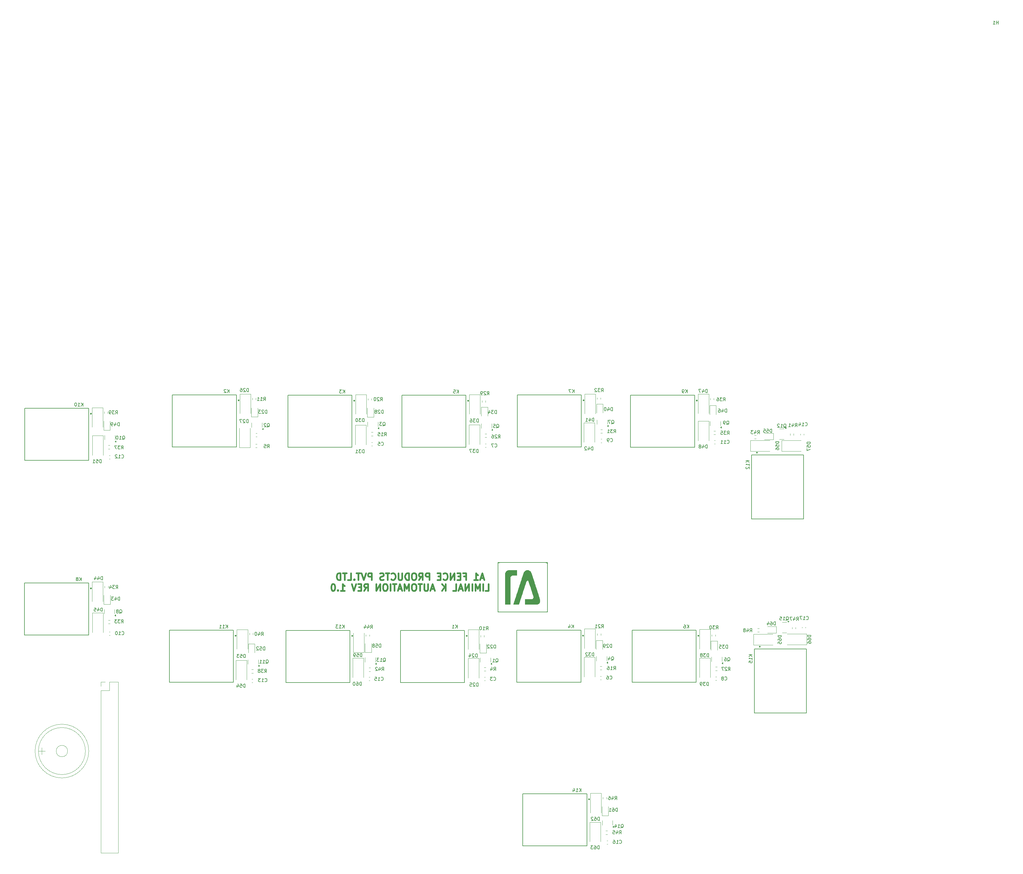
<source format=gbr>
%TF.GenerationSoftware,KiCad,Pcbnew,8.0.5*%
%TF.CreationDate,2025-05-12T12:18:58+05:30*%
%TF.ProjectId,automation,6175746f-6d61-4746-996f-6e2e6b696361,rev?*%
%TF.SameCoordinates,Original*%
%TF.FileFunction,Legend,Bot*%
%TF.FilePolarity,Positive*%
%FSLAX46Y46*%
G04 Gerber Fmt 4.6, Leading zero omitted, Abs format (unit mm)*
G04 Created by KiCad (PCBNEW 8.0.5) date 2025-05-12 12:18:58*
%MOMM*%
%LPD*%
G01*
G04 APERTURE LIST*
%ADD10C,0.500000*%
%ADD11C,0.150000*%
%ADD12C,0.120000*%
%ADD13C,0.127000*%
%ADD14C,0.300000*%
%ADD15C,0.000000*%
G04 APERTURE END LIST*
D10*
X431166288Y-200827921D02*
X430213907Y-200827921D01*
X431356764Y-201399350D02*
X430690098Y-199399350D01*
X430690098Y-199399350D02*
X430023431Y-201399350D01*
X428309145Y-201399350D02*
X429452002Y-201399350D01*
X428880574Y-201399350D02*
X428880574Y-199399350D01*
X428880574Y-199399350D02*
X429071050Y-199685064D01*
X429071050Y-199685064D02*
X429261526Y-199875540D01*
X429261526Y-199875540D02*
X429452002Y-199970778D01*
X425261525Y-200351731D02*
X425928192Y-200351731D01*
X425928192Y-201399350D02*
X425928192Y-199399350D01*
X425928192Y-199399350D02*
X424975811Y-199399350D01*
X424213906Y-200351731D02*
X423547239Y-200351731D01*
X423261525Y-201399350D02*
X424213906Y-201399350D01*
X424213906Y-201399350D02*
X424213906Y-199399350D01*
X424213906Y-199399350D02*
X423261525Y-199399350D01*
X422404382Y-201399350D02*
X422404382Y-199399350D01*
X422404382Y-199399350D02*
X421261525Y-201399350D01*
X421261525Y-201399350D02*
X421261525Y-199399350D01*
X419166287Y-201208873D02*
X419261525Y-201304112D01*
X419261525Y-201304112D02*
X419547239Y-201399350D01*
X419547239Y-201399350D02*
X419737715Y-201399350D01*
X419737715Y-201399350D02*
X420023430Y-201304112D01*
X420023430Y-201304112D02*
X420213906Y-201113635D01*
X420213906Y-201113635D02*
X420309144Y-200923159D01*
X420309144Y-200923159D02*
X420404382Y-200542207D01*
X420404382Y-200542207D02*
X420404382Y-200256492D01*
X420404382Y-200256492D02*
X420309144Y-199875540D01*
X420309144Y-199875540D02*
X420213906Y-199685064D01*
X420213906Y-199685064D02*
X420023430Y-199494588D01*
X420023430Y-199494588D02*
X419737715Y-199399350D01*
X419737715Y-199399350D02*
X419547239Y-199399350D01*
X419547239Y-199399350D02*
X419261525Y-199494588D01*
X419261525Y-199494588D02*
X419166287Y-199589826D01*
X418309144Y-200351731D02*
X417642477Y-200351731D01*
X417356763Y-201399350D02*
X418309144Y-201399350D01*
X418309144Y-201399350D02*
X418309144Y-199399350D01*
X418309144Y-199399350D02*
X417356763Y-199399350D01*
X414975810Y-201399350D02*
X414975810Y-199399350D01*
X414975810Y-199399350D02*
X414213905Y-199399350D01*
X414213905Y-199399350D02*
X414023429Y-199494588D01*
X414023429Y-199494588D02*
X413928191Y-199589826D01*
X413928191Y-199589826D02*
X413832953Y-199780302D01*
X413832953Y-199780302D02*
X413832953Y-200066016D01*
X413832953Y-200066016D02*
X413928191Y-200256492D01*
X413928191Y-200256492D02*
X414023429Y-200351731D01*
X414023429Y-200351731D02*
X414213905Y-200446969D01*
X414213905Y-200446969D02*
X414975810Y-200446969D01*
X411832953Y-201399350D02*
X412499620Y-200446969D01*
X412975810Y-201399350D02*
X412975810Y-199399350D01*
X412975810Y-199399350D02*
X412213905Y-199399350D01*
X412213905Y-199399350D02*
X412023429Y-199494588D01*
X412023429Y-199494588D02*
X411928191Y-199589826D01*
X411928191Y-199589826D02*
X411832953Y-199780302D01*
X411832953Y-199780302D02*
X411832953Y-200066016D01*
X411832953Y-200066016D02*
X411928191Y-200256492D01*
X411928191Y-200256492D02*
X412023429Y-200351731D01*
X412023429Y-200351731D02*
X412213905Y-200446969D01*
X412213905Y-200446969D02*
X412975810Y-200446969D01*
X410594858Y-199399350D02*
X410213905Y-199399350D01*
X410213905Y-199399350D02*
X410023429Y-199494588D01*
X410023429Y-199494588D02*
X409832953Y-199685064D01*
X409832953Y-199685064D02*
X409737715Y-200066016D01*
X409737715Y-200066016D02*
X409737715Y-200732683D01*
X409737715Y-200732683D02*
X409832953Y-201113635D01*
X409832953Y-201113635D02*
X410023429Y-201304112D01*
X410023429Y-201304112D02*
X410213905Y-201399350D01*
X410213905Y-201399350D02*
X410594858Y-201399350D01*
X410594858Y-201399350D02*
X410785334Y-201304112D01*
X410785334Y-201304112D02*
X410975810Y-201113635D01*
X410975810Y-201113635D02*
X411071048Y-200732683D01*
X411071048Y-200732683D02*
X411071048Y-200066016D01*
X411071048Y-200066016D02*
X410975810Y-199685064D01*
X410975810Y-199685064D02*
X410785334Y-199494588D01*
X410785334Y-199494588D02*
X410594858Y-199399350D01*
X408880572Y-201399350D02*
X408880572Y-199399350D01*
X408880572Y-199399350D02*
X408404382Y-199399350D01*
X408404382Y-199399350D02*
X408118667Y-199494588D01*
X408118667Y-199494588D02*
X407928191Y-199685064D01*
X407928191Y-199685064D02*
X407832953Y-199875540D01*
X407832953Y-199875540D02*
X407737715Y-200256492D01*
X407737715Y-200256492D02*
X407737715Y-200542207D01*
X407737715Y-200542207D02*
X407832953Y-200923159D01*
X407832953Y-200923159D02*
X407928191Y-201113635D01*
X407928191Y-201113635D02*
X408118667Y-201304112D01*
X408118667Y-201304112D02*
X408404382Y-201399350D01*
X408404382Y-201399350D02*
X408880572Y-201399350D01*
X406880572Y-199399350D02*
X406880572Y-201018397D01*
X406880572Y-201018397D02*
X406785334Y-201208873D01*
X406785334Y-201208873D02*
X406690096Y-201304112D01*
X406690096Y-201304112D02*
X406499620Y-201399350D01*
X406499620Y-201399350D02*
X406118667Y-201399350D01*
X406118667Y-201399350D02*
X405928191Y-201304112D01*
X405928191Y-201304112D02*
X405832953Y-201208873D01*
X405832953Y-201208873D02*
X405737715Y-201018397D01*
X405737715Y-201018397D02*
X405737715Y-199399350D01*
X403642477Y-201208873D02*
X403737715Y-201304112D01*
X403737715Y-201304112D02*
X404023429Y-201399350D01*
X404023429Y-201399350D02*
X404213905Y-201399350D01*
X404213905Y-201399350D02*
X404499620Y-201304112D01*
X404499620Y-201304112D02*
X404690096Y-201113635D01*
X404690096Y-201113635D02*
X404785334Y-200923159D01*
X404785334Y-200923159D02*
X404880572Y-200542207D01*
X404880572Y-200542207D02*
X404880572Y-200256492D01*
X404880572Y-200256492D02*
X404785334Y-199875540D01*
X404785334Y-199875540D02*
X404690096Y-199685064D01*
X404690096Y-199685064D02*
X404499620Y-199494588D01*
X404499620Y-199494588D02*
X404213905Y-199399350D01*
X404213905Y-199399350D02*
X404023429Y-199399350D01*
X404023429Y-199399350D02*
X403737715Y-199494588D01*
X403737715Y-199494588D02*
X403642477Y-199589826D01*
X403071048Y-199399350D02*
X401928191Y-199399350D01*
X402499620Y-201399350D02*
X402499620Y-199399350D01*
X401356762Y-201304112D02*
X401071048Y-201399350D01*
X401071048Y-201399350D02*
X400594857Y-201399350D01*
X400594857Y-201399350D02*
X400404381Y-201304112D01*
X400404381Y-201304112D02*
X400309143Y-201208873D01*
X400309143Y-201208873D02*
X400213905Y-201018397D01*
X400213905Y-201018397D02*
X400213905Y-200827921D01*
X400213905Y-200827921D02*
X400309143Y-200637445D01*
X400309143Y-200637445D02*
X400404381Y-200542207D01*
X400404381Y-200542207D02*
X400594857Y-200446969D01*
X400594857Y-200446969D02*
X400975810Y-200351731D01*
X400975810Y-200351731D02*
X401166286Y-200256492D01*
X401166286Y-200256492D02*
X401261524Y-200161254D01*
X401261524Y-200161254D02*
X401356762Y-199970778D01*
X401356762Y-199970778D02*
X401356762Y-199780302D01*
X401356762Y-199780302D02*
X401261524Y-199589826D01*
X401261524Y-199589826D02*
X401166286Y-199494588D01*
X401166286Y-199494588D02*
X400975810Y-199399350D01*
X400975810Y-199399350D02*
X400499619Y-199399350D01*
X400499619Y-199399350D02*
X400213905Y-199494588D01*
X397832952Y-201399350D02*
X397832952Y-199399350D01*
X397832952Y-199399350D02*
X397071047Y-199399350D01*
X397071047Y-199399350D02*
X396880571Y-199494588D01*
X396880571Y-199494588D02*
X396785333Y-199589826D01*
X396785333Y-199589826D02*
X396690095Y-199780302D01*
X396690095Y-199780302D02*
X396690095Y-200066016D01*
X396690095Y-200066016D02*
X396785333Y-200256492D01*
X396785333Y-200256492D02*
X396880571Y-200351731D01*
X396880571Y-200351731D02*
X397071047Y-200446969D01*
X397071047Y-200446969D02*
X397832952Y-200446969D01*
X396118666Y-199399350D02*
X395452000Y-201399350D01*
X395452000Y-201399350D02*
X394785333Y-199399350D01*
X394404380Y-199399350D02*
X393261523Y-199399350D01*
X393832952Y-201399350D02*
X393832952Y-199399350D01*
X392594856Y-201208873D02*
X392499618Y-201304112D01*
X392499618Y-201304112D02*
X392594856Y-201399350D01*
X392594856Y-201399350D02*
X392690094Y-201304112D01*
X392690094Y-201304112D02*
X392594856Y-201208873D01*
X392594856Y-201208873D02*
X392594856Y-201399350D01*
X390690094Y-201399350D02*
X391642475Y-201399350D01*
X391642475Y-201399350D02*
X391642475Y-199399350D01*
X390309141Y-199399350D02*
X389166284Y-199399350D01*
X389737713Y-201399350D02*
X389737713Y-199399350D01*
X388499617Y-201399350D02*
X388499617Y-199399350D01*
X388499617Y-199399350D02*
X388023427Y-199399350D01*
X388023427Y-199399350D02*
X387737712Y-199494588D01*
X387737712Y-199494588D02*
X387547236Y-199685064D01*
X387547236Y-199685064D02*
X387451998Y-199875540D01*
X387451998Y-199875540D02*
X387356760Y-200256492D01*
X387356760Y-200256492D02*
X387356760Y-200542207D01*
X387356760Y-200542207D02*
X387451998Y-200923159D01*
X387451998Y-200923159D02*
X387547236Y-201113635D01*
X387547236Y-201113635D02*
X387737712Y-201304112D01*
X387737712Y-201304112D02*
X388023427Y-201399350D01*
X388023427Y-201399350D02*
X388499617Y-201399350D01*
X431642479Y-204619238D02*
X432594860Y-204619238D01*
X432594860Y-204619238D02*
X432594860Y-202619238D01*
X430975812Y-204619238D02*
X430975812Y-202619238D01*
X430023431Y-204619238D02*
X430023431Y-202619238D01*
X430023431Y-202619238D02*
X429356764Y-204047809D01*
X429356764Y-204047809D02*
X428690098Y-202619238D01*
X428690098Y-202619238D02*
X428690098Y-204619238D01*
X427737717Y-204619238D02*
X427737717Y-202619238D01*
X426785336Y-204619238D02*
X426785336Y-202619238D01*
X426785336Y-202619238D02*
X425642479Y-204619238D01*
X425642479Y-204619238D02*
X425642479Y-202619238D01*
X424785336Y-204047809D02*
X423832955Y-204047809D01*
X424975812Y-204619238D02*
X424309146Y-202619238D01*
X424309146Y-202619238D02*
X423642479Y-204619238D01*
X422023431Y-204619238D02*
X422975812Y-204619238D01*
X422975812Y-204619238D02*
X422975812Y-202619238D01*
X419832954Y-204619238D02*
X419832954Y-202619238D01*
X418690097Y-204619238D02*
X419547240Y-203476380D01*
X418690097Y-202619238D02*
X419832954Y-203762095D01*
X416404382Y-204047809D02*
X415452001Y-204047809D01*
X416594858Y-204619238D02*
X415928192Y-202619238D01*
X415928192Y-202619238D02*
X415261525Y-204619238D01*
X414594858Y-202619238D02*
X414594858Y-204238285D01*
X414594858Y-204238285D02*
X414499620Y-204428761D01*
X414499620Y-204428761D02*
X414404382Y-204524000D01*
X414404382Y-204524000D02*
X414213906Y-204619238D01*
X414213906Y-204619238D02*
X413832953Y-204619238D01*
X413832953Y-204619238D02*
X413642477Y-204524000D01*
X413642477Y-204524000D02*
X413547239Y-204428761D01*
X413547239Y-204428761D02*
X413452001Y-204238285D01*
X413452001Y-204238285D02*
X413452001Y-202619238D01*
X412785334Y-202619238D02*
X411642477Y-202619238D01*
X412213906Y-204619238D02*
X412213906Y-202619238D01*
X410594858Y-202619238D02*
X410213905Y-202619238D01*
X410213905Y-202619238D02*
X410023429Y-202714476D01*
X410023429Y-202714476D02*
X409832953Y-202904952D01*
X409832953Y-202904952D02*
X409737715Y-203285904D01*
X409737715Y-203285904D02*
X409737715Y-203952571D01*
X409737715Y-203952571D02*
X409832953Y-204333523D01*
X409832953Y-204333523D02*
X410023429Y-204524000D01*
X410023429Y-204524000D02*
X410213905Y-204619238D01*
X410213905Y-204619238D02*
X410594858Y-204619238D01*
X410594858Y-204619238D02*
X410785334Y-204524000D01*
X410785334Y-204524000D02*
X410975810Y-204333523D01*
X410975810Y-204333523D02*
X411071048Y-203952571D01*
X411071048Y-203952571D02*
X411071048Y-203285904D01*
X411071048Y-203285904D02*
X410975810Y-202904952D01*
X410975810Y-202904952D02*
X410785334Y-202714476D01*
X410785334Y-202714476D02*
X410594858Y-202619238D01*
X408880572Y-204619238D02*
X408880572Y-202619238D01*
X408880572Y-202619238D02*
X408213905Y-204047809D01*
X408213905Y-204047809D02*
X407547239Y-202619238D01*
X407547239Y-202619238D02*
X407547239Y-204619238D01*
X406690096Y-204047809D02*
X405737715Y-204047809D01*
X406880572Y-204619238D02*
X406213906Y-202619238D01*
X406213906Y-202619238D02*
X405547239Y-204619238D01*
X405166286Y-202619238D02*
X404023429Y-202619238D01*
X404594858Y-204619238D02*
X404594858Y-202619238D01*
X403356762Y-204619238D02*
X403356762Y-202619238D01*
X402023429Y-202619238D02*
X401642476Y-202619238D01*
X401642476Y-202619238D02*
X401452000Y-202714476D01*
X401452000Y-202714476D02*
X401261524Y-202904952D01*
X401261524Y-202904952D02*
X401166286Y-203285904D01*
X401166286Y-203285904D02*
X401166286Y-203952571D01*
X401166286Y-203952571D02*
X401261524Y-204333523D01*
X401261524Y-204333523D02*
X401452000Y-204524000D01*
X401452000Y-204524000D02*
X401642476Y-204619238D01*
X401642476Y-204619238D02*
X402023429Y-204619238D01*
X402023429Y-204619238D02*
X402213905Y-204524000D01*
X402213905Y-204524000D02*
X402404381Y-204333523D01*
X402404381Y-204333523D02*
X402499619Y-203952571D01*
X402499619Y-203952571D02*
X402499619Y-203285904D01*
X402499619Y-203285904D02*
X402404381Y-202904952D01*
X402404381Y-202904952D02*
X402213905Y-202714476D01*
X402213905Y-202714476D02*
X402023429Y-202619238D01*
X400309143Y-204619238D02*
X400309143Y-202619238D01*
X400309143Y-202619238D02*
X399166286Y-204619238D01*
X399166286Y-204619238D02*
X399166286Y-202619238D01*
X395547238Y-204619238D02*
X396213905Y-203666857D01*
X396690095Y-204619238D02*
X396690095Y-202619238D01*
X396690095Y-202619238D02*
X395928190Y-202619238D01*
X395928190Y-202619238D02*
X395737714Y-202714476D01*
X395737714Y-202714476D02*
X395642476Y-202809714D01*
X395642476Y-202809714D02*
X395547238Y-203000190D01*
X395547238Y-203000190D02*
X395547238Y-203285904D01*
X395547238Y-203285904D02*
X395642476Y-203476380D01*
X395642476Y-203476380D02*
X395737714Y-203571619D01*
X395737714Y-203571619D02*
X395928190Y-203666857D01*
X395928190Y-203666857D02*
X396690095Y-203666857D01*
X394690095Y-203571619D02*
X394023428Y-203571619D01*
X393737714Y-204619238D02*
X394690095Y-204619238D01*
X394690095Y-204619238D02*
X394690095Y-202619238D01*
X394690095Y-202619238D02*
X393737714Y-202619238D01*
X393166285Y-202619238D02*
X392499619Y-204619238D01*
X392499619Y-204619238D02*
X391832952Y-202619238D01*
X388594856Y-204619238D02*
X389737713Y-204619238D01*
X389166285Y-204619238D02*
X389166285Y-202619238D01*
X389166285Y-202619238D02*
X389356761Y-202904952D01*
X389356761Y-202904952D02*
X389547237Y-203095428D01*
X389547237Y-203095428D02*
X389737713Y-203190666D01*
X387737713Y-204428761D02*
X387642475Y-204524000D01*
X387642475Y-204524000D02*
X387737713Y-204619238D01*
X387737713Y-204619238D02*
X387832951Y-204524000D01*
X387832951Y-204524000D02*
X387737713Y-204428761D01*
X387737713Y-204428761D02*
X387737713Y-204619238D01*
X386404380Y-202619238D02*
X386213903Y-202619238D01*
X386213903Y-202619238D02*
X386023427Y-202714476D01*
X386023427Y-202714476D02*
X385928189Y-202809714D01*
X385928189Y-202809714D02*
X385832951Y-203000190D01*
X385832951Y-203000190D02*
X385737713Y-203381142D01*
X385737713Y-203381142D02*
X385737713Y-203857333D01*
X385737713Y-203857333D02*
X385832951Y-204238285D01*
X385832951Y-204238285D02*
X385928189Y-204428761D01*
X385928189Y-204428761D02*
X386023427Y-204524000D01*
X386023427Y-204524000D02*
X386213903Y-204619238D01*
X386213903Y-204619238D02*
X386404380Y-204619238D01*
X386404380Y-204619238D02*
X386594856Y-204524000D01*
X386594856Y-204524000D02*
X386690094Y-204428761D01*
X386690094Y-204428761D02*
X386785332Y-204238285D01*
X386785332Y-204238285D02*
X386880570Y-203857333D01*
X386880570Y-203857333D02*
X386880570Y-203381142D01*
X386880570Y-203381142D02*
X386785332Y-203000190D01*
X386785332Y-203000190D02*
X386690094Y-202809714D01*
X386690094Y-202809714D02*
X386594856Y-202714476D01*
X386594856Y-202714476D02*
X386404380Y-202619238D01*
D11*
X584431904Y-36004819D02*
X584431904Y-35004819D01*
X584431904Y-35481009D02*
X583860476Y-35481009D01*
X583860476Y-36004819D02*
X583860476Y-35004819D01*
X582860476Y-36004819D02*
X583431904Y-36004819D01*
X583146190Y-36004819D02*
X583146190Y-35004819D01*
X583146190Y-35004819D02*
X583241428Y-35147676D01*
X583241428Y-35147676D02*
X583336666Y-35242914D01*
X583336666Y-35242914D02*
X583431904Y-35290533D01*
X400762857Y-228364819D02*
X401096190Y-227888628D01*
X401334285Y-228364819D02*
X401334285Y-227364819D01*
X401334285Y-227364819D02*
X400953333Y-227364819D01*
X400953333Y-227364819D02*
X400858095Y-227412438D01*
X400858095Y-227412438D02*
X400810476Y-227460057D01*
X400810476Y-227460057D02*
X400762857Y-227555295D01*
X400762857Y-227555295D02*
X400762857Y-227698152D01*
X400762857Y-227698152D02*
X400810476Y-227793390D01*
X400810476Y-227793390D02*
X400858095Y-227841009D01*
X400858095Y-227841009D02*
X400953333Y-227888628D01*
X400953333Y-227888628D02*
X401334285Y-227888628D01*
X399905714Y-227698152D02*
X399905714Y-228364819D01*
X400143809Y-227317200D02*
X400381904Y-228031485D01*
X400381904Y-228031485D02*
X399762857Y-228031485D01*
X399429523Y-227460057D02*
X399381904Y-227412438D01*
X399381904Y-227412438D02*
X399286666Y-227364819D01*
X399286666Y-227364819D02*
X399048571Y-227364819D01*
X399048571Y-227364819D02*
X398953333Y-227412438D01*
X398953333Y-227412438D02*
X398905714Y-227460057D01*
X398905714Y-227460057D02*
X398858095Y-227555295D01*
X398858095Y-227555295D02*
X398858095Y-227650533D01*
X398858095Y-227650533D02*
X398905714Y-227793390D01*
X398905714Y-227793390D02*
X399477142Y-228364819D01*
X399477142Y-228364819D02*
X398858095Y-228364819D01*
X466202857Y-215614819D02*
X466536190Y-215138628D01*
X466774285Y-215614819D02*
X466774285Y-214614819D01*
X466774285Y-214614819D02*
X466393333Y-214614819D01*
X466393333Y-214614819D02*
X466298095Y-214662438D01*
X466298095Y-214662438D02*
X466250476Y-214710057D01*
X466250476Y-214710057D02*
X466202857Y-214805295D01*
X466202857Y-214805295D02*
X466202857Y-214948152D01*
X466202857Y-214948152D02*
X466250476Y-215043390D01*
X466250476Y-215043390D02*
X466298095Y-215091009D01*
X466298095Y-215091009D02*
X466393333Y-215138628D01*
X466393333Y-215138628D02*
X466774285Y-215138628D01*
X465821904Y-214710057D02*
X465774285Y-214662438D01*
X465774285Y-214662438D02*
X465679047Y-214614819D01*
X465679047Y-214614819D02*
X465440952Y-214614819D01*
X465440952Y-214614819D02*
X465345714Y-214662438D01*
X465345714Y-214662438D02*
X465298095Y-214710057D01*
X465298095Y-214710057D02*
X465250476Y-214805295D01*
X465250476Y-214805295D02*
X465250476Y-214900533D01*
X465250476Y-214900533D02*
X465298095Y-215043390D01*
X465298095Y-215043390D02*
X465869523Y-215614819D01*
X465869523Y-215614819D02*
X465250476Y-215614819D01*
X464298095Y-215614819D02*
X464869523Y-215614819D01*
X464583809Y-215614819D02*
X464583809Y-214614819D01*
X464583809Y-214614819D02*
X464679047Y-214757676D01*
X464679047Y-214757676D02*
X464774285Y-214852914D01*
X464774285Y-214852914D02*
X464869523Y-214900533D01*
X510249023Y-165842470D02*
X509248929Y-165842470D01*
X510249023Y-166413952D02*
X509677541Y-165985341D01*
X509248929Y-166413952D02*
X509820411Y-165842470D01*
X510249023Y-167366423D02*
X510249023Y-166794941D01*
X510249023Y-167080682D02*
X509248929Y-167080682D01*
X509248929Y-167080682D02*
X509391800Y-166985435D01*
X509391800Y-166985435D02*
X509487047Y-166890188D01*
X509487047Y-166890188D02*
X509534670Y-166794941D01*
X509344176Y-167747411D02*
X509296553Y-167795034D01*
X509296553Y-167795034D02*
X509248929Y-167890281D01*
X509248929Y-167890281D02*
X509248929Y-168128399D01*
X509248929Y-168128399D02*
X509296553Y-168223646D01*
X509296553Y-168223646D02*
X509344176Y-168271269D01*
X509344176Y-168271269D02*
X509439423Y-168318893D01*
X509439423Y-168318893D02*
X509534670Y-168318893D01*
X509534670Y-168318893D02*
X509677541Y-168271269D01*
X509677541Y-168271269D02*
X510249023Y-167699787D01*
X510249023Y-167699787D02*
X510249023Y-168318893D01*
X469185238Y-154970057D02*
X469280476Y-154922438D01*
X469280476Y-154922438D02*
X469375714Y-154827200D01*
X469375714Y-154827200D02*
X469518571Y-154684342D01*
X469518571Y-154684342D02*
X469613809Y-154636723D01*
X469613809Y-154636723D02*
X469709047Y-154636723D01*
X469661428Y-154874819D02*
X469756666Y-154827200D01*
X469756666Y-154827200D02*
X469851904Y-154731961D01*
X469851904Y-154731961D02*
X469899523Y-154541485D01*
X469899523Y-154541485D02*
X469899523Y-154208152D01*
X469899523Y-154208152D02*
X469851904Y-154017676D01*
X469851904Y-154017676D02*
X469756666Y-153922438D01*
X469756666Y-153922438D02*
X469661428Y-153874819D01*
X469661428Y-153874819D02*
X469470952Y-153874819D01*
X469470952Y-153874819D02*
X469375714Y-153922438D01*
X469375714Y-153922438D02*
X469280476Y-154017676D01*
X469280476Y-154017676D02*
X469232857Y-154208152D01*
X469232857Y-154208152D02*
X469232857Y-154541485D01*
X469232857Y-154541485D02*
X469280476Y-154731961D01*
X469280476Y-154731961D02*
X469375714Y-154827200D01*
X469375714Y-154827200D02*
X469470952Y-154874819D01*
X469470952Y-154874819D02*
X469661428Y-154874819D01*
X468899523Y-153874819D02*
X468232857Y-153874819D01*
X468232857Y-153874819D02*
X468661428Y-154874819D01*
X366585242Y-155900057D02*
X366680480Y-155852438D01*
X366680480Y-155852438D02*
X366775718Y-155757200D01*
X366775718Y-155757200D02*
X366918575Y-155614342D01*
X366918575Y-155614342D02*
X367013813Y-155566723D01*
X367013813Y-155566723D02*
X367109051Y-155566723D01*
X367061432Y-155804819D02*
X367156670Y-155757200D01*
X367156670Y-155757200D02*
X367251908Y-155661961D01*
X367251908Y-155661961D02*
X367299527Y-155471485D01*
X367299527Y-155471485D02*
X367299527Y-155138152D01*
X367299527Y-155138152D02*
X367251908Y-154947676D01*
X367251908Y-154947676D02*
X367156670Y-154852438D01*
X367156670Y-154852438D02*
X367061432Y-154804819D01*
X367061432Y-154804819D02*
X366870956Y-154804819D01*
X366870956Y-154804819D02*
X366775718Y-154852438D01*
X366775718Y-154852438D02*
X366680480Y-154947676D01*
X366680480Y-154947676D02*
X366632861Y-155138152D01*
X366632861Y-155138152D02*
X366632861Y-155471485D01*
X366632861Y-155471485D02*
X366680480Y-155661961D01*
X366680480Y-155661961D02*
X366775718Y-155757200D01*
X366775718Y-155757200D02*
X366870956Y-155804819D01*
X366870956Y-155804819D02*
X367061432Y-155804819D01*
X366251908Y-154900057D02*
X366204289Y-154852438D01*
X366204289Y-154852438D02*
X366109051Y-154804819D01*
X366109051Y-154804819D02*
X365870956Y-154804819D01*
X365870956Y-154804819D02*
X365775718Y-154852438D01*
X365775718Y-154852438D02*
X365728099Y-154900057D01*
X365728099Y-154900057D02*
X365680480Y-154995295D01*
X365680480Y-154995295D02*
X365680480Y-155090533D01*
X365680480Y-155090533D02*
X365728099Y-155233390D01*
X365728099Y-155233390D02*
X366299527Y-155804819D01*
X366299527Y-155804819D02*
X365680480Y-155804819D01*
X503504285Y-151484819D02*
X503504285Y-150484819D01*
X503504285Y-150484819D02*
X503266190Y-150484819D01*
X503266190Y-150484819D02*
X503123333Y-150532438D01*
X503123333Y-150532438D02*
X503028095Y-150627676D01*
X503028095Y-150627676D02*
X502980476Y-150722914D01*
X502980476Y-150722914D02*
X502932857Y-150913390D01*
X502932857Y-150913390D02*
X502932857Y-151056247D01*
X502932857Y-151056247D02*
X502980476Y-151246723D01*
X502980476Y-151246723D02*
X503028095Y-151341961D01*
X503028095Y-151341961D02*
X503123333Y-151437200D01*
X503123333Y-151437200D02*
X503266190Y-151484819D01*
X503266190Y-151484819D02*
X503504285Y-151484819D01*
X502075714Y-150818152D02*
X502075714Y-151484819D01*
X502313809Y-150437200D02*
X502551904Y-151151485D01*
X502551904Y-151151485D02*
X501932857Y-151151485D01*
X501123333Y-150484819D02*
X501313809Y-150484819D01*
X501313809Y-150484819D02*
X501409047Y-150532438D01*
X501409047Y-150532438D02*
X501456666Y-150580057D01*
X501456666Y-150580057D02*
X501551904Y-150722914D01*
X501551904Y-150722914D02*
X501599523Y-150913390D01*
X501599523Y-150913390D02*
X501599523Y-151294342D01*
X501599523Y-151294342D02*
X501551904Y-151389580D01*
X501551904Y-151389580D02*
X501504285Y-151437200D01*
X501504285Y-151437200D02*
X501409047Y-151484819D01*
X501409047Y-151484819D02*
X501218571Y-151484819D01*
X501218571Y-151484819D02*
X501123333Y-151437200D01*
X501123333Y-151437200D02*
X501075714Y-151389580D01*
X501075714Y-151389580D02*
X501028095Y-151294342D01*
X501028095Y-151294342D02*
X501028095Y-151056247D01*
X501028095Y-151056247D02*
X501075714Y-150961009D01*
X501075714Y-150961009D02*
X501123333Y-150913390D01*
X501123333Y-150913390D02*
X501218571Y-150865771D01*
X501218571Y-150865771D02*
X501409047Y-150865771D01*
X501409047Y-150865771D02*
X501504285Y-150913390D01*
X501504285Y-150913390D02*
X501551904Y-150961009D01*
X501551904Y-150961009D02*
X501599523Y-151056247D01*
X429534285Y-154424819D02*
X429534285Y-153424819D01*
X429534285Y-153424819D02*
X429296190Y-153424819D01*
X429296190Y-153424819D02*
X429153333Y-153472438D01*
X429153333Y-153472438D02*
X429058095Y-153567676D01*
X429058095Y-153567676D02*
X429010476Y-153662914D01*
X429010476Y-153662914D02*
X428962857Y-153853390D01*
X428962857Y-153853390D02*
X428962857Y-153996247D01*
X428962857Y-153996247D02*
X429010476Y-154186723D01*
X429010476Y-154186723D02*
X429058095Y-154281961D01*
X429058095Y-154281961D02*
X429153333Y-154377200D01*
X429153333Y-154377200D02*
X429296190Y-154424819D01*
X429296190Y-154424819D02*
X429534285Y-154424819D01*
X428629523Y-153424819D02*
X428010476Y-153424819D01*
X428010476Y-153424819D02*
X428343809Y-153805771D01*
X428343809Y-153805771D02*
X428200952Y-153805771D01*
X428200952Y-153805771D02*
X428105714Y-153853390D01*
X428105714Y-153853390D02*
X428058095Y-153901009D01*
X428058095Y-153901009D02*
X428010476Y-153996247D01*
X428010476Y-153996247D02*
X428010476Y-154234342D01*
X428010476Y-154234342D02*
X428058095Y-154329580D01*
X428058095Y-154329580D02*
X428105714Y-154377200D01*
X428105714Y-154377200D02*
X428200952Y-154424819D01*
X428200952Y-154424819D02*
X428486666Y-154424819D01*
X428486666Y-154424819D02*
X428581904Y-154377200D01*
X428581904Y-154377200D02*
X428629523Y-154329580D01*
X427153333Y-153424819D02*
X427343809Y-153424819D01*
X427343809Y-153424819D02*
X427439047Y-153472438D01*
X427439047Y-153472438D02*
X427486666Y-153520057D01*
X427486666Y-153520057D02*
X427581904Y-153662914D01*
X427581904Y-153662914D02*
X427629523Y-153853390D01*
X427629523Y-153853390D02*
X427629523Y-154234342D01*
X427629523Y-154234342D02*
X427581904Y-154329580D01*
X427581904Y-154329580D02*
X427534285Y-154377200D01*
X427534285Y-154377200D02*
X427439047Y-154424819D01*
X427439047Y-154424819D02*
X427248571Y-154424819D01*
X427248571Y-154424819D02*
X427153333Y-154377200D01*
X427153333Y-154377200D02*
X427105714Y-154329580D01*
X427105714Y-154329580D02*
X427058095Y-154234342D01*
X427058095Y-154234342D02*
X427058095Y-153996247D01*
X427058095Y-153996247D02*
X427105714Y-153901009D01*
X427105714Y-153901009D02*
X427153333Y-153853390D01*
X427153333Y-153853390D02*
X427248571Y-153805771D01*
X427248571Y-153805771D02*
X427439047Y-153805771D01*
X427439047Y-153805771D02*
X427534285Y-153853390D01*
X427534285Y-153853390D02*
X427581904Y-153901009D01*
X427581904Y-153901009D02*
X427629523Y-153996247D01*
X355293794Y-145659023D02*
X355293794Y-144658929D01*
X354722312Y-145659023D02*
X355150923Y-145087541D01*
X354722312Y-144658929D02*
X355293794Y-145230411D01*
X354341323Y-144754176D02*
X354293700Y-144706553D01*
X354293700Y-144706553D02*
X354198453Y-144658929D01*
X354198453Y-144658929D02*
X353960335Y-144658929D01*
X353960335Y-144658929D02*
X353865088Y-144706553D01*
X353865088Y-144706553D02*
X353817465Y-144754176D01*
X353817465Y-144754176D02*
X353769841Y-144849423D01*
X353769841Y-144849423D02*
X353769841Y-144944670D01*
X353769841Y-144944670D02*
X353817465Y-145087541D01*
X353817465Y-145087541D02*
X354388947Y-145659023D01*
X354388947Y-145659023D02*
X353769841Y-145659023D01*
X400332857Y-148044819D02*
X400666190Y-147568628D01*
X400904285Y-148044819D02*
X400904285Y-147044819D01*
X400904285Y-147044819D02*
X400523333Y-147044819D01*
X400523333Y-147044819D02*
X400428095Y-147092438D01*
X400428095Y-147092438D02*
X400380476Y-147140057D01*
X400380476Y-147140057D02*
X400332857Y-147235295D01*
X400332857Y-147235295D02*
X400332857Y-147378152D01*
X400332857Y-147378152D02*
X400380476Y-147473390D01*
X400380476Y-147473390D02*
X400428095Y-147521009D01*
X400428095Y-147521009D02*
X400523333Y-147568628D01*
X400523333Y-147568628D02*
X400904285Y-147568628D01*
X399951904Y-147140057D02*
X399904285Y-147092438D01*
X399904285Y-147092438D02*
X399809047Y-147044819D01*
X399809047Y-147044819D02*
X399570952Y-147044819D01*
X399570952Y-147044819D02*
X399475714Y-147092438D01*
X399475714Y-147092438D02*
X399428095Y-147140057D01*
X399428095Y-147140057D02*
X399380476Y-147235295D01*
X399380476Y-147235295D02*
X399380476Y-147330533D01*
X399380476Y-147330533D02*
X399428095Y-147473390D01*
X399428095Y-147473390D02*
X399999523Y-148044819D01*
X399999523Y-148044819D02*
X399380476Y-148044819D01*
X398761428Y-147044819D02*
X398666190Y-147044819D01*
X398666190Y-147044819D02*
X398570952Y-147092438D01*
X398570952Y-147092438D02*
X398523333Y-147140057D01*
X398523333Y-147140057D02*
X398475714Y-147235295D01*
X398475714Y-147235295D02*
X398428095Y-147425771D01*
X398428095Y-147425771D02*
X398428095Y-147663866D01*
X398428095Y-147663866D02*
X398475714Y-147854342D01*
X398475714Y-147854342D02*
X398523333Y-147949580D01*
X398523333Y-147949580D02*
X398570952Y-147997200D01*
X398570952Y-147997200D02*
X398666190Y-148044819D01*
X398666190Y-148044819D02*
X398761428Y-148044819D01*
X398761428Y-148044819D02*
X398856666Y-147997200D01*
X398856666Y-147997200D02*
X398904285Y-147949580D01*
X398904285Y-147949580D02*
X398951904Y-147854342D01*
X398951904Y-147854342D02*
X398999523Y-147663866D01*
X398999523Y-147663866D02*
X398999523Y-147425771D01*
X398999523Y-147425771D02*
X398951904Y-147235295D01*
X398951904Y-147235295D02*
X398904285Y-147140057D01*
X398904285Y-147140057D02*
X398856666Y-147092438D01*
X398856666Y-147092438D02*
X398761428Y-147044819D01*
X503794285Y-221714819D02*
X503794285Y-220714819D01*
X503794285Y-220714819D02*
X503556190Y-220714819D01*
X503556190Y-220714819D02*
X503413333Y-220762438D01*
X503413333Y-220762438D02*
X503318095Y-220857676D01*
X503318095Y-220857676D02*
X503270476Y-220952914D01*
X503270476Y-220952914D02*
X503222857Y-221143390D01*
X503222857Y-221143390D02*
X503222857Y-221286247D01*
X503222857Y-221286247D02*
X503270476Y-221476723D01*
X503270476Y-221476723D02*
X503318095Y-221571961D01*
X503318095Y-221571961D02*
X503413333Y-221667200D01*
X503413333Y-221667200D02*
X503556190Y-221714819D01*
X503556190Y-221714819D02*
X503794285Y-221714819D01*
X502889523Y-220714819D02*
X502270476Y-220714819D01*
X502270476Y-220714819D02*
X502603809Y-221095771D01*
X502603809Y-221095771D02*
X502460952Y-221095771D01*
X502460952Y-221095771D02*
X502365714Y-221143390D01*
X502365714Y-221143390D02*
X502318095Y-221191009D01*
X502318095Y-221191009D02*
X502270476Y-221286247D01*
X502270476Y-221286247D02*
X502270476Y-221524342D01*
X502270476Y-221524342D02*
X502318095Y-221619580D01*
X502318095Y-221619580D02*
X502365714Y-221667200D01*
X502365714Y-221667200D02*
X502460952Y-221714819D01*
X502460952Y-221714819D02*
X502746666Y-221714819D01*
X502746666Y-221714819D02*
X502841904Y-221667200D01*
X502841904Y-221667200D02*
X502889523Y-221619580D01*
X501365714Y-220714819D02*
X501841904Y-220714819D01*
X501841904Y-220714819D02*
X501889523Y-221191009D01*
X501889523Y-221191009D02*
X501841904Y-221143390D01*
X501841904Y-221143390D02*
X501746666Y-221095771D01*
X501746666Y-221095771D02*
X501508571Y-221095771D01*
X501508571Y-221095771D02*
X501413333Y-221143390D01*
X501413333Y-221143390D02*
X501365714Y-221191009D01*
X501365714Y-221191009D02*
X501318095Y-221286247D01*
X501318095Y-221286247D02*
X501318095Y-221524342D01*
X501318095Y-221524342D02*
X501365714Y-221619580D01*
X501365714Y-221619580D02*
X501413333Y-221667200D01*
X501413333Y-221667200D02*
X501508571Y-221714819D01*
X501508571Y-221714819D02*
X501746666Y-221714819D01*
X501746666Y-221714819D02*
X501841904Y-221667200D01*
X501841904Y-221667200D02*
X501889523Y-221619580D01*
X519074819Y-160175714D02*
X518074819Y-160175714D01*
X518074819Y-160175714D02*
X518074819Y-160413809D01*
X518074819Y-160413809D02*
X518122438Y-160556666D01*
X518122438Y-160556666D02*
X518217676Y-160651904D01*
X518217676Y-160651904D02*
X518312914Y-160699523D01*
X518312914Y-160699523D02*
X518503390Y-160747142D01*
X518503390Y-160747142D02*
X518646247Y-160747142D01*
X518646247Y-160747142D02*
X518836723Y-160699523D01*
X518836723Y-160699523D02*
X518931961Y-160651904D01*
X518931961Y-160651904D02*
X519027200Y-160556666D01*
X519027200Y-160556666D02*
X519074819Y-160413809D01*
X519074819Y-160413809D02*
X519074819Y-160175714D01*
X518074819Y-161651904D02*
X518074819Y-161175714D01*
X518074819Y-161175714D02*
X518551009Y-161128095D01*
X518551009Y-161128095D02*
X518503390Y-161175714D01*
X518503390Y-161175714D02*
X518455771Y-161270952D01*
X518455771Y-161270952D02*
X518455771Y-161509047D01*
X518455771Y-161509047D02*
X518503390Y-161604285D01*
X518503390Y-161604285D02*
X518551009Y-161651904D01*
X518551009Y-161651904D02*
X518646247Y-161699523D01*
X518646247Y-161699523D02*
X518884342Y-161699523D01*
X518884342Y-161699523D02*
X518979580Y-161651904D01*
X518979580Y-161651904D02*
X519027200Y-161604285D01*
X519027200Y-161604285D02*
X519074819Y-161509047D01*
X519074819Y-161509047D02*
X519074819Y-161270952D01*
X519074819Y-161270952D02*
X519027200Y-161175714D01*
X519027200Y-161175714D02*
X518979580Y-161128095D01*
X518074819Y-162556666D02*
X518074819Y-162366190D01*
X518074819Y-162366190D02*
X518122438Y-162270952D01*
X518122438Y-162270952D02*
X518170057Y-162223333D01*
X518170057Y-162223333D02*
X518312914Y-162128095D01*
X518312914Y-162128095D02*
X518503390Y-162080476D01*
X518503390Y-162080476D02*
X518884342Y-162080476D01*
X518884342Y-162080476D02*
X518979580Y-162128095D01*
X518979580Y-162128095D02*
X519027200Y-162175714D01*
X519027200Y-162175714D02*
X519074819Y-162270952D01*
X519074819Y-162270952D02*
X519074819Y-162461428D01*
X519074819Y-162461428D02*
X519027200Y-162556666D01*
X519027200Y-162556666D02*
X518979580Y-162604285D01*
X518979580Y-162604285D02*
X518884342Y-162651904D01*
X518884342Y-162651904D02*
X518646247Y-162651904D01*
X518646247Y-162651904D02*
X518551009Y-162604285D01*
X518551009Y-162604285D02*
X518503390Y-162556666D01*
X518503390Y-162556666D02*
X518455771Y-162461428D01*
X518455771Y-162461428D02*
X518455771Y-162270952D01*
X518455771Y-162270952D02*
X518503390Y-162175714D01*
X518503390Y-162175714D02*
X518551009Y-162128095D01*
X518551009Y-162128095D02*
X518646247Y-162080476D01*
X423241294Y-215759023D02*
X423241294Y-214758929D01*
X422669812Y-215759023D02*
X423098423Y-215187541D01*
X422669812Y-214758929D02*
X423241294Y-215330411D01*
X421717341Y-215759023D02*
X422288823Y-215759023D01*
X422003082Y-215759023D02*
X422003082Y-214758929D01*
X422003082Y-214758929D02*
X422098329Y-214901800D01*
X422098329Y-214901800D02*
X422193576Y-214997047D01*
X422193576Y-214997047D02*
X422288823Y-215044670D01*
X528394819Y-160375714D02*
X527394819Y-160375714D01*
X527394819Y-160375714D02*
X527394819Y-160613809D01*
X527394819Y-160613809D02*
X527442438Y-160756666D01*
X527442438Y-160756666D02*
X527537676Y-160851904D01*
X527537676Y-160851904D02*
X527632914Y-160899523D01*
X527632914Y-160899523D02*
X527823390Y-160947142D01*
X527823390Y-160947142D02*
X527966247Y-160947142D01*
X527966247Y-160947142D02*
X528156723Y-160899523D01*
X528156723Y-160899523D02*
X528251961Y-160851904D01*
X528251961Y-160851904D02*
X528347200Y-160756666D01*
X528347200Y-160756666D02*
X528394819Y-160613809D01*
X528394819Y-160613809D02*
X528394819Y-160375714D01*
X527394819Y-161851904D02*
X527394819Y-161375714D01*
X527394819Y-161375714D02*
X527871009Y-161328095D01*
X527871009Y-161328095D02*
X527823390Y-161375714D01*
X527823390Y-161375714D02*
X527775771Y-161470952D01*
X527775771Y-161470952D02*
X527775771Y-161709047D01*
X527775771Y-161709047D02*
X527823390Y-161804285D01*
X527823390Y-161804285D02*
X527871009Y-161851904D01*
X527871009Y-161851904D02*
X527966247Y-161899523D01*
X527966247Y-161899523D02*
X528204342Y-161899523D01*
X528204342Y-161899523D02*
X528299580Y-161851904D01*
X528299580Y-161851904D02*
X528347200Y-161804285D01*
X528347200Y-161804285D02*
X528394819Y-161709047D01*
X528394819Y-161709047D02*
X528394819Y-161470952D01*
X528394819Y-161470952D02*
X528347200Y-161375714D01*
X528347200Y-161375714D02*
X528299580Y-161328095D01*
X527394819Y-162232857D02*
X527394819Y-162899523D01*
X527394819Y-162899523D02*
X528394819Y-162470952D01*
X323342857Y-217604580D02*
X323390476Y-217652200D01*
X323390476Y-217652200D02*
X323533333Y-217699819D01*
X323533333Y-217699819D02*
X323628571Y-217699819D01*
X323628571Y-217699819D02*
X323771428Y-217652200D01*
X323771428Y-217652200D02*
X323866666Y-217556961D01*
X323866666Y-217556961D02*
X323914285Y-217461723D01*
X323914285Y-217461723D02*
X323961904Y-217271247D01*
X323961904Y-217271247D02*
X323961904Y-217128390D01*
X323961904Y-217128390D02*
X323914285Y-216937914D01*
X323914285Y-216937914D02*
X323866666Y-216842676D01*
X323866666Y-216842676D02*
X323771428Y-216747438D01*
X323771428Y-216747438D02*
X323628571Y-216699819D01*
X323628571Y-216699819D02*
X323533333Y-216699819D01*
X323533333Y-216699819D02*
X323390476Y-216747438D01*
X323390476Y-216747438D02*
X323342857Y-216795057D01*
X322390476Y-217699819D02*
X322961904Y-217699819D01*
X322676190Y-217699819D02*
X322676190Y-216699819D01*
X322676190Y-216699819D02*
X322771428Y-216842676D01*
X322771428Y-216842676D02*
X322866666Y-216937914D01*
X322866666Y-216937914D02*
X322961904Y-216985533D01*
X321771428Y-216699819D02*
X321676190Y-216699819D01*
X321676190Y-216699819D02*
X321580952Y-216747438D01*
X321580952Y-216747438D02*
X321533333Y-216795057D01*
X321533333Y-216795057D02*
X321485714Y-216890295D01*
X321485714Y-216890295D02*
X321438095Y-217080771D01*
X321438095Y-217080771D02*
X321438095Y-217318866D01*
X321438095Y-217318866D02*
X321485714Y-217509342D01*
X321485714Y-217509342D02*
X321533333Y-217604580D01*
X321533333Y-217604580D02*
X321580952Y-217652200D01*
X321580952Y-217652200D02*
X321676190Y-217699819D01*
X321676190Y-217699819D02*
X321771428Y-217699819D01*
X321771428Y-217699819D02*
X321866666Y-217652200D01*
X321866666Y-217652200D02*
X321914285Y-217604580D01*
X321914285Y-217604580D02*
X321961904Y-217509342D01*
X321961904Y-217509342D02*
X322009523Y-217318866D01*
X322009523Y-217318866D02*
X322009523Y-217080771D01*
X322009523Y-217080771D02*
X321961904Y-216890295D01*
X321961904Y-216890295D02*
X321914285Y-216795057D01*
X321914285Y-216795057D02*
X321866666Y-216747438D01*
X321866666Y-216747438D02*
X321771428Y-216699819D01*
X361066785Y-145334819D02*
X361066785Y-144334819D01*
X361066785Y-144334819D02*
X360828690Y-144334819D01*
X360828690Y-144334819D02*
X360685833Y-144382438D01*
X360685833Y-144382438D02*
X360590595Y-144477676D01*
X360590595Y-144477676D02*
X360542976Y-144572914D01*
X360542976Y-144572914D02*
X360495357Y-144763390D01*
X360495357Y-144763390D02*
X360495357Y-144906247D01*
X360495357Y-144906247D02*
X360542976Y-145096723D01*
X360542976Y-145096723D02*
X360590595Y-145191961D01*
X360590595Y-145191961D02*
X360685833Y-145287200D01*
X360685833Y-145287200D02*
X360828690Y-145334819D01*
X360828690Y-145334819D02*
X361066785Y-145334819D01*
X360114404Y-144430057D02*
X360066785Y-144382438D01*
X360066785Y-144382438D02*
X359971547Y-144334819D01*
X359971547Y-144334819D02*
X359733452Y-144334819D01*
X359733452Y-144334819D02*
X359638214Y-144382438D01*
X359638214Y-144382438D02*
X359590595Y-144430057D01*
X359590595Y-144430057D02*
X359542976Y-144525295D01*
X359542976Y-144525295D02*
X359542976Y-144620533D01*
X359542976Y-144620533D02*
X359590595Y-144763390D01*
X359590595Y-144763390D02*
X360162023Y-145334819D01*
X360162023Y-145334819D02*
X359542976Y-145334819D01*
X358685833Y-144334819D02*
X358876309Y-144334819D01*
X358876309Y-144334819D02*
X358971547Y-144382438D01*
X358971547Y-144382438D02*
X359019166Y-144430057D01*
X359019166Y-144430057D02*
X359114404Y-144572914D01*
X359114404Y-144572914D02*
X359162023Y-144763390D01*
X359162023Y-144763390D02*
X359162023Y-145144342D01*
X359162023Y-145144342D02*
X359114404Y-145239580D01*
X359114404Y-145239580D02*
X359066785Y-145287200D01*
X359066785Y-145287200D02*
X358971547Y-145334819D01*
X358971547Y-145334819D02*
X358781071Y-145334819D01*
X358781071Y-145334819D02*
X358685833Y-145287200D01*
X358685833Y-145287200D02*
X358638214Y-145239580D01*
X358638214Y-145239580D02*
X358590595Y-145144342D01*
X358590595Y-145144342D02*
X358590595Y-144906247D01*
X358590595Y-144906247D02*
X358638214Y-144811009D01*
X358638214Y-144811009D02*
X358685833Y-144763390D01*
X358685833Y-144763390D02*
X358781071Y-144715771D01*
X358781071Y-144715771D02*
X358971547Y-144715771D01*
X358971547Y-144715771D02*
X359066785Y-144763390D01*
X359066785Y-144763390D02*
X359114404Y-144811009D01*
X359114404Y-144811009D02*
X359162023Y-144906247D01*
X463954285Y-154184819D02*
X463954285Y-153184819D01*
X463954285Y-153184819D02*
X463716190Y-153184819D01*
X463716190Y-153184819D02*
X463573333Y-153232438D01*
X463573333Y-153232438D02*
X463478095Y-153327676D01*
X463478095Y-153327676D02*
X463430476Y-153422914D01*
X463430476Y-153422914D02*
X463382857Y-153613390D01*
X463382857Y-153613390D02*
X463382857Y-153756247D01*
X463382857Y-153756247D02*
X463430476Y-153946723D01*
X463430476Y-153946723D02*
X463478095Y-154041961D01*
X463478095Y-154041961D02*
X463573333Y-154137200D01*
X463573333Y-154137200D02*
X463716190Y-154184819D01*
X463716190Y-154184819D02*
X463954285Y-154184819D01*
X462525714Y-153518152D02*
X462525714Y-154184819D01*
X462763809Y-153137200D02*
X463001904Y-153851485D01*
X463001904Y-153851485D02*
X462382857Y-153851485D01*
X461478095Y-154184819D02*
X462049523Y-154184819D01*
X461763809Y-154184819D02*
X461763809Y-153184819D01*
X461763809Y-153184819D02*
X461859047Y-153327676D01*
X461859047Y-153327676D02*
X461954285Y-153422914D01*
X461954285Y-153422914D02*
X462049523Y-153470533D01*
X521171428Y-213410057D02*
X521266666Y-213362438D01*
X521266666Y-213362438D02*
X521361904Y-213267200D01*
X521361904Y-213267200D02*
X521504761Y-213124342D01*
X521504761Y-213124342D02*
X521599999Y-213076723D01*
X521599999Y-213076723D02*
X521695237Y-213076723D01*
X521647618Y-213314819D02*
X521742856Y-213267200D01*
X521742856Y-213267200D02*
X521838094Y-213171961D01*
X521838094Y-213171961D02*
X521885713Y-212981485D01*
X521885713Y-212981485D02*
X521885713Y-212648152D01*
X521885713Y-212648152D02*
X521838094Y-212457676D01*
X521838094Y-212457676D02*
X521742856Y-212362438D01*
X521742856Y-212362438D02*
X521647618Y-212314819D01*
X521647618Y-212314819D02*
X521457142Y-212314819D01*
X521457142Y-212314819D02*
X521361904Y-212362438D01*
X521361904Y-212362438D02*
X521266666Y-212457676D01*
X521266666Y-212457676D02*
X521219047Y-212648152D01*
X521219047Y-212648152D02*
X521219047Y-212981485D01*
X521219047Y-212981485D02*
X521266666Y-213171961D01*
X521266666Y-213171961D02*
X521361904Y-213267200D01*
X521361904Y-213267200D02*
X521457142Y-213314819D01*
X521457142Y-213314819D02*
X521647618Y-213314819D01*
X520266666Y-213314819D02*
X520838094Y-213314819D01*
X520552380Y-213314819D02*
X520552380Y-212314819D01*
X520552380Y-212314819D02*
X520647618Y-212457676D01*
X520647618Y-212457676D02*
X520742856Y-212552914D01*
X520742856Y-212552914D02*
X520838094Y-212600533D01*
X519361904Y-212314819D02*
X519838094Y-212314819D01*
X519838094Y-212314819D02*
X519885713Y-212791009D01*
X519885713Y-212791009D02*
X519838094Y-212743390D01*
X519838094Y-212743390D02*
X519742856Y-212695771D01*
X519742856Y-212695771D02*
X519504761Y-212695771D01*
X519504761Y-212695771D02*
X519409523Y-212743390D01*
X519409523Y-212743390D02*
X519361904Y-212791009D01*
X519361904Y-212791009D02*
X519314285Y-212886247D01*
X519314285Y-212886247D02*
X519314285Y-213124342D01*
X519314285Y-213124342D02*
X519361904Y-213219580D01*
X519361904Y-213219580D02*
X519409523Y-213267200D01*
X519409523Y-213267200D02*
X519504761Y-213314819D01*
X519504761Y-213314819D02*
X519742856Y-213314819D01*
X519742856Y-213314819D02*
X519838094Y-213267200D01*
X519838094Y-213267200D02*
X519885713Y-213219580D01*
X492231294Y-215719023D02*
X492231294Y-214718929D01*
X491659812Y-215719023D02*
X492088423Y-215147541D01*
X491659812Y-214718929D02*
X492231294Y-215290411D01*
X490802588Y-214718929D02*
X490993082Y-214718929D01*
X490993082Y-214718929D02*
X491088329Y-214766553D01*
X491088329Y-214766553D02*
X491135953Y-214814176D01*
X491135953Y-214814176D02*
X491231200Y-214957047D01*
X491231200Y-214957047D02*
X491278823Y-215147541D01*
X491278823Y-215147541D02*
X491278823Y-215528529D01*
X491278823Y-215528529D02*
X491231200Y-215623776D01*
X491231200Y-215623776D02*
X491183576Y-215671400D01*
X491183576Y-215671400D02*
X491088329Y-215719023D01*
X491088329Y-215719023D02*
X490897835Y-215719023D01*
X490897835Y-215719023D02*
X490802588Y-215671400D01*
X490802588Y-215671400D02*
X490754965Y-215623776D01*
X490754965Y-215623776D02*
X490707341Y-215528529D01*
X490707341Y-215528529D02*
X490707341Y-215290411D01*
X490707341Y-215290411D02*
X490754965Y-215195164D01*
X490754965Y-215195164D02*
X490802588Y-215147541D01*
X490802588Y-215147541D02*
X490897835Y-215099917D01*
X490897835Y-215099917D02*
X491088329Y-215099917D01*
X491088329Y-215099917D02*
X491183576Y-215147541D01*
X491183576Y-215147541D02*
X491231200Y-215195164D01*
X491231200Y-215195164D02*
X491278823Y-215290411D01*
X400629166Y-161259580D02*
X400676785Y-161307200D01*
X400676785Y-161307200D02*
X400819642Y-161354819D01*
X400819642Y-161354819D02*
X400914880Y-161354819D01*
X400914880Y-161354819D02*
X401057737Y-161307200D01*
X401057737Y-161307200D02*
X401152975Y-161211961D01*
X401152975Y-161211961D02*
X401200594Y-161116723D01*
X401200594Y-161116723D02*
X401248213Y-160926247D01*
X401248213Y-160926247D02*
X401248213Y-160783390D01*
X401248213Y-160783390D02*
X401200594Y-160592914D01*
X401200594Y-160592914D02*
X401152975Y-160497676D01*
X401152975Y-160497676D02*
X401057737Y-160402438D01*
X401057737Y-160402438D02*
X400914880Y-160354819D01*
X400914880Y-160354819D02*
X400819642Y-160354819D01*
X400819642Y-160354819D02*
X400676785Y-160402438D01*
X400676785Y-160402438D02*
X400629166Y-160450057D01*
X399724404Y-160354819D02*
X400200594Y-160354819D01*
X400200594Y-160354819D02*
X400248213Y-160831009D01*
X400248213Y-160831009D02*
X400200594Y-160783390D01*
X400200594Y-160783390D02*
X400105356Y-160735771D01*
X400105356Y-160735771D02*
X399867261Y-160735771D01*
X399867261Y-160735771D02*
X399772023Y-160783390D01*
X399772023Y-160783390D02*
X399724404Y-160831009D01*
X399724404Y-160831009D02*
X399676785Y-160926247D01*
X399676785Y-160926247D02*
X399676785Y-161164342D01*
X399676785Y-161164342D02*
X399724404Y-161259580D01*
X399724404Y-161259580D02*
X399772023Y-161307200D01*
X399772023Y-161307200D02*
X399867261Y-161354819D01*
X399867261Y-161354819D02*
X400105356Y-161354819D01*
X400105356Y-161354819D02*
X400200594Y-161307200D01*
X400200594Y-161307200D02*
X400248213Y-161259580D01*
X523852857Y-155794819D02*
X524186190Y-155318628D01*
X524424285Y-155794819D02*
X524424285Y-154794819D01*
X524424285Y-154794819D02*
X524043333Y-154794819D01*
X524043333Y-154794819D02*
X523948095Y-154842438D01*
X523948095Y-154842438D02*
X523900476Y-154890057D01*
X523900476Y-154890057D02*
X523852857Y-154985295D01*
X523852857Y-154985295D02*
X523852857Y-155128152D01*
X523852857Y-155128152D02*
X523900476Y-155223390D01*
X523900476Y-155223390D02*
X523948095Y-155271009D01*
X523948095Y-155271009D02*
X524043333Y-155318628D01*
X524043333Y-155318628D02*
X524424285Y-155318628D01*
X522995714Y-155128152D02*
X522995714Y-155794819D01*
X523233809Y-154747200D02*
X523471904Y-155461485D01*
X523471904Y-155461485D02*
X522852857Y-155461485D01*
X521948095Y-155794819D02*
X522519523Y-155794819D01*
X522233809Y-155794819D02*
X522233809Y-154794819D01*
X522233809Y-154794819D02*
X522329047Y-154937676D01*
X522329047Y-154937676D02*
X522424285Y-155032914D01*
X522424285Y-155032914D02*
X522519523Y-155080533D01*
X434895238Y-156160057D02*
X434990476Y-156112438D01*
X434990476Y-156112438D02*
X435085714Y-156017200D01*
X435085714Y-156017200D02*
X435228571Y-155874342D01*
X435228571Y-155874342D02*
X435323809Y-155826723D01*
X435323809Y-155826723D02*
X435419047Y-155826723D01*
X435371428Y-156064819D02*
X435466666Y-156017200D01*
X435466666Y-156017200D02*
X435561904Y-155921961D01*
X435561904Y-155921961D02*
X435609523Y-155731485D01*
X435609523Y-155731485D02*
X435609523Y-155398152D01*
X435609523Y-155398152D02*
X435561904Y-155207676D01*
X435561904Y-155207676D02*
X435466666Y-155112438D01*
X435466666Y-155112438D02*
X435371428Y-155064819D01*
X435371428Y-155064819D02*
X435180952Y-155064819D01*
X435180952Y-155064819D02*
X435085714Y-155112438D01*
X435085714Y-155112438D02*
X434990476Y-155207676D01*
X434990476Y-155207676D02*
X434942857Y-155398152D01*
X434942857Y-155398152D02*
X434942857Y-155731485D01*
X434942857Y-155731485D02*
X434990476Y-155921961D01*
X434990476Y-155921961D02*
X435085714Y-156017200D01*
X435085714Y-156017200D02*
X435180952Y-156064819D01*
X435180952Y-156064819D02*
X435371428Y-156064819D01*
X434038095Y-155064819D02*
X434514285Y-155064819D01*
X434514285Y-155064819D02*
X434561904Y-155541009D01*
X434561904Y-155541009D02*
X434514285Y-155493390D01*
X434514285Y-155493390D02*
X434419047Y-155445771D01*
X434419047Y-155445771D02*
X434180952Y-155445771D01*
X434180952Y-155445771D02*
X434085714Y-155493390D01*
X434085714Y-155493390D02*
X434038095Y-155541009D01*
X434038095Y-155541009D02*
X433990476Y-155636247D01*
X433990476Y-155636247D02*
X433990476Y-155874342D01*
X433990476Y-155874342D02*
X434038095Y-155969580D01*
X434038095Y-155969580D02*
X434085714Y-156017200D01*
X434085714Y-156017200D02*
X434180952Y-156064819D01*
X434180952Y-156064819D02*
X434419047Y-156064819D01*
X434419047Y-156064819D02*
X434514285Y-156017200D01*
X434514285Y-156017200D02*
X434561904Y-155969580D01*
X434076666Y-231189580D02*
X434124285Y-231237200D01*
X434124285Y-231237200D02*
X434267142Y-231284819D01*
X434267142Y-231284819D02*
X434362380Y-231284819D01*
X434362380Y-231284819D02*
X434505237Y-231237200D01*
X434505237Y-231237200D02*
X434600475Y-231141961D01*
X434600475Y-231141961D02*
X434648094Y-231046723D01*
X434648094Y-231046723D02*
X434695713Y-230856247D01*
X434695713Y-230856247D02*
X434695713Y-230713390D01*
X434695713Y-230713390D02*
X434648094Y-230522914D01*
X434648094Y-230522914D02*
X434600475Y-230427676D01*
X434600475Y-230427676D02*
X434505237Y-230332438D01*
X434505237Y-230332438D02*
X434362380Y-230284819D01*
X434362380Y-230284819D02*
X434267142Y-230284819D01*
X434267142Y-230284819D02*
X434124285Y-230332438D01*
X434124285Y-230332438D02*
X434076666Y-230380057D01*
X433743332Y-230284819D02*
X433124285Y-230284819D01*
X433124285Y-230284819D02*
X433457618Y-230665771D01*
X433457618Y-230665771D02*
X433314761Y-230665771D01*
X433314761Y-230665771D02*
X433219523Y-230713390D01*
X433219523Y-230713390D02*
X433171904Y-230761009D01*
X433171904Y-230761009D02*
X433124285Y-230856247D01*
X433124285Y-230856247D02*
X433124285Y-231094342D01*
X433124285Y-231094342D02*
X433171904Y-231189580D01*
X433171904Y-231189580D02*
X433219523Y-231237200D01*
X433219523Y-231237200D02*
X433314761Y-231284819D01*
X433314761Y-231284819D02*
X433600475Y-231284819D01*
X433600475Y-231284819D02*
X433695713Y-231237200D01*
X433695713Y-231237200D02*
X433743332Y-231189580D01*
X500327857Y-215969819D02*
X500661190Y-215493628D01*
X500899285Y-215969819D02*
X500899285Y-214969819D01*
X500899285Y-214969819D02*
X500518333Y-214969819D01*
X500518333Y-214969819D02*
X500423095Y-215017438D01*
X500423095Y-215017438D02*
X500375476Y-215065057D01*
X500375476Y-215065057D02*
X500327857Y-215160295D01*
X500327857Y-215160295D02*
X500327857Y-215303152D01*
X500327857Y-215303152D02*
X500375476Y-215398390D01*
X500375476Y-215398390D02*
X500423095Y-215446009D01*
X500423095Y-215446009D02*
X500518333Y-215493628D01*
X500518333Y-215493628D02*
X500899285Y-215493628D01*
X499994523Y-214969819D02*
X499375476Y-214969819D01*
X499375476Y-214969819D02*
X499708809Y-215350771D01*
X499708809Y-215350771D02*
X499565952Y-215350771D01*
X499565952Y-215350771D02*
X499470714Y-215398390D01*
X499470714Y-215398390D02*
X499423095Y-215446009D01*
X499423095Y-215446009D02*
X499375476Y-215541247D01*
X499375476Y-215541247D02*
X499375476Y-215779342D01*
X499375476Y-215779342D02*
X499423095Y-215874580D01*
X499423095Y-215874580D02*
X499470714Y-215922200D01*
X499470714Y-215922200D02*
X499565952Y-215969819D01*
X499565952Y-215969819D02*
X499851666Y-215969819D01*
X499851666Y-215969819D02*
X499946904Y-215922200D01*
X499946904Y-215922200D02*
X499994523Y-215874580D01*
X498756428Y-214969819D02*
X498661190Y-214969819D01*
X498661190Y-214969819D02*
X498565952Y-215017438D01*
X498565952Y-215017438D02*
X498518333Y-215065057D01*
X498518333Y-215065057D02*
X498470714Y-215160295D01*
X498470714Y-215160295D02*
X498423095Y-215350771D01*
X498423095Y-215350771D02*
X498423095Y-215588866D01*
X498423095Y-215588866D02*
X498470714Y-215779342D01*
X498470714Y-215779342D02*
X498518333Y-215874580D01*
X498518333Y-215874580D02*
X498565952Y-215922200D01*
X498565952Y-215922200D02*
X498661190Y-215969819D01*
X498661190Y-215969819D02*
X498756428Y-215969819D01*
X498756428Y-215969819D02*
X498851666Y-215922200D01*
X498851666Y-215922200D02*
X498899285Y-215874580D01*
X498899285Y-215874580D02*
X498946904Y-215779342D01*
X498946904Y-215779342D02*
X498994523Y-215588866D01*
X498994523Y-215588866D02*
X498994523Y-215350771D01*
X498994523Y-215350771D02*
X498946904Y-215160295D01*
X498946904Y-215160295D02*
X498899285Y-215065057D01*
X498899285Y-215065057D02*
X498851666Y-215017438D01*
X498851666Y-215017438D02*
X498756428Y-214969819D01*
X401545357Y-158474819D02*
X401878690Y-157998628D01*
X402116785Y-158474819D02*
X402116785Y-157474819D01*
X402116785Y-157474819D02*
X401735833Y-157474819D01*
X401735833Y-157474819D02*
X401640595Y-157522438D01*
X401640595Y-157522438D02*
X401592976Y-157570057D01*
X401592976Y-157570057D02*
X401545357Y-157665295D01*
X401545357Y-157665295D02*
X401545357Y-157808152D01*
X401545357Y-157808152D02*
X401592976Y-157903390D01*
X401592976Y-157903390D02*
X401640595Y-157951009D01*
X401640595Y-157951009D02*
X401735833Y-157998628D01*
X401735833Y-157998628D02*
X402116785Y-157998628D01*
X400592976Y-158474819D02*
X401164404Y-158474819D01*
X400878690Y-158474819D02*
X400878690Y-157474819D01*
X400878690Y-157474819D02*
X400973928Y-157617676D01*
X400973928Y-157617676D02*
X401069166Y-157712914D01*
X401069166Y-157712914D02*
X401164404Y-157760533D01*
X399688214Y-157474819D02*
X400164404Y-157474819D01*
X400164404Y-157474819D02*
X400212023Y-157951009D01*
X400212023Y-157951009D02*
X400164404Y-157903390D01*
X400164404Y-157903390D02*
X400069166Y-157855771D01*
X400069166Y-157855771D02*
X399831071Y-157855771D01*
X399831071Y-157855771D02*
X399735833Y-157903390D01*
X399735833Y-157903390D02*
X399688214Y-157951009D01*
X399688214Y-157951009D02*
X399640595Y-158046247D01*
X399640595Y-158046247D02*
X399640595Y-158284342D01*
X399640595Y-158284342D02*
X399688214Y-158379580D01*
X399688214Y-158379580D02*
X399735833Y-158427200D01*
X399735833Y-158427200D02*
X399831071Y-158474819D01*
X399831071Y-158474819D02*
X400069166Y-158474819D01*
X400069166Y-158474819D02*
X400164404Y-158427200D01*
X400164404Y-158427200D02*
X400212023Y-158379580D01*
X401065238Y-155570057D02*
X401160476Y-155522438D01*
X401160476Y-155522438D02*
X401255714Y-155427200D01*
X401255714Y-155427200D02*
X401398571Y-155284342D01*
X401398571Y-155284342D02*
X401493809Y-155236723D01*
X401493809Y-155236723D02*
X401589047Y-155236723D01*
X401541428Y-155474819D02*
X401636666Y-155427200D01*
X401636666Y-155427200D02*
X401731904Y-155331961D01*
X401731904Y-155331961D02*
X401779523Y-155141485D01*
X401779523Y-155141485D02*
X401779523Y-154808152D01*
X401779523Y-154808152D02*
X401731904Y-154617676D01*
X401731904Y-154617676D02*
X401636666Y-154522438D01*
X401636666Y-154522438D02*
X401541428Y-154474819D01*
X401541428Y-154474819D02*
X401350952Y-154474819D01*
X401350952Y-154474819D02*
X401255714Y-154522438D01*
X401255714Y-154522438D02*
X401160476Y-154617676D01*
X401160476Y-154617676D02*
X401112857Y-154808152D01*
X401112857Y-154808152D02*
X401112857Y-155141485D01*
X401112857Y-155141485D02*
X401160476Y-155331961D01*
X401160476Y-155331961D02*
X401255714Y-155427200D01*
X401255714Y-155427200D02*
X401350952Y-155474819D01*
X401350952Y-155474819D02*
X401541428Y-155474819D01*
X400779523Y-154474819D02*
X400160476Y-154474819D01*
X400160476Y-154474819D02*
X400493809Y-154855771D01*
X400493809Y-154855771D02*
X400350952Y-154855771D01*
X400350952Y-154855771D02*
X400255714Y-154903390D01*
X400255714Y-154903390D02*
X400208095Y-154951009D01*
X400208095Y-154951009D02*
X400160476Y-155046247D01*
X400160476Y-155046247D02*
X400160476Y-155284342D01*
X400160476Y-155284342D02*
X400208095Y-155379580D01*
X400208095Y-155379580D02*
X400255714Y-155427200D01*
X400255714Y-155427200D02*
X400350952Y-155474819D01*
X400350952Y-155474819D02*
X400636666Y-155474819D01*
X400636666Y-155474819D02*
X400731904Y-155427200D01*
X400731904Y-155427200D02*
X400779523Y-155379580D01*
X317564285Y-210679819D02*
X317564285Y-209679819D01*
X317564285Y-209679819D02*
X317326190Y-209679819D01*
X317326190Y-209679819D02*
X317183333Y-209727438D01*
X317183333Y-209727438D02*
X317088095Y-209822676D01*
X317088095Y-209822676D02*
X317040476Y-209917914D01*
X317040476Y-209917914D02*
X316992857Y-210108390D01*
X316992857Y-210108390D02*
X316992857Y-210251247D01*
X316992857Y-210251247D02*
X317040476Y-210441723D01*
X317040476Y-210441723D02*
X317088095Y-210536961D01*
X317088095Y-210536961D02*
X317183333Y-210632200D01*
X317183333Y-210632200D02*
X317326190Y-210679819D01*
X317326190Y-210679819D02*
X317564285Y-210679819D01*
X316135714Y-210013152D02*
X316135714Y-210679819D01*
X316373809Y-209632200D02*
X316611904Y-210346485D01*
X316611904Y-210346485D02*
X315992857Y-210346485D01*
X315135714Y-209679819D02*
X315611904Y-209679819D01*
X315611904Y-209679819D02*
X315659523Y-210156009D01*
X315659523Y-210156009D02*
X315611904Y-210108390D01*
X315611904Y-210108390D02*
X315516666Y-210060771D01*
X315516666Y-210060771D02*
X315278571Y-210060771D01*
X315278571Y-210060771D02*
X315183333Y-210108390D01*
X315183333Y-210108390D02*
X315135714Y-210156009D01*
X315135714Y-210156009D02*
X315088095Y-210251247D01*
X315088095Y-210251247D02*
X315088095Y-210489342D01*
X315088095Y-210489342D02*
X315135714Y-210584580D01*
X315135714Y-210584580D02*
X315183333Y-210632200D01*
X315183333Y-210632200D02*
X315278571Y-210679819D01*
X315278571Y-210679819D02*
X315516666Y-210679819D01*
X315516666Y-210679819D02*
X315611904Y-210632200D01*
X315611904Y-210632200D02*
X315659523Y-210584580D01*
X317604285Y-201329819D02*
X317604285Y-200329819D01*
X317604285Y-200329819D02*
X317366190Y-200329819D01*
X317366190Y-200329819D02*
X317223333Y-200377438D01*
X317223333Y-200377438D02*
X317128095Y-200472676D01*
X317128095Y-200472676D02*
X317080476Y-200567914D01*
X317080476Y-200567914D02*
X317032857Y-200758390D01*
X317032857Y-200758390D02*
X317032857Y-200901247D01*
X317032857Y-200901247D02*
X317080476Y-201091723D01*
X317080476Y-201091723D02*
X317128095Y-201186961D01*
X317128095Y-201186961D02*
X317223333Y-201282200D01*
X317223333Y-201282200D02*
X317366190Y-201329819D01*
X317366190Y-201329819D02*
X317604285Y-201329819D01*
X316175714Y-200663152D02*
X316175714Y-201329819D01*
X316413809Y-200282200D02*
X316651904Y-200996485D01*
X316651904Y-200996485D02*
X316032857Y-200996485D01*
X315223333Y-200663152D02*
X315223333Y-201329819D01*
X315461428Y-200282200D02*
X315699523Y-200996485D01*
X315699523Y-200996485D02*
X315080476Y-200996485D01*
X457883794Y-215689023D02*
X457883794Y-214688929D01*
X457312312Y-215689023D02*
X457740923Y-215117541D01*
X457312312Y-214688929D02*
X457883794Y-215260411D01*
X456455088Y-215022294D02*
X456455088Y-215689023D01*
X456693206Y-214641306D02*
X456931323Y-215355658D01*
X456931323Y-215355658D02*
X456312218Y-215355658D01*
X497716785Y-162164819D02*
X497716785Y-161164819D01*
X497716785Y-161164819D02*
X497478690Y-161164819D01*
X497478690Y-161164819D02*
X497335833Y-161212438D01*
X497335833Y-161212438D02*
X497240595Y-161307676D01*
X497240595Y-161307676D02*
X497192976Y-161402914D01*
X497192976Y-161402914D02*
X497145357Y-161593390D01*
X497145357Y-161593390D02*
X497145357Y-161736247D01*
X497145357Y-161736247D02*
X497192976Y-161926723D01*
X497192976Y-161926723D02*
X497240595Y-162021961D01*
X497240595Y-162021961D02*
X497335833Y-162117200D01*
X497335833Y-162117200D02*
X497478690Y-162164819D01*
X497478690Y-162164819D02*
X497716785Y-162164819D01*
X496288214Y-161498152D02*
X496288214Y-162164819D01*
X496526309Y-161117200D02*
X496764404Y-161831485D01*
X496764404Y-161831485D02*
X496145357Y-161831485D01*
X495621547Y-161593390D02*
X495716785Y-161545771D01*
X495716785Y-161545771D02*
X495764404Y-161498152D01*
X495764404Y-161498152D02*
X495812023Y-161402914D01*
X495812023Y-161402914D02*
X495812023Y-161355295D01*
X495812023Y-161355295D02*
X495764404Y-161260057D01*
X495764404Y-161260057D02*
X495716785Y-161212438D01*
X495716785Y-161212438D02*
X495621547Y-161164819D01*
X495621547Y-161164819D02*
X495431071Y-161164819D01*
X495431071Y-161164819D02*
X495335833Y-161212438D01*
X495335833Y-161212438D02*
X495288214Y-161260057D01*
X495288214Y-161260057D02*
X495240595Y-161355295D01*
X495240595Y-161355295D02*
X495240595Y-161402914D01*
X495240595Y-161402914D02*
X495288214Y-161498152D01*
X495288214Y-161498152D02*
X495335833Y-161545771D01*
X495335833Y-161545771D02*
X495431071Y-161593390D01*
X495431071Y-161593390D02*
X495621547Y-161593390D01*
X495621547Y-161593390D02*
X495716785Y-161641009D01*
X495716785Y-161641009D02*
X495764404Y-161688628D01*
X495764404Y-161688628D02*
X495812023Y-161783866D01*
X495812023Y-161783866D02*
X495812023Y-161974342D01*
X495812023Y-161974342D02*
X495764404Y-162069580D01*
X495764404Y-162069580D02*
X495716785Y-162117200D01*
X495716785Y-162117200D02*
X495621547Y-162164819D01*
X495621547Y-162164819D02*
X495431071Y-162164819D01*
X495431071Y-162164819D02*
X495335833Y-162117200D01*
X495335833Y-162117200D02*
X495288214Y-162069580D01*
X495288214Y-162069580D02*
X495240595Y-161974342D01*
X495240595Y-161974342D02*
X495240595Y-161783866D01*
X495240595Y-161783866D02*
X495288214Y-161688628D01*
X495288214Y-161688628D02*
X495335833Y-161641009D01*
X495335833Y-161641009D02*
X495431071Y-161593390D01*
X323481428Y-159600057D02*
X323576666Y-159552438D01*
X323576666Y-159552438D02*
X323671904Y-159457200D01*
X323671904Y-159457200D02*
X323814761Y-159314342D01*
X323814761Y-159314342D02*
X323909999Y-159266723D01*
X323909999Y-159266723D02*
X324005237Y-159266723D01*
X323957618Y-159504819D02*
X324052856Y-159457200D01*
X324052856Y-159457200D02*
X324148094Y-159361961D01*
X324148094Y-159361961D02*
X324195713Y-159171485D01*
X324195713Y-159171485D02*
X324195713Y-158838152D01*
X324195713Y-158838152D02*
X324148094Y-158647676D01*
X324148094Y-158647676D02*
X324052856Y-158552438D01*
X324052856Y-158552438D02*
X323957618Y-158504819D01*
X323957618Y-158504819D02*
X323767142Y-158504819D01*
X323767142Y-158504819D02*
X323671904Y-158552438D01*
X323671904Y-158552438D02*
X323576666Y-158647676D01*
X323576666Y-158647676D02*
X323529047Y-158838152D01*
X323529047Y-158838152D02*
X323529047Y-159171485D01*
X323529047Y-159171485D02*
X323576666Y-159361961D01*
X323576666Y-159361961D02*
X323671904Y-159457200D01*
X323671904Y-159457200D02*
X323767142Y-159504819D01*
X323767142Y-159504819D02*
X323957618Y-159504819D01*
X322576666Y-159504819D02*
X323148094Y-159504819D01*
X322862380Y-159504819D02*
X322862380Y-158504819D01*
X322862380Y-158504819D02*
X322957618Y-158647676D01*
X322957618Y-158647676D02*
X323052856Y-158742914D01*
X323052856Y-158742914D02*
X323148094Y-158790533D01*
X321957618Y-158504819D02*
X321862380Y-158504819D01*
X321862380Y-158504819D02*
X321767142Y-158552438D01*
X321767142Y-158552438D02*
X321719523Y-158600057D01*
X321719523Y-158600057D02*
X321671904Y-158695295D01*
X321671904Y-158695295D02*
X321624285Y-158885771D01*
X321624285Y-158885771D02*
X321624285Y-159123866D01*
X321624285Y-159123866D02*
X321671904Y-159314342D01*
X321671904Y-159314342D02*
X321719523Y-159409580D01*
X321719523Y-159409580D02*
X321767142Y-159457200D01*
X321767142Y-159457200D02*
X321862380Y-159504819D01*
X321862380Y-159504819D02*
X321957618Y-159504819D01*
X321957618Y-159504819D02*
X322052856Y-159457200D01*
X322052856Y-159457200D02*
X322100475Y-159409580D01*
X322100475Y-159409580D02*
X322148094Y-159314342D01*
X322148094Y-159314342D02*
X322195713Y-159123866D01*
X322195713Y-159123866D02*
X322195713Y-158885771D01*
X322195713Y-158885771D02*
X322148094Y-158695295D01*
X322148094Y-158695295D02*
X322100475Y-158600057D01*
X322100475Y-158600057D02*
X322052856Y-158552438D01*
X322052856Y-158552438D02*
X321957618Y-158504819D01*
X511109023Y-223589970D02*
X510108929Y-223589970D01*
X511109023Y-224161452D02*
X510537541Y-223732841D01*
X510108929Y-224161452D02*
X510680411Y-223589970D01*
X511109023Y-225113923D02*
X511109023Y-224542441D01*
X511109023Y-224828182D02*
X510108929Y-224828182D01*
X510108929Y-224828182D02*
X510251800Y-224732935D01*
X510251800Y-224732935D02*
X510347047Y-224637688D01*
X510347047Y-224637688D02*
X510394670Y-224542441D01*
X510108929Y-226018769D02*
X510108929Y-225542534D01*
X510108929Y-225542534D02*
X510585164Y-225494911D01*
X510585164Y-225494911D02*
X510537541Y-225542534D01*
X510537541Y-225542534D02*
X510489917Y-225637781D01*
X510489917Y-225637781D02*
X510489917Y-225875899D01*
X510489917Y-225875899D02*
X510537541Y-225971146D01*
X510537541Y-225971146D02*
X510585164Y-226018769D01*
X510585164Y-226018769D02*
X510680411Y-226066393D01*
X510680411Y-226066393D02*
X510918529Y-226066393D01*
X510918529Y-226066393D02*
X511013776Y-226018769D01*
X511013776Y-226018769D02*
X511061400Y-225971146D01*
X511061400Y-225971146D02*
X511109023Y-225875899D01*
X511109023Y-225875899D02*
X511109023Y-225637781D01*
X511109023Y-225637781D02*
X511061400Y-225542534D01*
X511061400Y-225542534D02*
X511013776Y-225494911D01*
X311780029Y-149659023D02*
X311780029Y-148658929D01*
X311208547Y-149659023D02*
X311637158Y-149087541D01*
X311208547Y-148658929D02*
X311780029Y-149230411D01*
X310256076Y-149659023D02*
X310827558Y-149659023D01*
X310541817Y-149659023D02*
X310541817Y-148658929D01*
X310541817Y-148658929D02*
X310637064Y-148801800D01*
X310637064Y-148801800D02*
X310732311Y-148897047D01*
X310732311Y-148897047D02*
X310827558Y-148944670D01*
X309636971Y-148658929D02*
X309541724Y-148658929D01*
X309541724Y-148658929D02*
X309446477Y-148706553D01*
X309446477Y-148706553D02*
X309398853Y-148754176D01*
X309398853Y-148754176D02*
X309351230Y-148849423D01*
X309351230Y-148849423D02*
X309303606Y-149039917D01*
X309303606Y-149039917D02*
X309303606Y-149278035D01*
X309303606Y-149278035D02*
X309351230Y-149468529D01*
X309351230Y-149468529D02*
X309398853Y-149563776D01*
X309398853Y-149563776D02*
X309446477Y-149611400D01*
X309446477Y-149611400D02*
X309541724Y-149659023D01*
X309541724Y-149659023D02*
X309636971Y-149659023D01*
X309636971Y-149659023D02*
X309732218Y-149611400D01*
X309732218Y-149611400D02*
X309779841Y-149563776D01*
X309779841Y-149563776D02*
X309827465Y-149468529D01*
X309827465Y-149468529D02*
X309875088Y-149278035D01*
X309875088Y-149278035D02*
X309875088Y-149039917D01*
X309875088Y-149039917D02*
X309827465Y-148849423D01*
X309827465Y-148849423D02*
X309779841Y-148754176D01*
X309779841Y-148754176D02*
X309732218Y-148706553D01*
X309732218Y-148706553D02*
X309636971Y-148658929D01*
X434461666Y-161749580D02*
X434509285Y-161797200D01*
X434509285Y-161797200D02*
X434652142Y-161844819D01*
X434652142Y-161844819D02*
X434747380Y-161844819D01*
X434747380Y-161844819D02*
X434890237Y-161797200D01*
X434890237Y-161797200D02*
X434985475Y-161701961D01*
X434985475Y-161701961D02*
X435033094Y-161606723D01*
X435033094Y-161606723D02*
X435080713Y-161416247D01*
X435080713Y-161416247D02*
X435080713Y-161273390D01*
X435080713Y-161273390D02*
X435033094Y-161082914D01*
X435033094Y-161082914D02*
X434985475Y-160987676D01*
X434985475Y-160987676D02*
X434890237Y-160892438D01*
X434890237Y-160892438D02*
X434747380Y-160844819D01*
X434747380Y-160844819D02*
X434652142Y-160844819D01*
X434652142Y-160844819D02*
X434509285Y-160892438D01*
X434509285Y-160892438D02*
X434461666Y-160940057D01*
X434128332Y-160844819D02*
X433461666Y-160844819D01*
X433461666Y-160844819D02*
X433890237Y-161844819D01*
X431822857Y-216244819D02*
X432156190Y-215768628D01*
X432394285Y-216244819D02*
X432394285Y-215244819D01*
X432394285Y-215244819D02*
X432013333Y-215244819D01*
X432013333Y-215244819D02*
X431918095Y-215292438D01*
X431918095Y-215292438D02*
X431870476Y-215340057D01*
X431870476Y-215340057D02*
X431822857Y-215435295D01*
X431822857Y-215435295D02*
X431822857Y-215578152D01*
X431822857Y-215578152D02*
X431870476Y-215673390D01*
X431870476Y-215673390D02*
X431918095Y-215721009D01*
X431918095Y-215721009D02*
X432013333Y-215768628D01*
X432013333Y-215768628D02*
X432394285Y-215768628D01*
X430870476Y-216244819D02*
X431441904Y-216244819D01*
X431156190Y-216244819D02*
X431156190Y-215244819D01*
X431156190Y-215244819D02*
X431251428Y-215387676D01*
X431251428Y-215387676D02*
X431346666Y-215482914D01*
X431346666Y-215482914D02*
X431441904Y-215530533D01*
X430251428Y-215244819D02*
X430156190Y-215244819D01*
X430156190Y-215244819D02*
X430060952Y-215292438D01*
X430060952Y-215292438D02*
X430013333Y-215340057D01*
X430013333Y-215340057D02*
X429965714Y-215435295D01*
X429965714Y-215435295D02*
X429918095Y-215625771D01*
X429918095Y-215625771D02*
X429918095Y-215863866D01*
X429918095Y-215863866D02*
X429965714Y-216054342D01*
X429965714Y-216054342D02*
X430013333Y-216149580D01*
X430013333Y-216149580D02*
X430060952Y-216197200D01*
X430060952Y-216197200D02*
X430156190Y-216244819D01*
X430156190Y-216244819D02*
X430251428Y-216244819D01*
X430251428Y-216244819D02*
X430346666Y-216197200D01*
X430346666Y-216197200D02*
X430394285Y-216149580D01*
X430394285Y-216149580D02*
X430441904Y-216054342D01*
X430441904Y-216054342D02*
X430489523Y-215863866D01*
X430489523Y-215863866D02*
X430489523Y-215625771D01*
X430489523Y-215625771D02*
X430441904Y-215435295D01*
X430441904Y-215435295D02*
X430394285Y-215340057D01*
X430394285Y-215340057D02*
X430346666Y-215292438D01*
X430346666Y-215292438D02*
X430251428Y-215244819D01*
X400582857Y-231189580D02*
X400630476Y-231237200D01*
X400630476Y-231237200D02*
X400773333Y-231284819D01*
X400773333Y-231284819D02*
X400868571Y-231284819D01*
X400868571Y-231284819D02*
X401011428Y-231237200D01*
X401011428Y-231237200D02*
X401106666Y-231141961D01*
X401106666Y-231141961D02*
X401154285Y-231046723D01*
X401154285Y-231046723D02*
X401201904Y-230856247D01*
X401201904Y-230856247D02*
X401201904Y-230713390D01*
X401201904Y-230713390D02*
X401154285Y-230522914D01*
X401154285Y-230522914D02*
X401106666Y-230427676D01*
X401106666Y-230427676D02*
X401011428Y-230332438D01*
X401011428Y-230332438D02*
X400868571Y-230284819D01*
X400868571Y-230284819D02*
X400773333Y-230284819D01*
X400773333Y-230284819D02*
X400630476Y-230332438D01*
X400630476Y-230332438D02*
X400582857Y-230380057D01*
X399630476Y-231284819D02*
X400201904Y-231284819D01*
X399916190Y-231284819D02*
X399916190Y-230284819D01*
X399916190Y-230284819D02*
X400011428Y-230427676D01*
X400011428Y-230427676D02*
X400106666Y-230522914D01*
X400106666Y-230522914D02*
X400201904Y-230570533D01*
X398725714Y-230284819D02*
X399201904Y-230284819D01*
X399201904Y-230284819D02*
X399249523Y-230761009D01*
X399249523Y-230761009D02*
X399201904Y-230713390D01*
X399201904Y-230713390D02*
X399106666Y-230665771D01*
X399106666Y-230665771D02*
X398868571Y-230665771D01*
X398868571Y-230665771D02*
X398773333Y-230713390D01*
X398773333Y-230713390D02*
X398725714Y-230761009D01*
X398725714Y-230761009D02*
X398678095Y-230856247D01*
X398678095Y-230856247D02*
X398678095Y-231094342D01*
X398678095Y-231094342D02*
X398725714Y-231189580D01*
X398725714Y-231189580D02*
X398773333Y-231237200D01*
X398773333Y-231237200D02*
X398868571Y-231284819D01*
X398868571Y-231284819D02*
X399106666Y-231284819D01*
X399106666Y-231284819D02*
X399201904Y-231237200D01*
X399201904Y-231237200D02*
X399249523Y-231189580D01*
X365847857Y-228944819D02*
X366181190Y-228468628D01*
X366419285Y-228944819D02*
X366419285Y-227944819D01*
X366419285Y-227944819D02*
X366038333Y-227944819D01*
X366038333Y-227944819D02*
X365943095Y-227992438D01*
X365943095Y-227992438D02*
X365895476Y-228040057D01*
X365895476Y-228040057D02*
X365847857Y-228135295D01*
X365847857Y-228135295D02*
X365847857Y-228278152D01*
X365847857Y-228278152D02*
X365895476Y-228373390D01*
X365895476Y-228373390D02*
X365943095Y-228421009D01*
X365943095Y-228421009D02*
X366038333Y-228468628D01*
X366038333Y-228468628D02*
X366419285Y-228468628D01*
X365514523Y-227944819D02*
X364895476Y-227944819D01*
X364895476Y-227944819D02*
X365228809Y-228325771D01*
X365228809Y-228325771D02*
X365085952Y-228325771D01*
X365085952Y-228325771D02*
X364990714Y-228373390D01*
X364990714Y-228373390D02*
X364943095Y-228421009D01*
X364943095Y-228421009D02*
X364895476Y-228516247D01*
X364895476Y-228516247D02*
X364895476Y-228754342D01*
X364895476Y-228754342D02*
X364943095Y-228849580D01*
X364943095Y-228849580D02*
X364990714Y-228897200D01*
X364990714Y-228897200D02*
X365085952Y-228944819D01*
X365085952Y-228944819D02*
X365371666Y-228944819D01*
X365371666Y-228944819D02*
X365466904Y-228897200D01*
X365466904Y-228897200D02*
X365514523Y-228849580D01*
X364324047Y-228373390D02*
X364419285Y-228325771D01*
X364419285Y-228325771D02*
X364466904Y-228278152D01*
X364466904Y-228278152D02*
X364514523Y-228182914D01*
X364514523Y-228182914D02*
X364514523Y-228135295D01*
X364514523Y-228135295D02*
X364466904Y-228040057D01*
X364466904Y-228040057D02*
X364419285Y-227992438D01*
X364419285Y-227992438D02*
X364324047Y-227944819D01*
X364324047Y-227944819D02*
X364133571Y-227944819D01*
X364133571Y-227944819D02*
X364038333Y-227992438D01*
X364038333Y-227992438D02*
X363990714Y-228040057D01*
X363990714Y-228040057D02*
X363943095Y-228135295D01*
X363943095Y-228135295D02*
X363943095Y-228182914D01*
X363943095Y-228182914D02*
X363990714Y-228278152D01*
X363990714Y-228278152D02*
X364038333Y-228325771D01*
X364038333Y-228325771D02*
X364133571Y-228373390D01*
X364133571Y-228373390D02*
X364324047Y-228373390D01*
X364324047Y-228373390D02*
X364419285Y-228421009D01*
X364419285Y-228421009D02*
X364466904Y-228468628D01*
X364466904Y-228468628D02*
X364514523Y-228563866D01*
X364514523Y-228563866D02*
X364514523Y-228754342D01*
X364514523Y-228754342D02*
X364466904Y-228849580D01*
X364466904Y-228849580D02*
X364419285Y-228897200D01*
X364419285Y-228897200D02*
X364324047Y-228944819D01*
X364324047Y-228944819D02*
X364133571Y-228944819D01*
X364133571Y-228944819D02*
X364038333Y-228897200D01*
X364038333Y-228897200D02*
X363990714Y-228849580D01*
X363990714Y-228849580D02*
X363943095Y-228754342D01*
X363943095Y-228754342D02*
X363943095Y-228563866D01*
X363943095Y-228563866D02*
X363990714Y-228468628D01*
X363990714Y-228468628D02*
X364038333Y-228421009D01*
X364038333Y-228421009D02*
X364133571Y-228373390D01*
X365934285Y-222274819D02*
X365934285Y-221274819D01*
X365934285Y-221274819D02*
X365696190Y-221274819D01*
X365696190Y-221274819D02*
X365553333Y-221322438D01*
X365553333Y-221322438D02*
X365458095Y-221417676D01*
X365458095Y-221417676D02*
X365410476Y-221512914D01*
X365410476Y-221512914D02*
X365362857Y-221703390D01*
X365362857Y-221703390D02*
X365362857Y-221846247D01*
X365362857Y-221846247D02*
X365410476Y-222036723D01*
X365410476Y-222036723D02*
X365458095Y-222131961D01*
X365458095Y-222131961D02*
X365553333Y-222227200D01*
X365553333Y-222227200D02*
X365696190Y-222274819D01*
X365696190Y-222274819D02*
X365934285Y-222274819D01*
X364458095Y-221274819D02*
X364934285Y-221274819D01*
X364934285Y-221274819D02*
X364981904Y-221751009D01*
X364981904Y-221751009D02*
X364934285Y-221703390D01*
X364934285Y-221703390D02*
X364839047Y-221655771D01*
X364839047Y-221655771D02*
X364600952Y-221655771D01*
X364600952Y-221655771D02*
X364505714Y-221703390D01*
X364505714Y-221703390D02*
X364458095Y-221751009D01*
X364458095Y-221751009D02*
X364410476Y-221846247D01*
X364410476Y-221846247D02*
X364410476Y-222084342D01*
X364410476Y-222084342D02*
X364458095Y-222179580D01*
X364458095Y-222179580D02*
X364505714Y-222227200D01*
X364505714Y-222227200D02*
X364600952Y-222274819D01*
X364600952Y-222274819D02*
X364839047Y-222274819D01*
X364839047Y-222274819D02*
X364934285Y-222227200D01*
X364934285Y-222227200D02*
X364981904Y-222179580D01*
X364029523Y-221370057D02*
X363981904Y-221322438D01*
X363981904Y-221322438D02*
X363886666Y-221274819D01*
X363886666Y-221274819D02*
X363648571Y-221274819D01*
X363648571Y-221274819D02*
X363553333Y-221322438D01*
X363553333Y-221322438D02*
X363505714Y-221370057D01*
X363505714Y-221370057D02*
X363458095Y-221465295D01*
X363458095Y-221465295D02*
X363458095Y-221560533D01*
X363458095Y-221560533D02*
X363505714Y-221703390D01*
X363505714Y-221703390D02*
X364077142Y-222274819D01*
X364077142Y-222274819D02*
X363458095Y-222274819D01*
X465534285Y-281447319D02*
X465534285Y-280447319D01*
X465534285Y-280447319D02*
X465296190Y-280447319D01*
X465296190Y-280447319D02*
X465153333Y-280494938D01*
X465153333Y-280494938D02*
X465058095Y-280590176D01*
X465058095Y-280590176D02*
X465010476Y-280685414D01*
X465010476Y-280685414D02*
X464962857Y-280875890D01*
X464962857Y-280875890D02*
X464962857Y-281018747D01*
X464962857Y-281018747D02*
X465010476Y-281209223D01*
X465010476Y-281209223D02*
X465058095Y-281304461D01*
X465058095Y-281304461D02*
X465153333Y-281399700D01*
X465153333Y-281399700D02*
X465296190Y-281447319D01*
X465296190Y-281447319D02*
X465534285Y-281447319D01*
X464105714Y-280447319D02*
X464296190Y-280447319D01*
X464296190Y-280447319D02*
X464391428Y-280494938D01*
X464391428Y-280494938D02*
X464439047Y-280542557D01*
X464439047Y-280542557D02*
X464534285Y-280685414D01*
X464534285Y-280685414D02*
X464581904Y-280875890D01*
X464581904Y-280875890D02*
X464581904Y-281256842D01*
X464581904Y-281256842D02*
X464534285Y-281352080D01*
X464534285Y-281352080D02*
X464486666Y-281399700D01*
X464486666Y-281399700D02*
X464391428Y-281447319D01*
X464391428Y-281447319D02*
X464200952Y-281447319D01*
X464200952Y-281447319D02*
X464105714Y-281399700D01*
X464105714Y-281399700D02*
X464058095Y-281352080D01*
X464058095Y-281352080D02*
X464010476Y-281256842D01*
X464010476Y-281256842D02*
X464010476Y-281018747D01*
X464010476Y-281018747D02*
X464058095Y-280923509D01*
X464058095Y-280923509D02*
X464105714Y-280875890D01*
X464105714Y-280875890D02*
X464200952Y-280828271D01*
X464200952Y-280828271D02*
X464391428Y-280828271D01*
X464391428Y-280828271D02*
X464486666Y-280875890D01*
X464486666Y-280875890D02*
X464534285Y-280923509D01*
X464534285Y-280923509D02*
X464581904Y-281018747D01*
X463677142Y-280447319D02*
X463058095Y-280447319D01*
X463058095Y-280447319D02*
X463391428Y-280828271D01*
X463391428Y-280828271D02*
X463248571Y-280828271D01*
X463248571Y-280828271D02*
X463153333Y-280875890D01*
X463153333Y-280875890D02*
X463105714Y-280923509D01*
X463105714Y-280923509D02*
X463058095Y-281018747D01*
X463058095Y-281018747D02*
X463058095Y-281256842D01*
X463058095Y-281256842D02*
X463105714Y-281352080D01*
X463105714Y-281352080D02*
X463153333Y-281399700D01*
X463153333Y-281399700D02*
X463248571Y-281447319D01*
X463248571Y-281447319D02*
X463534285Y-281447319D01*
X463534285Y-281447319D02*
X463629523Y-281399700D01*
X463629523Y-281399700D02*
X463677142Y-281352080D01*
X401171428Y-225720057D02*
X401266666Y-225672438D01*
X401266666Y-225672438D02*
X401361904Y-225577200D01*
X401361904Y-225577200D02*
X401504761Y-225434342D01*
X401504761Y-225434342D02*
X401599999Y-225386723D01*
X401599999Y-225386723D02*
X401695237Y-225386723D01*
X401647618Y-225624819D02*
X401742856Y-225577200D01*
X401742856Y-225577200D02*
X401838094Y-225481961D01*
X401838094Y-225481961D02*
X401885713Y-225291485D01*
X401885713Y-225291485D02*
X401885713Y-224958152D01*
X401885713Y-224958152D02*
X401838094Y-224767676D01*
X401838094Y-224767676D02*
X401742856Y-224672438D01*
X401742856Y-224672438D02*
X401647618Y-224624819D01*
X401647618Y-224624819D02*
X401457142Y-224624819D01*
X401457142Y-224624819D02*
X401361904Y-224672438D01*
X401361904Y-224672438D02*
X401266666Y-224767676D01*
X401266666Y-224767676D02*
X401219047Y-224958152D01*
X401219047Y-224958152D02*
X401219047Y-225291485D01*
X401219047Y-225291485D02*
X401266666Y-225481961D01*
X401266666Y-225481961D02*
X401361904Y-225577200D01*
X401361904Y-225577200D02*
X401457142Y-225624819D01*
X401457142Y-225624819D02*
X401647618Y-225624819D01*
X400266666Y-225624819D02*
X400838094Y-225624819D01*
X400552380Y-225624819D02*
X400552380Y-224624819D01*
X400552380Y-224624819D02*
X400647618Y-224767676D01*
X400647618Y-224767676D02*
X400742856Y-224862914D01*
X400742856Y-224862914D02*
X400838094Y-224910533D01*
X399933332Y-224624819D02*
X399314285Y-224624819D01*
X399314285Y-224624819D02*
X399647618Y-225005771D01*
X399647618Y-225005771D02*
X399504761Y-225005771D01*
X399504761Y-225005771D02*
X399409523Y-225053390D01*
X399409523Y-225053390D02*
X399361904Y-225101009D01*
X399361904Y-225101009D02*
X399314285Y-225196247D01*
X399314285Y-225196247D02*
X399314285Y-225434342D01*
X399314285Y-225434342D02*
X399361904Y-225529580D01*
X399361904Y-225529580D02*
X399409523Y-225577200D01*
X399409523Y-225577200D02*
X399504761Y-225624819D01*
X399504761Y-225624819D02*
X399790475Y-225624819D01*
X399790475Y-225624819D02*
X399885713Y-225577200D01*
X399885713Y-225577200D02*
X399933332Y-225529580D01*
X498161785Y-224254819D02*
X498161785Y-223254819D01*
X498161785Y-223254819D02*
X497923690Y-223254819D01*
X497923690Y-223254819D02*
X497780833Y-223302438D01*
X497780833Y-223302438D02*
X497685595Y-223397676D01*
X497685595Y-223397676D02*
X497637976Y-223492914D01*
X497637976Y-223492914D02*
X497590357Y-223683390D01*
X497590357Y-223683390D02*
X497590357Y-223826247D01*
X497590357Y-223826247D02*
X497637976Y-224016723D01*
X497637976Y-224016723D02*
X497685595Y-224111961D01*
X497685595Y-224111961D02*
X497780833Y-224207200D01*
X497780833Y-224207200D02*
X497923690Y-224254819D01*
X497923690Y-224254819D02*
X498161785Y-224254819D01*
X497257023Y-223254819D02*
X496637976Y-223254819D01*
X496637976Y-223254819D02*
X496971309Y-223635771D01*
X496971309Y-223635771D02*
X496828452Y-223635771D01*
X496828452Y-223635771D02*
X496733214Y-223683390D01*
X496733214Y-223683390D02*
X496685595Y-223731009D01*
X496685595Y-223731009D02*
X496637976Y-223826247D01*
X496637976Y-223826247D02*
X496637976Y-224064342D01*
X496637976Y-224064342D02*
X496685595Y-224159580D01*
X496685595Y-224159580D02*
X496733214Y-224207200D01*
X496733214Y-224207200D02*
X496828452Y-224254819D01*
X496828452Y-224254819D02*
X497114166Y-224254819D01*
X497114166Y-224254819D02*
X497209404Y-224207200D01*
X497209404Y-224207200D02*
X497257023Y-224159580D01*
X496066547Y-223683390D02*
X496161785Y-223635771D01*
X496161785Y-223635771D02*
X496209404Y-223588152D01*
X496209404Y-223588152D02*
X496257023Y-223492914D01*
X496257023Y-223492914D02*
X496257023Y-223445295D01*
X496257023Y-223445295D02*
X496209404Y-223350057D01*
X496209404Y-223350057D02*
X496161785Y-223302438D01*
X496161785Y-223302438D02*
X496066547Y-223254819D01*
X496066547Y-223254819D02*
X495876071Y-223254819D01*
X495876071Y-223254819D02*
X495780833Y-223302438D01*
X495780833Y-223302438D02*
X495733214Y-223350057D01*
X495733214Y-223350057D02*
X495685595Y-223445295D01*
X495685595Y-223445295D02*
X495685595Y-223492914D01*
X495685595Y-223492914D02*
X495733214Y-223588152D01*
X495733214Y-223588152D02*
X495780833Y-223635771D01*
X495780833Y-223635771D02*
X495876071Y-223683390D01*
X495876071Y-223683390D02*
X496066547Y-223683390D01*
X496066547Y-223683390D02*
X496161785Y-223731009D01*
X496161785Y-223731009D02*
X496209404Y-223778628D01*
X496209404Y-223778628D02*
X496257023Y-223873866D01*
X496257023Y-223873866D02*
X496257023Y-224064342D01*
X496257023Y-224064342D02*
X496209404Y-224159580D01*
X496209404Y-224159580D02*
X496161785Y-224207200D01*
X496161785Y-224207200D02*
X496066547Y-224254819D01*
X496066547Y-224254819D02*
X495876071Y-224254819D01*
X495876071Y-224254819D02*
X495780833Y-224207200D01*
X495780833Y-224207200D02*
X495733214Y-224159580D01*
X495733214Y-224159580D02*
X495685595Y-224064342D01*
X495685595Y-224064342D02*
X495685595Y-223873866D01*
X495685595Y-223873866D02*
X495733214Y-223778628D01*
X495733214Y-223778628D02*
X495780833Y-223731009D01*
X495780833Y-223731009D02*
X495876071Y-223683390D01*
X512672857Y-157874819D02*
X513006190Y-157398628D01*
X513244285Y-157874819D02*
X513244285Y-156874819D01*
X513244285Y-156874819D02*
X512863333Y-156874819D01*
X512863333Y-156874819D02*
X512768095Y-156922438D01*
X512768095Y-156922438D02*
X512720476Y-156970057D01*
X512720476Y-156970057D02*
X512672857Y-157065295D01*
X512672857Y-157065295D02*
X512672857Y-157208152D01*
X512672857Y-157208152D02*
X512720476Y-157303390D01*
X512720476Y-157303390D02*
X512768095Y-157351009D01*
X512768095Y-157351009D02*
X512863333Y-157398628D01*
X512863333Y-157398628D02*
X513244285Y-157398628D01*
X511815714Y-157208152D02*
X511815714Y-157874819D01*
X512053809Y-156827200D02*
X512291904Y-157541485D01*
X512291904Y-157541485D02*
X511672857Y-157541485D01*
X511387142Y-156874819D02*
X510768095Y-156874819D01*
X510768095Y-156874819D02*
X511101428Y-157255771D01*
X511101428Y-157255771D02*
X510958571Y-157255771D01*
X510958571Y-157255771D02*
X510863333Y-157303390D01*
X510863333Y-157303390D02*
X510815714Y-157351009D01*
X510815714Y-157351009D02*
X510768095Y-157446247D01*
X510768095Y-157446247D02*
X510768095Y-157684342D01*
X510768095Y-157684342D02*
X510815714Y-157779580D01*
X510815714Y-157779580D02*
X510863333Y-157827200D01*
X510863333Y-157827200D02*
X510958571Y-157874819D01*
X510958571Y-157874819D02*
X511244285Y-157874819D01*
X511244285Y-157874819D02*
X511339523Y-157827200D01*
X511339523Y-157827200D02*
X511387142Y-157779580D01*
X469484285Y-151024819D02*
X469484285Y-150024819D01*
X469484285Y-150024819D02*
X469246190Y-150024819D01*
X469246190Y-150024819D02*
X469103333Y-150072438D01*
X469103333Y-150072438D02*
X469008095Y-150167676D01*
X469008095Y-150167676D02*
X468960476Y-150262914D01*
X468960476Y-150262914D02*
X468912857Y-150453390D01*
X468912857Y-150453390D02*
X468912857Y-150596247D01*
X468912857Y-150596247D02*
X468960476Y-150786723D01*
X468960476Y-150786723D02*
X469008095Y-150881961D01*
X469008095Y-150881961D02*
X469103333Y-150977200D01*
X469103333Y-150977200D02*
X469246190Y-151024819D01*
X469246190Y-151024819D02*
X469484285Y-151024819D01*
X468055714Y-150358152D02*
X468055714Y-151024819D01*
X468293809Y-149977200D02*
X468531904Y-150691485D01*
X468531904Y-150691485D02*
X467912857Y-150691485D01*
X467341428Y-150024819D02*
X467246190Y-150024819D01*
X467246190Y-150024819D02*
X467150952Y-150072438D01*
X467150952Y-150072438D02*
X467103333Y-150120057D01*
X467103333Y-150120057D02*
X467055714Y-150215295D01*
X467055714Y-150215295D02*
X467008095Y-150405771D01*
X467008095Y-150405771D02*
X467008095Y-150643866D01*
X467008095Y-150643866D02*
X467055714Y-150834342D01*
X467055714Y-150834342D02*
X467103333Y-150929580D01*
X467103333Y-150929580D02*
X467150952Y-150977200D01*
X467150952Y-150977200D02*
X467246190Y-151024819D01*
X467246190Y-151024819D02*
X467341428Y-151024819D01*
X467341428Y-151024819D02*
X467436666Y-150977200D01*
X467436666Y-150977200D02*
X467484285Y-150929580D01*
X467484285Y-150929580D02*
X467531904Y-150834342D01*
X467531904Y-150834342D02*
X467579523Y-150643866D01*
X467579523Y-150643866D02*
X467579523Y-150405771D01*
X467579523Y-150405771D02*
X467531904Y-150215295D01*
X467531904Y-150215295D02*
X467484285Y-150120057D01*
X467484285Y-150120057D02*
X467436666Y-150072438D01*
X467436666Y-150072438D02*
X467341428Y-150024819D01*
X503642857Y-158094819D02*
X503976190Y-157618628D01*
X504214285Y-158094819D02*
X504214285Y-157094819D01*
X504214285Y-157094819D02*
X503833333Y-157094819D01*
X503833333Y-157094819D02*
X503738095Y-157142438D01*
X503738095Y-157142438D02*
X503690476Y-157190057D01*
X503690476Y-157190057D02*
X503642857Y-157285295D01*
X503642857Y-157285295D02*
X503642857Y-157428152D01*
X503642857Y-157428152D02*
X503690476Y-157523390D01*
X503690476Y-157523390D02*
X503738095Y-157571009D01*
X503738095Y-157571009D02*
X503833333Y-157618628D01*
X503833333Y-157618628D02*
X504214285Y-157618628D01*
X503309523Y-157094819D02*
X502690476Y-157094819D01*
X502690476Y-157094819D02*
X503023809Y-157475771D01*
X503023809Y-157475771D02*
X502880952Y-157475771D01*
X502880952Y-157475771D02*
X502785714Y-157523390D01*
X502785714Y-157523390D02*
X502738095Y-157571009D01*
X502738095Y-157571009D02*
X502690476Y-157666247D01*
X502690476Y-157666247D02*
X502690476Y-157904342D01*
X502690476Y-157904342D02*
X502738095Y-157999580D01*
X502738095Y-157999580D02*
X502785714Y-158047200D01*
X502785714Y-158047200D02*
X502880952Y-158094819D01*
X502880952Y-158094819D02*
X503166666Y-158094819D01*
X503166666Y-158094819D02*
X503261904Y-158047200D01*
X503261904Y-158047200D02*
X503309523Y-157999580D01*
X501785714Y-157094819D02*
X502261904Y-157094819D01*
X502261904Y-157094819D02*
X502309523Y-157571009D01*
X502309523Y-157571009D02*
X502261904Y-157523390D01*
X502261904Y-157523390D02*
X502166666Y-157475771D01*
X502166666Y-157475771D02*
X501928571Y-157475771D01*
X501928571Y-157475771D02*
X501833333Y-157523390D01*
X501833333Y-157523390D02*
X501785714Y-157571009D01*
X501785714Y-157571009D02*
X501738095Y-157666247D01*
X501738095Y-157666247D02*
X501738095Y-157904342D01*
X501738095Y-157904342D02*
X501785714Y-157999580D01*
X501785714Y-157999580D02*
X501833333Y-158047200D01*
X501833333Y-158047200D02*
X501928571Y-158094819D01*
X501928571Y-158094819D02*
X502166666Y-158094819D01*
X502166666Y-158094819D02*
X502261904Y-158047200D01*
X502261904Y-158047200D02*
X502309523Y-157999580D01*
X470964285Y-270244819D02*
X470964285Y-269244819D01*
X470964285Y-269244819D02*
X470726190Y-269244819D01*
X470726190Y-269244819D02*
X470583333Y-269292438D01*
X470583333Y-269292438D02*
X470488095Y-269387676D01*
X470488095Y-269387676D02*
X470440476Y-269482914D01*
X470440476Y-269482914D02*
X470392857Y-269673390D01*
X470392857Y-269673390D02*
X470392857Y-269816247D01*
X470392857Y-269816247D02*
X470440476Y-270006723D01*
X470440476Y-270006723D02*
X470488095Y-270101961D01*
X470488095Y-270101961D02*
X470583333Y-270197200D01*
X470583333Y-270197200D02*
X470726190Y-270244819D01*
X470726190Y-270244819D02*
X470964285Y-270244819D01*
X469535714Y-269244819D02*
X469726190Y-269244819D01*
X469726190Y-269244819D02*
X469821428Y-269292438D01*
X469821428Y-269292438D02*
X469869047Y-269340057D01*
X469869047Y-269340057D02*
X469964285Y-269482914D01*
X469964285Y-269482914D02*
X470011904Y-269673390D01*
X470011904Y-269673390D02*
X470011904Y-270054342D01*
X470011904Y-270054342D02*
X469964285Y-270149580D01*
X469964285Y-270149580D02*
X469916666Y-270197200D01*
X469916666Y-270197200D02*
X469821428Y-270244819D01*
X469821428Y-270244819D02*
X469630952Y-270244819D01*
X469630952Y-270244819D02*
X469535714Y-270197200D01*
X469535714Y-270197200D02*
X469488095Y-270149580D01*
X469488095Y-270149580D02*
X469440476Y-270054342D01*
X469440476Y-270054342D02*
X469440476Y-269816247D01*
X469440476Y-269816247D02*
X469488095Y-269721009D01*
X469488095Y-269721009D02*
X469535714Y-269673390D01*
X469535714Y-269673390D02*
X469630952Y-269625771D01*
X469630952Y-269625771D02*
X469821428Y-269625771D01*
X469821428Y-269625771D02*
X469916666Y-269673390D01*
X469916666Y-269673390D02*
X469964285Y-269721009D01*
X469964285Y-269721009D02*
X470011904Y-269816247D01*
X468488095Y-270244819D02*
X469059523Y-270244819D01*
X468773809Y-270244819D02*
X468773809Y-269244819D01*
X468773809Y-269244819D02*
X468869047Y-269387676D01*
X468869047Y-269387676D02*
X468964285Y-269482914D01*
X468964285Y-269482914D02*
X469059523Y-269530533D01*
X389587529Y-215759023D02*
X389587529Y-214758929D01*
X389016047Y-215759023D02*
X389444658Y-215187541D01*
X389016047Y-214758929D02*
X389587529Y-215330411D01*
X388063576Y-215759023D02*
X388635058Y-215759023D01*
X388349317Y-215759023D02*
X388349317Y-214758929D01*
X388349317Y-214758929D02*
X388444564Y-214901800D01*
X388444564Y-214901800D02*
X388539811Y-214997047D01*
X388539811Y-214997047D02*
X388635058Y-215044670D01*
X387730212Y-214758929D02*
X387111106Y-214758929D01*
X387111106Y-214758929D02*
X387444471Y-215139917D01*
X387444471Y-215139917D02*
X387301600Y-215139917D01*
X387301600Y-215139917D02*
X387206353Y-215187541D01*
X387206353Y-215187541D02*
X387158730Y-215235164D01*
X387158730Y-215235164D02*
X387111106Y-215330411D01*
X387111106Y-215330411D02*
X387111106Y-215568529D01*
X387111106Y-215568529D02*
X387158730Y-215663776D01*
X387158730Y-215663776D02*
X387206353Y-215711400D01*
X387206353Y-215711400D02*
X387301600Y-215759023D01*
X387301600Y-215759023D02*
X387587341Y-215759023D01*
X387587341Y-215759023D02*
X387682588Y-215711400D01*
X387682588Y-215711400D02*
X387730212Y-215663776D01*
X429171785Y-224344819D02*
X429171785Y-223344819D01*
X429171785Y-223344819D02*
X428933690Y-223344819D01*
X428933690Y-223344819D02*
X428790833Y-223392438D01*
X428790833Y-223392438D02*
X428695595Y-223487676D01*
X428695595Y-223487676D02*
X428647976Y-223582914D01*
X428647976Y-223582914D02*
X428600357Y-223773390D01*
X428600357Y-223773390D02*
X428600357Y-223916247D01*
X428600357Y-223916247D02*
X428647976Y-224106723D01*
X428647976Y-224106723D02*
X428695595Y-224201961D01*
X428695595Y-224201961D02*
X428790833Y-224297200D01*
X428790833Y-224297200D02*
X428933690Y-224344819D01*
X428933690Y-224344819D02*
X429171785Y-224344819D01*
X428219404Y-223440057D02*
X428171785Y-223392438D01*
X428171785Y-223392438D02*
X428076547Y-223344819D01*
X428076547Y-223344819D02*
X427838452Y-223344819D01*
X427838452Y-223344819D02*
X427743214Y-223392438D01*
X427743214Y-223392438D02*
X427695595Y-223440057D01*
X427695595Y-223440057D02*
X427647976Y-223535295D01*
X427647976Y-223535295D02*
X427647976Y-223630533D01*
X427647976Y-223630533D02*
X427695595Y-223773390D01*
X427695595Y-223773390D02*
X428267023Y-224344819D01*
X428267023Y-224344819D02*
X427647976Y-224344819D01*
X426790833Y-223678152D02*
X426790833Y-224344819D01*
X427028928Y-223297200D02*
X427267023Y-224011485D01*
X427267023Y-224011485D02*
X426647976Y-224011485D01*
X364862857Y-217904819D02*
X365196190Y-217428628D01*
X365434285Y-217904819D02*
X365434285Y-216904819D01*
X365434285Y-216904819D02*
X365053333Y-216904819D01*
X365053333Y-216904819D02*
X364958095Y-216952438D01*
X364958095Y-216952438D02*
X364910476Y-217000057D01*
X364910476Y-217000057D02*
X364862857Y-217095295D01*
X364862857Y-217095295D02*
X364862857Y-217238152D01*
X364862857Y-217238152D02*
X364910476Y-217333390D01*
X364910476Y-217333390D02*
X364958095Y-217381009D01*
X364958095Y-217381009D02*
X365053333Y-217428628D01*
X365053333Y-217428628D02*
X365434285Y-217428628D01*
X364005714Y-217238152D02*
X364005714Y-217904819D01*
X364243809Y-216857200D02*
X364481904Y-217571485D01*
X364481904Y-217571485D02*
X363862857Y-217571485D01*
X363291428Y-216904819D02*
X363196190Y-216904819D01*
X363196190Y-216904819D02*
X363100952Y-216952438D01*
X363100952Y-216952438D02*
X363053333Y-217000057D01*
X363053333Y-217000057D02*
X363005714Y-217095295D01*
X363005714Y-217095295D02*
X362958095Y-217285771D01*
X362958095Y-217285771D02*
X362958095Y-217523866D01*
X362958095Y-217523866D02*
X363005714Y-217714342D01*
X363005714Y-217714342D02*
X363053333Y-217809580D01*
X363053333Y-217809580D02*
X363100952Y-217857200D01*
X363100952Y-217857200D02*
X363196190Y-217904819D01*
X363196190Y-217904819D02*
X363291428Y-217904819D01*
X363291428Y-217904819D02*
X363386666Y-217857200D01*
X363386666Y-217857200D02*
X363434285Y-217809580D01*
X363434285Y-217809580D02*
X363481904Y-217714342D01*
X363481904Y-217714342D02*
X363529523Y-217523866D01*
X363529523Y-217523866D02*
X363529523Y-217285771D01*
X363529523Y-217285771D02*
X363481904Y-217095295D01*
X363481904Y-217095295D02*
X363434285Y-217000057D01*
X363434285Y-217000057D02*
X363386666Y-216952438D01*
X363386666Y-216952438D02*
X363291428Y-216904819D01*
X360954885Y-154607319D02*
X360954885Y-153607319D01*
X360954885Y-153607319D02*
X360716790Y-153607319D01*
X360716790Y-153607319D02*
X360573933Y-153654938D01*
X360573933Y-153654938D02*
X360478695Y-153750176D01*
X360478695Y-153750176D02*
X360431076Y-153845414D01*
X360431076Y-153845414D02*
X360383457Y-154035890D01*
X360383457Y-154035890D02*
X360383457Y-154178747D01*
X360383457Y-154178747D02*
X360431076Y-154369223D01*
X360431076Y-154369223D02*
X360478695Y-154464461D01*
X360478695Y-154464461D02*
X360573933Y-154559700D01*
X360573933Y-154559700D02*
X360716790Y-154607319D01*
X360716790Y-154607319D02*
X360954885Y-154607319D01*
X360002504Y-153702557D02*
X359954885Y-153654938D01*
X359954885Y-153654938D02*
X359859647Y-153607319D01*
X359859647Y-153607319D02*
X359621552Y-153607319D01*
X359621552Y-153607319D02*
X359526314Y-153654938D01*
X359526314Y-153654938D02*
X359478695Y-153702557D01*
X359478695Y-153702557D02*
X359431076Y-153797795D01*
X359431076Y-153797795D02*
X359431076Y-153893033D01*
X359431076Y-153893033D02*
X359478695Y-154035890D01*
X359478695Y-154035890D02*
X360050123Y-154607319D01*
X360050123Y-154607319D02*
X359431076Y-154607319D01*
X359097742Y-153607319D02*
X358431076Y-153607319D01*
X358431076Y-153607319D02*
X358859647Y-154607319D01*
X394701785Y-232764819D02*
X394701785Y-231764819D01*
X394701785Y-231764819D02*
X394463690Y-231764819D01*
X394463690Y-231764819D02*
X394320833Y-231812438D01*
X394320833Y-231812438D02*
X394225595Y-231907676D01*
X394225595Y-231907676D02*
X394177976Y-232002914D01*
X394177976Y-232002914D02*
X394130357Y-232193390D01*
X394130357Y-232193390D02*
X394130357Y-232336247D01*
X394130357Y-232336247D02*
X394177976Y-232526723D01*
X394177976Y-232526723D02*
X394225595Y-232621961D01*
X394225595Y-232621961D02*
X394320833Y-232717200D01*
X394320833Y-232717200D02*
X394463690Y-232764819D01*
X394463690Y-232764819D02*
X394701785Y-232764819D01*
X393273214Y-231764819D02*
X393463690Y-231764819D01*
X393463690Y-231764819D02*
X393558928Y-231812438D01*
X393558928Y-231812438D02*
X393606547Y-231860057D01*
X393606547Y-231860057D02*
X393701785Y-232002914D01*
X393701785Y-232002914D02*
X393749404Y-232193390D01*
X393749404Y-232193390D02*
X393749404Y-232574342D01*
X393749404Y-232574342D02*
X393701785Y-232669580D01*
X393701785Y-232669580D02*
X393654166Y-232717200D01*
X393654166Y-232717200D02*
X393558928Y-232764819D01*
X393558928Y-232764819D02*
X393368452Y-232764819D01*
X393368452Y-232764819D02*
X393273214Y-232717200D01*
X393273214Y-232717200D02*
X393225595Y-232669580D01*
X393225595Y-232669580D02*
X393177976Y-232574342D01*
X393177976Y-232574342D02*
X393177976Y-232336247D01*
X393177976Y-232336247D02*
X393225595Y-232241009D01*
X393225595Y-232241009D02*
X393273214Y-232193390D01*
X393273214Y-232193390D02*
X393368452Y-232145771D01*
X393368452Y-232145771D02*
X393558928Y-232145771D01*
X393558928Y-232145771D02*
X393654166Y-232193390D01*
X393654166Y-232193390D02*
X393701785Y-232241009D01*
X393701785Y-232241009D02*
X393749404Y-232336247D01*
X392558928Y-231764819D02*
X392463690Y-231764819D01*
X392463690Y-231764819D02*
X392368452Y-231812438D01*
X392368452Y-231812438D02*
X392320833Y-231860057D01*
X392320833Y-231860057D02*
X392273214Y-231955295D01*
X392273214Y-231955295D02*
X392225595Y-232145771D01*
X392225595Y-232145771D02*
X392225595Y-232383866D01*
X392225595Y-232383866D02*
X392273214Y-232574342D01*
X392273214Y-232574342D02*
X392320833Y-232669580D01*
X392320833Y-232669580D02*
X392368452Y-232717200D01*
X392368452Y-232717200D02*
X392463690Y-232764819D01*
X392463690Y-232764819D02*
X392558928Y-232764819D01*
X392558928Y-232764819D02*
X392654166Y-232717200D01*
X392654166Y-232717200D02*
X392701785Y-232669580D01*
X392701785Y-232669580D02*
X392749404Y-232574342D01*
X392749404Y-232574342D02*
X392797023Y-232383866D01*
X392797023Y-232383866D02*
X392797023Y-232145771D01*
X392797023Y-232145771D02*
X392749404Y-231955295D01*
X392749404Y-231955295D02*
X392701785Y-231860057D01*
X392701785Y-231860057D02*
X392654166Y-231812438D01*
X392654166Y-231812438D02*
X392558928Y-231764819D01*
X471572857Y-279692080D02*
X471620476Y-279739700D01*
X471620476Y-279739700D02*
X471763333Y-279787319D01*
X471763333Y-279787319D02*
X471858571Y-279787319D01*
X471858571Y-279787319D02*
X472001428Y-279739700D01*
X472001428Y-279739700D02*
X472096666Y-279644461D01*
X472096666Y-279644461D02*
X472144285Y-279549223D01*
X472144285Y-279549223D02*
X472191904Y-279358747D01*
X472191904Y-279358747D02*
X472191904Y-279215890D01*
X472191904Y-279215890D02*
X472144285Y-279025414D01*
X472144285Y-279025414D02*
X472096666Y-278930176D01*
X472096666Y-278930176D02*
X472001428Y-278834938D01*
X472001428Y-278834938D02*
X471858571Y-278787319D01*
X471858571Y-278787319D02*
X471763333Y-278787319D01*
X471763333Y-278787319D02*
X471620476Y-278834938D01*
X471620476Y-278834938D02*
X471572857Y-278882557D01*
X470620476Y-279787319D02*
X471191904Y-279787319D01*
X470906190Y-279787319D02*
X470906190Y-278787319D01*
X470906190Y-278787319D02*
X471001428Y-278930176D01*
X471001428Y-278930176D02*
X471096666Y-279025414D01*
X471096666Y-279025414D02*
X471191904Y-279073033D01*
X469763333Y-278787319D02*
X469953809Y-278787319D01*
X469953809Y-278787319D02*
X470049047Y-278834938D01*
X470049047Y-278834938D02*
X470096666Y-278882557D01*
X470096666Y-278882557D02*
X470191904Y-279025414D01*
X470191904Y-279025414D02*
X470239523Y-279215890D01*
X470239523Y-279215890D02*
X470239523Y-279596842D01*
X470239523Y-279596842D02*
X470191904Y-279692080D01*
X470191904Y-279692080D02*
X470144285Y-279739700D01*
X470144285Y-279739700D02*
X470049047Y-279787319D01*
X470049047Y-279787319D02*
X469858571Y-279787319D01*
X469858571Y-279787319D02*
X469763333Y-279739700D01*
X469763333Y-279739700D02*
X469715714Y-279692080D01*
X469715714Y-279692080D02*
X469668095Y-279596842D01*
X469668095Y-279596842D02*
X469668095Y-279358747D01*
X469668095Y-279358747D02*
X469715714Y-279263509D01*
X469715714Y-279263509D02*
X469763333Y-279215890D01*
X469763333Y-279215890D02*
X469858571Y-279168271D01*
X469858571Y-279168271D02*
X470049047Y-279168271D01*
X470049047Y-279168271D02*
X470144285Y-279215890D01*
X470144285Y-279215890D02*
X470191904Y-279263509D01*
X470191904Y-279263509D02*
X470239523Y-279358747D01*
X502931666Y-231089580D02*
X502979285Y-231137200D01*
X502979285Y-231137200D02*
X503122142Y-231184819D01*
X503122142Y-231184819D02*
X503217380Y-231184819D01*
X503217380Y-231184819D02*
X503360237Y-231137200D01*
X503360237Y-231137200D02*
X503455475Y-231041961D01*
X503455475Y-231041961D02*
X503503094Y-230946723D01*
X503503094Y-230946723D02*
X503550713Y-230756247D01*
X503550713Y-230756247D02*
X503550713Y-230613390D01*
X503550713Y-230613390D02*
X503503094Y-230422914D01*
X503503094Y-230422914D02*
X503455475Y-230327676D01*
X503455475Y-230327676D02*
X503360237Y-230232438D01*
X503360237Y-230232438D02*
X503217380Y-230184819D01*
X503217380Y-230184819D02*
X503122142Y-230184819D01*
X503122142Y-230184819D02*
X502979285Y-230232438D01*
X502979285Y-230232438D02*
X502931666Y-230280057D01*
X502360237Y-230613390D02*
X502455475Y-230565771D01*
X502455475Y-230565771D02*
X502503094Y-230518152D01*
X502503094Y-230518152D02*
X502550713Y-230422914D01*
X502550713Y-230422914D02*
X502550713Y-230375295D01*
X502550713Y-230375295D02*
X502503094Y-230280057D01*
X502503094Y-230280057D02*
X502455475Y-230232438D01*
X502455475Y-230232438D02*
X502360237Y-230184819D01*
X502360237Y-230184819D02*
X502169761Y-230184819D01*
X502169761Y-230184819D02*
X502074523Y-230232438D01*
X502074523Y-230232438D02*
X502026904Y-230280057D01*
X502026904Y-230280057D02*
X501979285Y-230375295D01*
X501979285Y-230375295D02*
X501979285Y-230422914D01*
X501979285Y-230422914D02*
X502026904Y-230518152D01*
X502026904Y-230518152D02*
X502074523Y-230565771D01*
X502074523Y-230565771D02*
X502169761Y-230613390D01*
X502169761Y-230613390D02*
X502360237Y-230613390D01*
X502360237Y-230613390D02*
X502455475Y-230661009D01*
X502455475Y-230661009D02*
X502503094Y-230708628D01*
X502503094Y-230708628D02*
X502550713Y-230803866D01*
X502550713Y-230803866D02*
X502550713Y-230994342D01*
X502550713Y-230994342D02*
X502503094Y-231089580D01*
X502503094Y-231089580D02*
X502455475Y-231137200D01*
X502455475Y-231137200D02*
X502360237Y-231184819D01*
X502360237Y-231184819D02*
X502169761Y-231184819D01*
X502169761Y-231184819D02*
X502074523Y-231137200D01*
X502074523Y-231137200D02*
X502026904Y-231089580D01*
X502026904Y-231089580D02*
X501979285Y-230994342D01*
X501979285Y-230994342D02*
X501979285Y-230803866D01*
X501979285Y-230803866D02*
X502026904Y-230708628D01*
X502026904Y-230708628D02*
X502074523Y-230661009D01*
X502074523Y-230661009D02*
X502169761Y-230613390D01*
X311281294Y-201624023D02*
X311281294Y-200623929D01*
X310709812Y-201624023D02*
X311138423Y-201052541D01*
X310709812Y-200623929D02*
X311281294Y-201195411D01*
X310138329Y-201052541D02*
X310233576Y-201004917D01*
X310233576Y-201004917D02*
X310281200Y-200957294D01*
X310281200Y-200957294D02*
X310328823Y-200862047D01*
X310328823Y-200862047D02*
X310328823Y-200814423D01*
X310328823Y-200814423D02*
X310281200Y-200719176D01*
X310281200Y-200719176D02*
X310233576Y-200671553D01*
X310233576Y-200671553D02*
X310138329Y-200623929D01*
X310138329Y-200623929D02*
X309947835Y-200623929D01*
X309947835Y-200623929D02*
X309852588Y-200671553D01*
X309852588Y-200671553D02*
X309804965Y-200719176D01*
X309804965Y-200719176D02*
X309757341Y-200814423D01*
X309757341Y-200814423D02*
X309757341Y-200862047D01*
X309757341Y-200862047D02*
X309804965Y-200957294D01*
X309804965Y-200957294D02*
X309852588Y-201004917D01*
X309852588Y-201004917D02*
X309947835Y-201052541D01*
X309947835Y-201052541D02*
X310138329Y-201052541D01*
X310138329Y-201052541D02*
X310233576Y-201100164D01*
X310233576Y-201100164D02*
X310281200Y-201147788D01*
X310281200Y-201147788D02*
X310328823Y-201243035D01*
X310328823Y-201243035D02*
X310328823Y-201433529D01*
X310328823Y-201433529D02*
X310281200Y-201528776D01*
X310281200Y-201528776D02*
X310233576Y-201576400D01*
X310233576Y-201576400D02*
X310138329Y-201624023D01*
X310138329Y-201624023D02*
X309947835Y-201624023D01*
X309947835Y-201624023D02*
X309852588Y-201576400D01*
X309852588Y-201576400D02*
X309804965Y-201528776D01*
X309804965Y-201528776D02*
X309757341Y-201433529D01*
X309757341Y-201433529D02*
X309757341Y-201243035D01*
X309757341Y-201243035D02*
X309804965Y-201147788D01*
X309804965Y-201147788D02*
X309852588Y-201100164D01*
X309852588Y-201100164D02*
X309947835Y-201052541D01*
X466102857Y-145399819D02*
X466436190Y-144923628D01*
X466674285Y-145399819D02*
X466674285Y-144399819D01*
X466674285Y-144399819D02*
X466293333Y-144399819D01*
X466293333Y-144399819D02*
X466198095Y-144447438D01*
X466198095Y-144447438D02*
X466150476Y-144495057D01*
X466150476Y-144495057D02*
X466102857Y-144590295D01*
X466102857Y-144590295D02*
X466102857Y-144733152D01*
X466102857Y-144733152D02*
X466150476Y-144828390D01*
X466150476Y-144828390D02*
X466198095Y-144876009D01*
X466198095Y-144876009D02*
X466293333Y-144923628D01*
X466293333Y-144923628D02*
X466674285Y-144923628D01*
X465769523Y-144399819D02*
X465150476Y-144399819D01*
X465150476Y-144399819D02*
X465483809Y-144780771D01*
X465483809Y-144780771D02*
X465340952Y-144780771D01*
X465340952Y-144780771D02*
X465245714Y-144828390D01*
X465245714Y-144828390D02*
X465198095Y-144876009D01*
X465198095Y-144876009D02*
X465150476Y-144971247D01*
X465150476Y-144971247D02*
X465150476Y-145209342D01*
X465150476Y-145209342D02*
X465198095Y-145304580D01*
X465198095Y-145304580D02*
X465245714Y-145352200D01*
X465245714Y-145352200D02*
X465340952Y-145399819D01*
X465340952Y-145399819D02*
X465626666Y-145399819D01*
X465626666Y-145399819D02*
X465721904Y-145352200D01*
X465721904Y-145352200D02*
X465769523Y-145304580D01*
X464769523Y-144495057D02*
X464721904Y-144447438D01*
X464721904Y-144447438D02*
X464626666Y-144399819D01*
X464626666Y-144399819D02*
X464388571Y-144399819D01*
X464388571Y-144399819D02*
X464293333Y-144447438D01*
X464293333Y-144447438D02*
X464245714Y-144495057D01*
X464245714Y-144495057D02*
X464198095Y-144590295D01*
X464198095Y-144590295D02*
X464198095Y-144685533D01*
X464198095Y-144685533D02*
X464245714Y-144828390D01*
X464245714Y-144828390D02*
X464817142Y-145399819D01*
X464817142Y-145399819D02*
X464198095Y-145399819D01*
X471991428Y-275170057D02*
X472086666Y-275122438D01*
X472086666Y-275122438D02*
X472181904Y-275027200D01*
X472181904Y-275027200D02*
X472324761Y-274884342D01*
X472324761Y-274884342D02*
X472419999Y-274836723D01*
X472419999Y-274836723D02*
X472515237Y-274836723D01*
X472467618Y-275074819D02*
X472562856Y-275027200D01*
X472562856Y-275027200D02*
X472658094Y-274931961D01*
X472658094Y-274931961D02*
X472705713Y-274741485D01*
X472705713Y-274741485D02*
X472705713Y-274408152D01*
X472705713Y-274408152D02*
X472658094Y-274217676D01*
X472658094Y-274217676D02*
X472562856Y-274122438D01*
X472562856Y-274122438D02*
X472467618Y-274074819D01*
X472467618Y-274074819D02*
X472277142Y-274074819D01*
X472277142Y-274074819D02*
X472181904Y-274122438D01*
X472181904Y-274122438D02*
X472086666Y-274217676D01*
X472086666Y-274217676D02*
X472039047Y-274408152D01*
X472039047Y-274408152D02*
X472039047Y-274741485D01*
X472039047Y-274741485D02*
X472086666Y-274931961D01*
X472086666Y-274931961D02*
X472181904Y-275027200D01*
X472181904Y-275027200D02*
X472277142Y-275074819D01*
X472277142Y-275074819D02*
X472467618Y-275074819D01*
X471086666Y-275074819D02*
X471658094Y-275074819D01*
X471372380Y-275074819D02*
X471372380Y-274074819D01*
X471372380Y-274074819D02*
X471467618Y-274217676D01*
X471467618Y-274217676D02*
X471562856Y-274312914D01*
X471562856Y-274312914D02*
X471658094Y-274360533D01*
X470229523Y-274408152D02*
X470229523Y-275074819D01*
X470467618Y-274027200D02*
X470705713Y-274741485D01*
X470705713Y-274741485D02*
X470086666Y-274741485D01*
X435432857Y-159154819D02*
X435766190Y-158678628D01*
X436004285Y-159154819D02*
X436004285Y-158154819D01*
X436004285Y-158154819D02*
X435623333Y-158154819D01*
X435623333Y-158154819D02*
X435528095Y-158202438D01*
X435528095Y-158202438D02*
X435480476Y-158250057D01*
X435480476Y-158250057D02*
X435432857Y-158345295D01*
X435432857Y-158345295D02*
X435432857Y-158488152D01*
X435432857Y-158488152D02*
X435480476Y-158583390D01*
X435480476Y-158583390D02*
X435528095Y-158631009D01*
X435528095Y-158631009D02*
X435623333Y-158678628D01*
X435623333Y-158678628D02*
X436004285Y-158678628D01*
X435051904Y-158250057D02*
X435004285Y-158202438D01*
X435004285Y-158202438D02*
X434909047Y-158154819D01*
X434909047Y-158154819D02*
X434670952Y-158154819D01*
X434670952Y-158154819D02*
X434575714Y-158202438D01*
X434575714Y-158202438D02*
X434528095Y-158250057D01*
X434528095Y-158250057D02*
X434480476Y-158345295D01*
X434480476Y-158345295D02*
X434480476Y-158440533D01*
X434480476Y-158440533D02*
X434528095Y-158583390D01*
X434528095Y-158583390D02*
X435099523Y-159154819D01*
X435099523Y-159154819D02*
X434480476Y-159154819D01*
X433623333Y-158154819D02*
X433813809Y-158154819D01*
X433813809Y-158154819D02*
X433909047Y-158202438D01*
X433909047Y-158202438D02*
X433956666Y-158250057D01*
X433956666Y-158250057D02*
X434051904Y-158392914D01*
X434051904Y-158392914D02*
X434099523Y-158583390D01*
X434099523Y-158583390D02*
X434099523Y-158964342D01*
X434099523Y-158964342D02*
X434051904Y-159059580D01*
X434051904Y-159059580D02*
X434004285Y-159107200D01*
X434004285Y-159107200D02*
X433909047Y-159154819D01*
X433909047Y-159154819D02*
X433718571Y-159154819D01*
X433718571Y-159154819D02*
X433623333Y-159107200D01*
X433623333Y-159107200D02*
X433575714Y-159059580D01*
X433575714Y-159059580D02*
X433528095Y-158964342D01*
X433528095Y-158964342D02*
X433528095Y-158726247D01*
X433528095Y-158726247D02*
X433575714Y-158631009D01*
X433575714Y-158631009D02*
X433623333Y-158583390D01*
X433623333Y-158583390D02*
X433718571Y-158535771D01*
X433718571Y-158535771D02*
X433909047Y-158535771D01*
X433909047Y-158535771D02*
X434004285Y-158583390D01*
X434004285Y-158583390D02*
X434051904Y-158631009D01*
X434051904Y-158631009D02*
X434099523Y-158726247D01*
X463944285Y-224034819D02*
X463944285Y-223034819D01*
X463944285Y-223034819D02*
X463706190Y-223034819D01*
X463706190Y-223034819D02*
X463563333Y-223082438D01*
X463563333Y-223082438D02*
X463468095Y-223177676D01*
X463468095Y-223177676D02*
X463420476Y-223272914D01*
X463420476Y-223272914D02*
X463372857Y-223463390D01*
X463372857Y-223463390D02*
X463372857Y-223606247D01*
X463372857Y-223606247D02*
X463420476Y-223796723D01*
X463420476Y-223796723D02*
X463468095Y-223891961D01*
X463468095Y-223891961D02*
X463563333Y-223987200D01*
X463563333Y-223987200D02*
X463706190Y-224034819D01*
X463706190Y-224034819D02*
X463944285Y-224034819D01*
X463039523Y-223034819D02*
X462420476Y-223034819D01*
X462420476Y-223034819D02*
X462753809Y-223415771D01*
X462753809Y-223415771D02*
X462610952Y-223415771D01*
X462610952Y-223415771D02*
X462515714Y-223463390D01*
X462515714Y-223463390D02*
X462468095Y-223511009D01*
X462468095Y-223511009D02*
X462420476Y-223606247D01*
X462420476Y-223606247D02*
X462420476Y-223844342D01*
X462420476Y-223844342D02*
X462468095Y-223939580D01*
X462468095Y-223939580D02*
X462515714Y-223987200D01*
X462515714Y-223987200D02*
X462610952Y-224034819D01*
X462610952Y-224034819D02*
X462896666Y-224034819D01*
X462896666Y-224034819D02*
X462991904Y-223987200D01*
X462991904Y-223987200D02*
X463039523Y-223939580D01*
X462039523Y-223130057D02*
X461991904Y-223082438D01*
X461991904Y-223082438D02*
X461896666Y-223034819D01*
X461896666Y-223034819D02*
X461658571Y-223034819D01*
X461658571Y-223034819D02*
X461563333Y-223082438D01*
X461563333Y-223082438D02*
X461515714Y-223130057D01*
X461515714Y-223130057D02*
X461468095Y-223225295D01*
X461468095Y-223225295D02*
X461468095Y-223320533D01*
X461468095Y-223320533D02*
X461515714Y-223463390D01*
X461515714Y-223463390D02*
X462087142Y-224034819D01*
X462087142Y-224034819D02*
X461468095Y-224034819D01*
X503455238Y-155150057D02*
X503550476Y-155102438D01*
X503550476Y-155102438D02*
X503645714Y-155007200D01*
X503645714Y-155007200D02*
X503788571Y-154864342D01*
X503788571Y-154864342D02*
X503883809Y-154816723D01*
X503883809Y-154816723D02*
X503979047Y-154816723D01*
X503931428Y-155054819D02*
X504026666Y-155007200D01*
X504026666Y-155007200D02*
X504121904Y-154911961D01*
X504121904Y-154911961D02*
X504169523Y-154721485D01*
X504169523Y-154721485D02*
X504169523Y-154388152D01*
X504169523Y-154388152D02*
X504121904Y-154197676D01*
X504121904Y-154197676D02*
X504026666Y-154102438D01*
X504026666Y-154102438D02*
X503931428Y-154054819D01*
X503931428Y-154054819D02*
X503740952Y-154054819D01*
X503740952Y-154054819D02*
X503645714Y-154102438D01*
X503645714Y-154102438D02*
X503550476Y-154197676D01*
X503550476Y-154197676D02*
X503502857Y-154388152D01*
X503502857Y-154388152D02*
X503502857Y-154721485D01*
X503502857Y-154721485D02*
X503550476Y-154911961D01*
X503550476Y-154911961D02*
X503645714Y-155007200D01*
X503645714Y-155007200D02*
X503740952Y-155054819D01*
X503740952Y-155054819D02*
X503931428Y-155054819D01*
X503026666Y-155054819D02*
X502836190Y-155054819D01*
X502836190Y-155054819D02*
X502740952Y-155007200D01*
X502740952Y-155007200D02*
X502693333Y-154959580D01*
X502693333Y-154959580D02*
X502598095Y-154816723D01*
X502598095Y-154816723D02*
X502550476Y-154626247D01*
X502550476Y-154626247D02*
X502550476Y-154245295D01*
X502550476Y-154245295D02*
X502598095Y-154150057D01*
X502598095Y-154150057D02*
X502645714Y-154102438D01*
X502645714Y-154102438D02*
X502740952Y-154054819D01*
X502740952Y-154054819D02*
X502931428Y-154054819D01*
X502931428Y-154054819D02*
X503026666Y-154102438D01*
X503026666Y-154102438D02*
X503074285Y-154150057D01*
X503074285Y-154150057D02*
X503121904Y-154245295D01*
X503121904Y-154245295D02*
X503121904Y-154483390D01*
X503121904Y-154483390D02*
X503074285Y-154578628D01*
X503074285Y-154578628D02*
X503026666Y-154626247D01*
X503026666Y-154626247D02*
X502931428Y-154673866D01*
X502931428Y-154673866D02*
X502740952Y-154673866D01*
X502740952Y-154673866D02*
X502645714Y-154626247D01*
X502645714Y-154626247D02*
X502598095Y-154578628D01*
X502598095Y-154578628D02*
X502550476Y-154483390D01*
X463674285Y-162754819D02*
X463674285Y-161754819D01*
X463674285Y-161754819D02*
X463436190Y-161754819D01*
X463436190Y-161754819D02*
X463293333Y-161802438D01*
X463293333Y-161802438D02*
X463198095Y-161897676D01*
X463198095Y-161897676D02*
X463150476Y-161992914D01*
X463150476Y-161992914D02*
X463102857Y-162183390D01*
X463102857Y-162183390D02*
X463102857Y-162326247D01*
X463102857Y-162326247D02*
X463150476Y-162516723D01*
X463150476Y-162516723D02*
X463198095Y-162611961D01*
X463198095Y-162611961D02*
X463293333Y-162707200D01*
X463293333Y-162707200D02*
X463436190Y-162754819D01*
X463436190Y-162754819D02*
X463674285Y-162754819D01*
X462245714Y-162088152D02*
X462245714Y-162754819D01*
X462483809Y-161707200D02*
X462721904Y-162421485D01*
X462721904Y-162421485D02*
X462102857Y-162421485D01*
X461769523Y-161850057D02*
X461721904Y-161802438D01*
X461721904Y-161802438D02*
X461626666Y-161754819D01*
X461626666Y-161754819D02*
X461388571Y-161754819D01*
X461388571Y-161754819D02*
X461293333Y-161802438D01*
X461293333Y-161802438D02*
X461245714Y-161850057D01*
X461245714Y-161850057D02*
X461198095Y-161945295D01*
X461198095Y-161945295D02*
X461198095Y-162040533D01*
X461198095Y-162040533D02*
X461245714Y-162183390D01*
X461245714Y-162183390D02*
X461817142Y-162754819D01*
X461817142Y-162754819D02*
X461198095Y-162754819D01*
X395496785Y-154304819D02*
X395496785Y-153304819D01*
X395496785Y-153304819D02*
X395258690Y-153304819D01*
X395258690Y-153304819D02*
X395115833Y-153352438D01*
X395115833Y-153352438D02*
X395020595Y-153447676D01*
X395020595Y-153447676D02*
X394972976Y-153542914D01*
X394972976Y-153542914D02*
X394925357Y-153733390D01*
X394925357Y-153733390D02*
X394925357Y-153876247D01*
X394925357Y-153876247D02*
X394972976Y-154066723D01*
X394972976Y-154066723D02*
X395020595Y-154161961D01*
X395020595Y-154161961D02*
X395115833Y-154257200D01*
X395115833Y-154257200D02*
X395258690Y-154304819D01*
X395258690Y-154304819D02*
X395496785Y-154304819D01*
X394592023Y-153304819D02*
X393972976Y-153304819D01*
X393972976Y-153304819D02*
X394306309Y-153685771D01*
X394306309Y-153685771D02*
X394163452Y-153685771D01*
X394163452Y-153685771D02*
X394068214Y-153733390D01*
X394068214Y-153733390D02*
X394020595Y-153781009D01*
X394020595Y-153781009D02*
X393972976Y-153876247D01*
X393972976Y-153876247D02*
X393972976Y-154114342D01*
X393972976Y-154114342D02*
X394020595Y-154209580D01*
X394020595Y-154209580D02*
X394068214Y-154257200D01*
X394068214Y-154257200D02*
X394163452Y-154304819D01*
X394163452Y-154304819D02*
X394449166Y-154304819D01*
X394449166Y-154304819D02*
X394544404Y-154257200D01*
X394544404Y-154257200D02*
X394592023Y-154209580D01*
X393353928Y-153304819D02*
X393258690Y-153304819D01*
X393258690Y-153304819D02*
X393163452Y-153352438D01*
X393163452Y-153352438D02*
X393115833Y-153400057D01*
X393115833Y-153400057D02*
X393068214Y-153495295D01*
X393068214Y-153495295D02*
X393020595Y-153685771D01*
X393020595Y-153685771D02*
X393020595Y-153923866D01*
X393020595Y-153923866D02*
X393068214Y-154114342D01*
X393068214Y-154114342D02*
X393115833Y-154209580D01*
X393115833Y-154209580D02*
X393163452Y-154257200D01*
X393163452Y-154257200D02*
X393258690Y-154304819D01*
X393258690Y-154304819D02*
X393353928Y-154304819D01*
X393353928Y-154304819D02*
X393449166Y-154257200D01*
X393449166Y-154257200D02*
X393496785Y-154209580D01*
X393496785Y-154209580D02*
X393544404Y-154114342D01*
X393544404Y-154114342D02*
X393592023Y-153923866D01*
X393592023Y-153923866D02*
X393592023Y-153685771D01*
X393592023Y-153685771D02*
X393544404Y-153495295D01*
X393544404Y-153495295D02*
X393496785Y-153400057D01*
X393496785Y-153400057D02*
X393449166Y-153352438D01*
X393449166Y-153352438D02*
X393353928Y-153304819D01*
X434944285Y-151894819D02*
X434944285Y-150894819D01*
X434944285Y-150894819D02*
X434706190Y-150894819D01*
X434706190Y-150894819D02*
X434563333Y-150942438D01*
X434563333Y-150942438D02*
X434468095Y-151037676D01*
X434468095Y-151037676D02*
X434420476Y-151132914D01*
X434420476Y-151132914D02*
X434372857Y-151323390D01*
X434372857Y-151323390D02*
X434372857Y-151466247D01*
X434372857Y-151466247D02*
X434420476Y-151656723D01*
X434420476Y-151656723D02*
X434468095Y-151751961D01*
X434468095Y-151751961D02*
X434563333Y-151847200D01*
X434563333Y-151847200D02*
X434706190Y-151894819D01*
X434706190Y-151894819D02*
X434944285Y-151894819D01*
X434039523Y-150894819D02*
X433420476Y-150894819D01*
X433420476Y-150894819D02*
X433753809Y-151275771D01*
X433753809Y-151275771D02*
X433610952Y-151275771D01*
X433610952Y-151275771D02*
X433515714Y-151323390D01*
X433515714Y-151323390D02*
X433468095Y-151371009D01*
X433468095Y-151371009D02*
X433420476Y-151466247D01*
X433420476Y-151466247D02*
X433420476Y-151704342D01*
X433420476Y-151704342D02*
X433468095Y-151799580D01*
X433468095Y-151799580D02*
X433515714Y-151847200D01*
X433515714Y-151847200D02*
X433610952Y-151894819D01*
X433610952Y-151894819D02*
X433896666Y-151894819D01*
X433896666Y-151894819D02*
X433991904Y-151847200D01*
X433991904Y-151847200D02*
X434039523Y-151799580D01*
X432563333Y-151228152D02*
X432563333Y-151894819D01*
X432801428Y-150847200D02*
X433039523Y-151561485D01*
X433039523Y-151561485D02*
X432420476Y-151561485D01*
X323162857Y-214169819D02*
X323496190Y-213693628D01*
X323734285Y-214169819D02*
X323734285Y-213169819D01*
X323734285Y-213169819D02*
X323353333Y-213169819D01*
X323353333Y-213169819D02*
X323258095Y-213217438D01*
X323258095Y-213217438D02*
X323210476Y-213265057D01*
X323210476Y-213265057D02*
X323162857Y-213360295D01*
X323162857Y-213360295D02*
X323162857Y-213503152D01*
X323162857Y-213503152D02*
X323210476Y-213598390D01*
X323210476Y-213598390D02*
X323258095Y-213646009D01*
X323258095Y-213646009D02*
X323353333Y-213693628D01*
X323353333Y-213693628D02*
X323734285Y-213693628D01*
X322829523Y-213169819D02*
X322210476Y-213169819D01*
X322210476Y-213169819D02*
X322543809Y-213550771D01*
X322543809Y-213550771D02*
X322400952Y-213550771D01*
X322400952Y-213550771D02*
X322305714Y-213598390D01*
X322305714Y-213598390D02*
X322258095Y-213646009D01*
X322258095Y-213646009D02*
X322210476Y-213741247D01*
X322210476Y-213741247D02*
X322210476Y-213979342D01*
X322210476Y-213979342D02*
X322258095Y-214074580D01*
X322258095Y-214074580D02*
X322305714Y-214122200D01*
X322305714Y-214122200D02*
X322400952Y-214169819D01*
X322400952Y-214169819D02*
X322686666Y-214169819D01*
X322686666Y-214169819D02*
X322781904Y-214122200D01*
X322781904Y-214122200D02*
X322829523Y-214074580D01*
X321877142Y-213169819D02*
X321258095Y-213169819D01*
X321258095Y-213169819D02*
X321591428Y-213550771D01*
X321591428Y-213550771D02*
X321448571Y-213550771D01*
X321448571Y-213550771D02*
X321353333Y-213598390D01*
X321353333Y-213598390D02*
X321305714Y-213646009D01*
X321305714Y-213646009D02*
X321258095Y-213741247D01*
X321258095Y-213741247D02*
X321258095Y-213979342D01*
X321258095Y-213979342D02*
X321305714Y-214074580D01*
X321305714Y-214074580D02*
X321353333Y-214122200D01*
X321353333Y-214122200D02*
X321448571Y-214169819D01*
X321448571Y-214169819D02*
X321734285Y-214169819D01*
X321734285Y-214169819D02*
X321829523Y-214122200D01*
X321829523Y-214122200D02*
X321877142Y-214074580D01*
X354867529Y-215709023D02*
X354867529Y-214708929D01*
X354296047Y-215709023D02*
X354724658Y-215137541D01*
X354296047Y-214708929D02*
X354867529Y-215280411D01*
X353343576Y-215709023D02*
X353915058Y-215709023D01*
X353629317Y-215709023D02*
X353629317Y-214708929D01*
X353629317Y-214708929D02*
X353724564Y-214851800D01*
X353724564Y-214851800D02*
X353819811Y-214947047D01*
X353819811Y-214947047D02*
X353915058Y-214994670D01*
X352391106Y-215709023D02*
X352962588Y-215709023D01*
X352676847Y-215709023D02*
X352676847Y-214708929D01*
X352676847Y-214708929D02*
X352772094Y-214851800D01*
X352772094Y-214851800D02*
X352867341Y-214947047D01*
X352867341Y-214947047D02*
X352962588Y-214994670D01*
X471482857Y-276957319D02*
X471816190Y-276481128D01*
X472054285Y-276957319D02*
X472054285Y-275957319D01*
X472054285Y-275957319D02*
X471673333Y-275957319D01*
X471673333Y-275957319D02*
X471578095Y-276004938D01*
X471578095Y-276004938D02*
X471530476Y-276052557D01*
X471530476Y-276052557D02*
X471482857Y-276147795D01*
X471482857Y-276147795D02*
X471482857Y-276290652D01*
X471482857Y-276290652D02*
X471530476Y-276385890D01*
X471530476Y-276385890D02*
X471578095Y-276433509D01*
X471578095Y-276433509D02*
X471673333Y-276481128D01*
X471673333Y-276481128D02*
X472054285Y-276481128D01*
X470625714Y-276290652D02*
X470625714Y-276957319D01*
X470863809Y-275909700D02*
X471101904Y-276623985D01*
X471101904Y-276623985D02*
X470482857Y-276623985D01*
X469625714Y-275957319D02*
X470101904Y-275957319D01*
X470101904Y-275957319D02*
X470149523Y-276433509D01*
X470149523Y-276433509D02*
X470101904Y-276385890D01*
X470101904Y-276385890D02*
X470006666Y-276338271D01*
X470006666Y-276338271D02*
X469768571Y-276338271D01*
X469768571Y-276338271D02*
X469673333Y-276385890D01*
X469673333Y-276385890D02*
X469625714Y-276433509D01*
X469625714Y-276433509D02*
X469578095Y-276528747D01*
X469578095Y-276528747D02*
X469578095Y-276766842D01*
X469578095Y-276766842D02*
X469625714Y-276862080D01*
X469625714Y-276862080D02*
X469673333Y-276909700D01*
X469673333Y-276909700D02*
X469768571Y-276957319D01*
X469768571Y-276957319D02*
X470006666Y-276957319D01*
X470006666Y-276957319D02*
X470101904Y-276909700D01*
X470101904Y-276909700D02*
X470149523Y-276862080D01*
X432132857Y-146264819D02*
X432466190Y-145788628D01*
X432704285Y-146264819D02*
X432704285Y-145264819D01*
X432704285Y-145264819D02*
X432323333Y-145264819D01*
X432323333Y-145264819D02*
X432228095Y-145312438D01*
X432228095Y-145312438D02*
X432180476Y-145360057D01*
X432180476Y-145360057D02*
X432132857Y-145455295D01*
X432132857Y-145455295D02*
X432132857Y-145598152D01*
X432132857Y-145598152D02*
X432180476Y-145693390D01*
X432180476Y-145693390D02*
X432228095Y-145741009D01*
X432228095Y-145741009D02*
X432323333Y-145788628D01*
X432323333Y-145788628D02*
X432704285Y-145788628D01*
X431751904Y-145360057D02*
X431704285Y-145312438D01*
X431704285Y-145312438D02*
X431609047Y-145264819D01*
X431609047Y-145264819D02*
X431370952Y-145264819D01*
X431370952Y-145264819D02*
X431275714Y-145312438D01*
X431275714Y-145312438D02*
X431228095Y-145360057D01*
X431228095Y-145360057D02*
X431180476Y-145455295D01*
X431180476Y-145455295D02*
X431180476Y-145550533D01*
X431180476Y-145550533D02*
X431228095Y-145693390D01*
X431228095Y-145693390D02*
X431799523Y-146264819D01*
X431799523Y-146264819D02*
X431180476Y-146264819D01*
X430704285Y-146264819D02*
X430513809Y-146264819D01*
X430513809Y-146264819D02*
X430418571Y-146217200D01*
X430418571Y-146217200D02*
X430370952Y-146169580D01*
X430370952Y-146169580D02*
X430275714Y-146026723D01*
X430275714Y-146026723D02*
X430228095Y-145836247D01*
X430228095Y-145836247D02*
X430228095Y-145455295D01*
X430228095Y-145455295D02*
X430275714Y-145360057D01*
X430275714Y-145360057D02*
X430323333Y-145312438D01*
X430323333Y-145312438D02*
X430418571Y-145264819D01*
X430418571Y-145264819D02*
X430609047Y-145264819D01*
X430609047Y-145264819D02*
X430704285Y-145312438D01*
X430704285Y-145312438D02*
X430751904Y-145360057D01*
X430751904Y-145360057D02*
X430799523Y-145455295D01*
X430799523Y-145455295D02*
X430799523Y-145693390D01*
X430799523Y-145693390D02*
X430751904Y-145788628D01*
X430751904Y-145788628D02*
X430704285Y-145836247D01*
X430704285Y-145836247D02*
X430609047Y-145883866D01*
X430609047Y-145883866D02*
X430418571Y-145883866D01*
X430418571Y-145883866D02*
X430323333Y-145836247D01*
X430323333Y-145836247D02*
X430275714Y-145788628D01*
X430275714Y-145788628D02*
X430228095Y-145693390D01*
X360114285Y-224494819D02*
X360114285Y-223494819D01*
X360114285Y-223494819D02*
X359876190Y-223494819D01*
X359876190Y-223494819D02*
X359733333Y-223542438D01*
X359733333Y-223542438D02*
X359638095Y-223637676D01*
X359638095Y-223637676D02*
X359590476Y-223732914D01*
X359590476Y-223732914D02*
X359542857Y-223923390D01*
X359542857Y-223923390D02*
X359542857Y-224066247D01*
X359542857Y-224066247D02*
X359590476Y-224256723D01*
X359590476Y-224256723D02*
X359638095Y-224351961D01*
X359638095Y-224351961D02*
X359733333Y-224447200D01*
X359733333Y-224447200D02*
X359876190Y-224494819D01*
X359876190Y-224494819D02*
X360114285Y-224494819D01*
X358638095Y-223494819D02*
X359114285Y-223494819D01*
X359114285Y-223494819D02*
X359161904Y-223971009D01*
X359161904Y-223971009D02*
X359114285Y-223923390D01*
X359114285Y-223923390D02*
X359019047Y-223875771D01*
X359019047Y-223875771D02*
X358780952Y-223875771D01*
X358780952Y-223875771D02*
X358685714Y-223923390D01*
X358685714Y-223923390D02*
X358638095Y-223971009D01*
X358638095Y-223971009D02*
X358590476Y-224066247D01*
X358590476Y-224066247D02*
X358590476Y-224304342D01*
X358590476Y-224304342D02*
X358638095Y-224399580D01*
X358638095Y-224399580D02*
X358685714Y-224447200D01*
X358685714Y-224447200D02*
X358780952Y-224494819D01*
X358780952Y-224494819D02*
X359019047Y-224494819D01*
X359019047Y-224494819D02*
X359114285Y-224447200D01*
X359114285Y-224447200D02*
X359161904Y-224399580D01*
X358257142Y-223494819D02*
X357638095Y-223494819D01*
X357638095Y-223494819D02*
X357971428Y-223875771D01*
X357971428Y-223875771D02*
X357828571Y-223875771D01*
X357828571Y-223875771D02*
X357733333Y-223923390D01*
X357733333Y-223923390D02*
X357685714Y-223971009D01*
X357685714Y-223971009D02*
X357638095Y-224066247D01*
X357638095Y-224066247D02*
X357638095Y-224304342D01*
X357638095Y-224304342D02*
X357685714Y-224399580D01*
X357685714Y-224399580D02*
X357733333Y-224447200D01*
X357733333Y-224447200D02*
X357828571Y-224494819D01*
X357828571Y-224494819D02*
X358114285Y-224494819D01*
X358114285Y-224494819D02*
X358209523Y-224447200D01*
X358209523Y-224447200D02*
X358257142Y-224399580D01*
X317194285Y-166504819D02*
X317194285Y-165504819D01*
X317194285Y-165504819D02*
X316956190Y-165504819D01*
X316956190Y-165504819D02*
X316813333Y-165552438D01*
X316813333Y-165552438D02*
X316718095Y-165647676D01*
X316718095Y-165647676D02*
X316670476Y-165742914D01*
X316670476Y-165742914D02*
X316622857Y-165933390D01*
X316622857Y-165933390D02*
X316622857Y-166076247D01*
X316622857Y-166076247D02*
X316670476Y-166266723D01*
X316670476Y-166266723D02*
X316718095Y-166361961D01*
X316718095Y-166361961D02*
X316813333Y-166457200D01*
X316813333Y-166457200D02*
X316956190Y-166504819D01*
X316956190Y-166504819D02*
X317194285Y-166504819D01*
X315718095Y-165504819D02*
X316194285Y-165504819D01*
X316194285Y-165504819D02*
X316241904Y-165981009D01*
X316241904Y-165981009D02*
X316194285Y-165933390D01*
X316194285Y-165933390D02*
X316099047Y-165885771D01*
X316099047Y-165885771D02*
X315860952Y-165885771D01*
X315860952Y-165885771D02*
X315765714Y-165933390D01*
X315765714Y-165933390D02*
X315718095Y-165981009D01*
X315718095Y-165981009D02*
X315670476Y-166076247D01*
X315670476Y-166076247D02*
X315670476Y-166314342D01*
X315670476Y-166314342D02*
X315718095Y-166409580D01*
X315718095Y-166409580D02*
X315765714Y-166457200D01*
X315765714Y-166457200D02*
X315860952Y-166504819D01*
X315860952Y-166504819D02*
X316099047Y-166504819D01*
X316099047Y-166504819D02*
X316194285Y-166457200D01*
X316194285Y-166457200D02*
X316241904Y-166409580D01*
X314718095Y-166504819D02*
X315289523Y-166504819D01*
X315003809Y-166504819D02*
X315003809Y-165504819D01*
X315003809Y-165504819D02*
X315099047Y-165647676D01*
X315099047Y-165647676D02*
X315194285Y-165742914D01*
X315194285Y-165742914D02*
X315289523Y-165790533D01*
X360051785Y-233324819D02*
X360051785Y-232324819D01*
X360051785Y-232324819D02*
X359813690Y-232324819D01*
X359813690Y-232324819D02*
X359670833Y-232372438D01*
X359670833Y-232372438D02*
X359575595Y-232467676D01*
X359575595Y-232467676D02*
X359527976Y-232562914D01*
X359527976Y-232562914D02*
X359480357Y-232753390D01*
X359480357Y-232753390D02*
X359480357Y-232896247D01*
X359480357Y-232896247D02*
X359527976Y-233086723D01*
X359527976Y-233086723D02*
X359575595Y-233181961D01*
X359575595Y-233181961D02*
X359670833Y-233277200D01*
X359670833Y-233277200D02*
X359813690Y-233324819D01*
X359813690Y-233324819D02*
X360051785Y-233324819D01*
X358575595Y-232324819D02*
X359051785Y-232324819D01*
X359051785Y-232324819D02*
X359099404Y-232801009D01*
X359099404Y-232801009D02*
X359051785Y-232753390D01*
X359051785Y-232753390D02*
X358956547Y-232705771D01*
X358956547Y-232705771D02*
X358718452Y-232705771D01*
X358718452Y-232705771D02*
X358623214Y-232753390D01*
X358623214Y-232753390D02*
X358575595Y-232801009D01*
X358575595Y-232801009D02*
X358527976Y-232896247D01*
X358527976Y-232896247D02*
X358527976Y-233134342D01*
X358527976Y-233134342D02*
X358575595Y-233229580D01*
X358575595Y-233229580D02*
X358623214Y-233277200D01*
X358623214Y-233277200D02*
X358718452Y-233324819D01*
X358718452Y-233324819D02*
X358956547Y-233324819D01*
X358956547Y-233324819D02*
X359051785Y-233277200D01*
X359051785Y-233277200D02*
X359099404Y-233229580D01*
X357670833Y-232658152D02*
X357670833Y-233324819D01*
X357908928Y-232277200D02*
X358147023Y-232991485D01*
X358147023Y-232991485D02*
X357527976Y-232991485D01*
X322734285Y-207444819D02*
X322734285Y-206444819D01*
X322734285Y-206444819D02*
X322496190Y-206444819D01*
X322496190Y-206444819D02*
X322353333Y-206492438D01*
X322353333Y-206492438D02*
X322258095Y-206587676D01*
X322258095Y-206587676D02*
X322210476Y-206682914D01*
X322210476Y-206682914D02*
X322162857Y-206873390D01*
X322162857Y-206873390D02*
X322162857Y-207016247D01*
X322162857Y-207016247D02*
X322210476Y-207206723D01*
X322210476Y-207206723D02*
X322258095Y-207301961D01*
X322258095Y-207301961D02*
X322353333Y-207397200D01*
X322353333Y-207397200D02*
X322496190Y-207444819D01*
X322496190Y-207444819D02*
X322734285Y-207444819D01*
X321305714Y-206778152D02*
X321305714Y-207444819D01*
X321543809Y-206397200D02*
X321781904Y-207111485D01*
X321781904Y-207111485D02*
X321162857Y-207111485D01*
X320877142Y-206444819D02*
X320258095Y-206444819D01*
X320258095Y-206444819D02*
X320591428Y-206825771D01*
X320591428Y-206825771D02*
X320448571Y-206825771D01*
X320448571Y-206825771D02*
X320353333Y-206873390D01*
X320353333Y-206873390D02*
X320305714Y-206921009D01*
X320305714Y-206921009D02*
X320258095Y-207016247D01*
X320258095Y-207016247D02*
X320258095Y-207254342D01*
X320258095Y-207254342D02*
X320305714Y-207349580D01*
X320305714Y-207349580D02*
X320353333Y-207397200D01*
X320353333Y-207397200D02*
X320448571Y-207444819D01*
X320448571Y-207444819D02*
X320734285Y-207444819D01*
X320734285Y-207444819D02*
X320829523Y-207397200D01*
X320829523Y-207397200D02*
X320877142Y-207349580D01*
X366554285Y-151814819D02*
X366554285Y-150814819D01*
X366554285Y-150814819D02*
X366316190Y-150814819D01*
X366316190Y-150814819D02*
X366173333Y-150862438D01*
X366173333Y-150862438D02*
X366078095Y-150957676D01*
X366078095Y-150957676D02*
X366030476Y-151052914D01*
X366030476Y-151052914D02*
X365982857Y-151243390D01*
X365982857Y-151243390D02*
X365982857Y-151386247D01*
X365982857Y-151386247D02*
X366030476Y-151576723D01*
X366030476Y-151576723D02*
X366078095Y-151671961D01*
X366078095Y-151671961D02*
X366173333Y-151767200D01*
X366173333Y-151767200D02*
X366316190Y-151814819D01*
X366316190Y-151814819D02*
X366554285Y-151814819D01*
X365601904Y-150910057D02*
X365554285Y-150862438D01*
X365554285Y-150862438D02*
X365459047Y-150814819D01*
X365459047Y-150814819D02*
X365220952Y-150814819D01*
X365220952Y-150814819D02*
X365125714Y-150862438D01*
X365125714Y-150862438D02*
X365078095Y-150910057D01*
X365078095Y-150910057D02*
X365030476Y-151005295D01*
X365030476Y-151005295D02*
X365030476Y-151100533D01*
X365030476Y-151100533D02*
X365078095Y-151243390D01*
X365078095Y-151243390D02*
X365649523Y-151814819D01*
X365649523Y-151814819D02*
X365030476Y-151814819D01*
X364697142Y-150814819D02*
X364078095Y-150814819D01*
X364078095Y-150814819D02*
X364411428Y-151195771D01*
X364411428Y-151195771D02*
X364268571Y-151195771D01*
X364268571Y-151195771D02*
X364173333Y-151243390D01*
X364173333Y-151243390D02*
X364125714Y-151291009D01*
X364125714Y-151291009D02*
X364078095Y-151386247D01*
X364078095Y-151386247D02*
X364078095Y-151624342D01*
X364078095Y-151624342D02*
X364125714Y-151719580D01*
X364125714Y-151719580D02*
X364173333Y-151767200D01*
X364173333Y-151767200D02*
X364268571Y-151814819D01*
X364268571Y-151814819D02*
X364554285Y-151814819D01*
X364554285Y-151814819D02*
X364649523Y-151767200D01*
X364649523Y-151767200D02*
X364697142Y-151719580D01*
X434695238Y-225890057D02*
X434790476Y-225842438D01*
X434790476Y-225842438D02*
X434885714Y-225747200D01*
X434885714Y-225747200D02*
X435028571Y-225604342D01*
X435028571Y-225604342D02*
X435123809Y-225556723D01*
X435123809Y-225556723D02*
X435219047Y-225556723D01*
X435171428Y-225794819D02*
X435266666Y-225747200D01*
X435266666Y-225747200D02*
X435361904Y-225651961D01*
X435361904Y-225651961D02*
X435409523Y-225461485D01*
X435409523Y-225461485D02*
X435409523Y-225128152D01*
X435409523Y-225128152D02*
X435361904Y-224937676D01*
X435361904Y-224937676D02*
X435266666Y-224842438D01*
X435266666Y-224842438D02*
X435171428Y-224794819D01*
X435171428Y-224794819D02*
X434980952Y-224794819D01*
X434980952Y-224794819D02*
X434885714Y-224842438D01*
X434885714Y-224842438D02*
X434790476Y-224937676D01*
X434790476Y-224937676D02*
X434742857Y-225128152D01*
X434742857Y-225128152D02*
X434742857Y-225461485D01*
X434742857Y-225461485D02*
X434790476Y-225651961D01*
X434790476Y-225651961D02*
X434885714Y-225747200D01*
X434885714Y-225747200D02*
X434980952Y-225794819D01*
X434980952Y-225794819D02*
X435171428Y-225794819D01*
X433790476Y-225794819D02*
X434361904Y-225794819D01*
X434076190Y-225794819D02*
X434076190Y-224794819D01*
X434076190Y-224794819D02*
X434171428Y-224937676D01*
X434171428Y-224937676D02*
X434266666Y-225032914D01*
X434266666Y-225032914D02*
X434361904Y-225080533D01*
X321562857Y-203984819D02*
X321896190Y-203508628D01*
X322134285Y-203984819D02*
X322134285Y-202984819D01*
X322134285Y-202984819D02*
X321753333Y-202984819D01*
X321753333Y-202984819D02*
X321658095Y-203032438D01*
X321658095Y-203032438D02*
X321610476Y-203080057D01*
X321610476Y-203080057D02*
X321562857Y-203175295D01*
X321562857Y-203175295D02*
X321562857Y-203318152D01*
X321562857Y-203318152D02*
X321610476Y-203413390D01*
X321610476Y-203413390D02*
X321658095Y-203461009D01*
X321658095Y-203461009D02*
X321753333Y-203508628D01*
X321753333Y-203508628D02*
X322134285Y-203508628D01*
X321229523Y-202984819D02*
X320610476Y-202984819D01*
X320610476Y-202984819D02*
X320943809Y-203365771D01*
X320943809Y-203365771D02*
X320800952Y-203365771D01*
X320800952Y-203365771D02*
X320705714Y-203413390D01*
X320705714Y-203413390D02*
X320658095Y-203461009D01*
X320658095Y-203461009D02*
X320610476Y-203556247D01*
X320610476Y-203556247D02*
X320610476Y-203794342D01*
X320610476Y-203794342D02*
X320658095Y-203889580D01*
X320658095Y-203889580D02*
X320705714Y-203937200D01*
X320705714Y-203937200D02*
X320800952Y-203984819D01*
X320800952Y-203984819D02*
X321086666Y-203984819D01*
X321086666Y-203984819D02*
X321181904Y-203937200D01*
X321181904Y-203937200D02*
X321229523Y-203889580D01*
X319753333Y-203318152D02*
X319753333Y-203984819D01*
X319991428Y-202937200D02*
X320229523Y-203651485D01*
X320229523Y-203651485D02*
X319610476Y-203651485D01*
X322584285Y-155524819D02*
X322584285Y-154524819D01*
X322584285Y-154524819D02*
X322346190Y-154524819D01*
X322346190Y-154524819D02*
X322203333Y-154572438D01*
X322203333Y-154572438D02*
X322108095Y-154667676D01*
X322108095Y-154667676D02*
X322060476Y-154762914D01*
X322060476Y-154762914D02*
X322012857Y-154953390D01*
X322012857Y-154953390D02*
X322012857Y-155096247D01*
X322012857Y-155096247D02*
X322060476Y-155286723D01*
X322060476Y-155286723D02*
X322108095Y-155381961D01*
X322108095Y-155381961D02*
X322203333Y-155477200D01*
X322203333Y-155477200D02*
X322346190Y-155524819D01*
X322346190Y-155524819D02*
X322584285Y-155524819D01*
X321155714Y-154858152D02*
X321155714Y-155524819D01*
X321393809Y-154477200D02*
X321631904Y-155191485D01*
X321631904Y-155191485D02*
X321012857Y-155191485D01*
X320584285Y-155524819D02*
X320393809Y-155524819D01*
X320393809Y-155524819D02*
X320298571Y-155477200D01*
X320298571Y-155477200D02*
X320250952Y-155429580D01*
X320250952Y-155429580D02*
X320155714Y-155286723D01*
X320155714Y-155286723D02*
X320108095Y-155096247D01*
X320108095Y-155096247D02*
X320108095Y-154715295D01*
X320108095Y-154715295D02*
X320155714Y-154620057D01*
X320155714Y-154620057D02*
X320203333Y-154572438D01*
X320203333Y-154572438D02*
X320298571Y-154524819D01*
X320298571Y-154524819D02*
X320489047Y-154524819D01*
X320489047Y-154524819D02*
X320584285Y-154572438D01*
X320584285Y-154572438D02*
X320631904Y-154620057D01*
X320631904Y-154620057D02*
X320679523Y-154715295D01*
X320679523Y-154715295D02*
X320679523Y-154953390D01*
X320679523Y-154953390D02*
X320631904Y-155048628D01*
X320631904Y-155048628D02*
X320584285Y-155096247D01*
X320584285Y-155096247D02*
X320489047Y-155143866D01*
X320489047Y-155143866D02*
X320298571Y-155143866D01*
X320298571Y-155143866D02*
X320203333Y-155096247D01*
X320203333Y-155096247D02*
X320155714Y-155048628D01*
X320155714Y-155048628D02*
X320108095Y-154953390D01*
X498071785Y-232794819D02*
X498071785Y-231794819D01*
X498071785Y-231794819D02*
X497833690Y-231794819D01*
X497833690Y-231794819D02*
X497690833Y-231842438D01*
X497690833Y-231842438D02*
X497595595Y-231937676D01*
X497595595Y-231937676D02*
X497547976Y-232032914D01*
X497547976Y-232032914D02*
X497500357Y-232223390D01*
X497500357Y-232223390D02*
X497500357Y-232366247D01*
X497500357Y-232366247D02*
X497547976Y-232556723D01*
X497547976Y-232556723D02*
X497595595Y-232651961D01*
X497595595Y-232651961D02*
X497690833Y-232747200D01*
X497690833Y-232747200D02*
X497833690Y-232794819D01*
X497833690Y-232794819D02*
X498071785Y-232794819D01*
X497167023Y-231794819D02*
X496547976Y-231794819D01*
X496547976Y-231794819D02*
X496881309Y-232175771D01*
X496881309Y-232175771D02*
X496738452Y-232175771D01*
X496738452Y-232175771D02*
X496643214Y-232223390D01*
X496643214Y-232223390D02*
X496595595Y-232271009D01*
X496595595Y-232271009D02*
X496547976Y-232366247D01*
X496547976Y-232366247D02*
X496547976Y-232604342D01*
X496547976Y-232604342D02*
X496595595Y-232699580D01*
X496595595Y-232699580D02*
X496643214Y-232747200D01*
X496643214Y-232747200D02*
X496738452Y-232794819D01*
X496738452Y-232794819D02*
X497024166Y-232794819D01*
X497024166Y-232794819D02*
X497119404Y-232747200D01*
X497119404Y-232747200D02*
X497167023Y-232699580D01*
X496071785Y-232794819D02*
X495881309Y-232794819D01*
X495881309Y-232794819D02*
X495786071Y-232747200D01*
X495786071Y-232747200D02*
X495738452Y-232699580D01*
X495738452Y-232699580D02*
X495643214Y-232556723D01*
X495643214Y-232556723D02*
X495595595Y-232366247D01*
X495595595Y-232366247D02*
X495595595Y-231985295D01*
X495595595Y-231985295D02*
X495643214Y-231890057D01*
X495643214Y-231890057D02*
X495690833Y-231842438D01*
X495690833Y-231842438D02*
X495786071Y-231794819D01*
X495786071Y-231794819D02*
X495976547Y-231794819D01*
X495976547Y-231794819D02*
X496071785Y-231842438D01*
X496071785Y-231842438D02*
X496119404Y-231890057D01*
X496119404Y-231890057D02*
X496167023Y-231985295D01*
X496167023Y-231985295D02*
X496167023Y-232223390D01*
X496167023Y-232223390D02*
X496119404Y-232318628D01*
X496119404Y-232318628D02*
X496071785Y-232366247D01*
X496071785Y-232366247D02*
X495976547Y-232413866D01*
X495976547Y-232413866D02*
X495786071Y-232413866D01*
X495786071Y-232413866D02*
X495690833Y-232366247D01*
X495690833Y-232366247D02*
X495643214Y-232318628D01*
X495643214Y-232318628D02*
X495595595Y-232223390D01*
X323162857Y-162434819D02*
X323496190Y-161958628D01*
X323734285Y-162434819D02*
X323734285Y-161434819D01*
X323734285Y-161434819D02*
X323353333Y-161434819D01*
X323353333Y-161434819D02*
X323258095Y-161482438D01*
X323258095Y-161482438D02*
X323210476Y-161530057D01*
X323210476Y-161530057D02*
X323162857Y-161625295D01*
X323162857Y-161625295D02*
X323162857Y-161768152D01*
X323162857Y-161768152D02*
X323210476Y-161863390D01*
X323210476Y-161863390D02*
X323258095Y-161911009D01*
X323258095Y-161911009D02*
X323353333Y-161958628D01*
X323353333Y-161958628D02*
X323734285Y-161958628D01*
X322829523Y-161434819D02*
X322210476Y-161434819D01*
X322210476Y-161434819D02*
X322543809Y-161815771D01*
X322543809Y-161815771D02*
X322400952Y-161815771D01*
X322400952Y-161815771D02*
X322305714Y-161863390D01*
X322305714Y-161863390D02*
X322258095Y-161911009D01*
X322258095Y-161911009D02*
X322210476Y-162006247D01*
X322210476Y-162006247D02*
X322210476Y-162244342D01*
X322210476Y-162244342D02*
X322258095Y-162339580D01*
X322258095Y-162339580D02*
X322305714Y-162387200D01*
X322305714Y-162387200D02*
X322400952Y-162434819D01*
X322400952Y-162434819D02*
X322686666Y-162434819D01*
X322686666Y-162434819D02*
X322781904Y-162387200D01*
X322781904Y-162387200D02*
X322829523Y-162339580D01*
X321877142Y-161434819D02*
X321210476Y-161434819D01*
X321210476Y-161434819D02*
X321639047Y-162434819D01*
X434674285Y-221694819D02*
X434674285Y-220694819D01*
X434674285Y-220694819D02*
X434436190Y-220694819D01*
X434436190Y-220694819D02*
X434293333Y-220742438D01*
X434293333Y-220742438D02*
X434198095Y-220837676D01*
X434198095Y-220837676D02*
X434150476Y-220932914D01*
X434150476Y-220932914D02*
X434102857Y-221123390D01*
X434102857Y-221123390D02*
X434102857Y-221266247D01*
X434102857Y-221266247D02*
X434150476Y-221456723D01*
X434150476Y-221456723D02*
X434198095Y-221551961D01*
X434198095Y-221551961D02*
X434293333Y-221647200D01*
X434293333Y-221647200D02*
X434436190Y-221694819D01*
X434436190Y-221694819D02*
X434674285Y-221694819D01*
X433721904Y-220790057D02*
X433674285Y-220742438D01*
X433674285Y-220742438D02*
X433579047Y-220694819D01*
X433579047Y-220694819D02*
X433340952Y-220694819D01*
X433340952Y-220694819D02*
X433245714Y-220742438D01*
X433245714Y-220742438D02*
X433198095Y-220790057D01*
X433198095Y-220790057D02*
X433150476Y-220885295D01*
X433150476Y-220885295D02*
X433150476Y-220980533D01*
X433150476Y-220980533D02*
X433198095Y-221123390D01*
X433198095Y-221123390D02*
X433769523Y-221694819D01*
X433769523Y-221694819D02*
X433150476Y-221694819D01*
X432769523Y-220790057D02*
X432721904Y-220742438D01*
X432721904Y-220742438D02*
X432626666Y-220694819D01*
X432626666Y-220694819D02*
X432388571Y-220694819D01*
X432388571Y-220694819D02*
X432293333Y-220742438D01*
X432293333Y-220742438D02*
X432245714Y-220790057D01*
X432245714Y-220790057D02*
X432198095Y-220885295D01*
X432198095Y-220885295D02*
X432198095Y-220980533D01*
X432198095Y-220980533D02*
X432245714Y-221123390D01*
X432245714Y-221123390D02*
X432817142Y-221694819D01*
X432817142Y-221694819D02*
X432198095Y-221694819D01*
X524282857Y-213404819D02*
X524616190Y-212928628D01*
X524854285Y-213404819D02*
X524854285Y-212404819D01*
X524854285Y-212404819D02*
X524473333Y-212404819D01*
X524473333Y-212404819D02*
X524378095Y-212452438D01*
X524378095Y-212452438D02*
X524330476Y-212500057D01*
X524330476Y-212500057D02*
X524282857Y-212595295D01*
X524282857Y-212595295D02*
X524282857Y-212738152D01*
X524282857Y-212738152D02*
X524330476Y-212833390D01*
X524330476Y-212833390D02*
X524378095Y-212881009D01*
X524378095Y-212881009D02*
X524473333Y-212928628D01*
X524473333Y-212928628D02*
X524854285Y-212928628D01*
X523425714Y-212738152D02*
X523425714Y-213404819D01*
X523663809Y-212357200D02*
X523901904Y-213071485D01*
X523901904Y-213071485D02*
X523282857Y-213071485D01*
X522997142Y-212404819D02*
X522330476Y-212404819D01*
X522330476Y-212404819D02*
X522759047Y-213404819D01*
X321452857Y-152004819D02*
X321786190Y-151528628D01*
X322024285Y-152004819D02*
X322024285Y-151004819D01*
X322024285Y-151004819D02*
X321643333Y-151004819D01*
X321643333Y-151004819D02*
X321548095Y-151052438D01*
X321548095Y-151052438D02*
X321500476Y-151100057D01*
X321500476Y-151100057D02*
X321452857Y-151195295D01*
X321452857Y-151195295D02*
X321452857Y-151338152D01*
X321452857Y-151338152D02*
X321500476Y-151433390D01*
X321500476Y-151433390D02*
X321548095Y-151481009D01*
X321548095Y-151481009D02*
X321643333Y-151528628D01*
X321643333Y-151528628D02*
X322024285Y-151528628D01*
X321119523Y-151004819D02*
X320500476Y-151004819D01*
X320500476Y-151004819D02*
X320833809Y-151385771D01*
X320833809Y-151385771D02*
X320690952Y-151385771D01*
X320690952Y-151385771D02*
X320595714Y-151433390D01*
X320595714Y-151433390D02*
X320548095Y-151481009D01*
X320548095Y-151481009D02*
X320500476Y-151576247D01*
X320500476Y-151576247D02*
X320500476Y-151814342D01*
X320500476Y-151814342D02*
X320548095Y-151909580D01*
X320548095Y-151909580D02*
X320595714Y-151957200D01*
X320595714Y-151957200D02*
X320690952Y-152004819D01*
X320690952Y-152004819D02*
X320976666Y-152004819D01*
X320976666Y-152004819D02*
X321071904Y-151957200D01*
X321071904Y-151957200D02*
X321119523Y-151909580D01*
X320024285Y-152004819D02*
X319833809Y-152004819D01*
X319833809Y-152004819D02*
X319738571Y-151957200D01*
X319738571Y-151957200D02*
X319690952Y-151909580D01*
X319690952Y-151909580D02*
X319595714Y-151766723D01*
X319595714Y-151766723D02*
X319548095Y-151576247D01*
X319548095Y-151576247D02*
X319548095Y-151195295D01*
X319548095Y-151195295D02*
X319595714Y-151100057D01*
X319595714Y-151100057D02*
X319643333Y-151052438D01*
X319643333Y-151052438D02*
X319738571Y-151004819D01*
X319738571Y-151004819D02*
X319929047Y-151004819D01*
X319929047Y-151004819D02*
X320024285Y-151052438D01*
X320024285Y-151052438D02*
X320071904Y-151100057D01*
X320071904Y-151100057D02*
X320119523Y-151195295D01*
X320119523Y-151195295D02*
X320119523Y-151433390D01*
X320119523Y-151433390D02*
X320071904Y-151528628D01*
X320071904Y-151528628D02*
X320024285Y-151576247D01*
X320024285Y-151576247D02*
X319929047Y-151623866D01*
X319929047Y-151623866D02*
X319738571Y-151623866D01*
X319738571Y-151623866D02*
X319643333Y-151576247D01*
X319643333Y-151576247D02*
X319595714Y-151528628D01*
X319595714Y-151528628D02*
X319548095Y-151433390D01*
X323262857Y-165019580D02*
X323310476Y-165067200D01*
X323310476Y-165067200D02*
X323453333Y-165114819D01*
X323453333Y-165114819D02*
X323548571Y-165114819D01*
X323548571Y-165114819D02*
X323691428Y-165067200D01*
X323691428Y-165067200D02*
X323786666Y-164971961D01*
X323786666Y-164971961D02*
X323834285Y-164876723D01*
X323834285Y-164876723D02*
X323881904Y-164686247D01*
X323881904Y-164686247D02*
X323881904Y-164543390D01*
X323881904Y-164543390D02*
X323834285Y-164352914D01*
X323834285Y-164352914D02*
X323786666Y-164257676D01*
X323786666Y-164257676D02*
X323691428Y-164162438D01*
X323691428Y-164162438D02*
X323548571Y-164114819D01*
X323548571Y-164114819D02*
X323453333Y-164114819D01*
X323453333Y-164114819D02*
X323310476Y-164162438D01*
X323310476Y-164162438D02*
X323262857Y-164210057D01*
X322310476Y-165114819D02*
X322881904Y-165114819D01*
X322596190Y-165114819D02*
X322596190Y-164114819D01*
X322596190Y-164114819D02*
X322691428Y-164257676D01*
X322691428Y-164257676D02*
X322786666Y-164352914D01*
X322786666Y-164352914D02*
X322881904Y-164400533D01*
X321929523Y-164210057D02*
X321881904Y-164162438D01*
X321881904Y-164162438D02*
X321786666Y-164114819D01*
X321786666Y-164114819D02*
X321548571Y-164114819D01*
X321548571Y-164114819D02*
X321453333Y-164162438D01*
X321453333Y-164162438D02*
X321405714Y-164210057D01*
X321405714Y-164210057D02*
X321358095Y-164305295D01*
X321358095Y-164305295D02*
X321358095Y-164400533D01*
X321358095Y-164400533D02*
X321405714Y-164543390D01*
X321405714Y-164543390D02*
X321977142Y-165114819D01*
X321977142Y-165114819D02*
X321358095Y-165114819D01*
X468706666Y-230829580D02*
X468754285Y-230877200D01*
X468754285Y-230877200D02*
X468897142Y-230924819D01*
X468897142Y-230924819D02*
X468992380Y-230924819D01*
X468992380Y-230924819D02*
X469135237Y-230877200D01*
X469135237Y-230877200D02*
X469230475Y-230781961D01*
X469230475Y-230781961D02*
X469278094Y-230686723D01*
X469278094Y-230686723D02*
X469325713Y-230496247D01*
X469325713Y-230496247D02*
X469325713Y-230353390D01*
X469325713Y-230353390D02*
X469278094Y-230162914D01*
X469278094Y-230162914D02*
X469230475Y-230067676D01*
X469230475Y-230067676D02*
X469135237Y-229972438D01*
X469135237Y-229972438D02*
X468992380Y-229924819D01*
X468992380Y-229924819D02*
X468897142Y-229924819D01*
X468897142Y-229924819D02*
X468754285Y-229972438D01*
X468754285Y-229972438D02*
X468706666Y-230020057D01*
X467849523Y-229924819D02*
X468039999Y-229924819D01*
X468039999Y-229924819D02*
X468135237Y-229972438D01*
X468135237Y-229972438D02*
X468182856Y-230020057D01*
X468182856Y-230020057D02*
X468278094Y-230162914D01*
X468278094Y-230162914D02*
X468325713Y-230353390D01*
X468325713Y-230353390D02*
X468325713Y-230734342D01*
X468325713Y-230734342D02*
X468278094Y-230829580D01*
X468278094Y-230829580D02*
X468230475Y-230877200D01*
X468230475Y-230877200D02*
X468135237Y-230924819D01*
X468135237Y-230924819D02*
X467944761Y-230924819D01*
X467944761Y-230924819D02*
X467849523Y-230877200D01*
X467849523Y-230877200D02*
X467801904Y-230829580D01*
X467801904Y-230829580D02*
X467754285Y-230734342D01*
X467754285Y-230734342D02*
X467754285Y-230496247D01*
X467754285Y-230496247D02*
X467801904Y-230401009D01*
X467801904Y-230401009D02*
X467849523Y-230353390D01*
X467849523Y-230353390D02*
X467944761Y-230305771D01*
X467944761Y-230305771D02*
X468135237Y-230305771D01*
X468135237Y-230305771D02*
X468230475Y-230353390D01*
X468230475Y-230353390D02*
X468278094Y-230401009D01*
X468278094Y-230401009D02*
X468325713Y-230496247D01*
X429451785Y-233024819D02*
X429451785Y-232024819D01*
X429451785Y-232024819D02*
X429213690Y-232024819D01*
X429213690Y-232024819D02*
X429070833Y-232072438D01*
X429070833Y-232072438D02*
X428975595Y-232167676D01*
X428975595Y-232167676D02*
X428927976Y-232262914D01*
X428927976Y-232262914D02*
X428880357Y-232453390D01*
X428880357Y-232453390D02*
X428880357Y-232596247D01*
X428880357Y-232596247D02*
X428927976Y-232786723D01*
X428927976Y-232786723D02*
X428975595Y-232881961D01*
X428975595Y-232881961D02*
X429070833Y-232977200D01*
X429070833Y-232977200D02*
X429213690Y-233024819D01*
X429213690Y-233024819D02*
X429451785Y-233024819D01*
X428499404Y-232120057D02*
X428451785Y-232072438D01*
X428451785Y-232072438D02*
X428356547Y-232024819D01*
X428356547Y-232024819D02*
X428118452Y-232024819D01*
X428118452Y-232024819D02*
X428023214Y-232072438D01*
X428023214Y-232072438D02*
X427975595Y-232120057D01*
X427975595Y-232120057D02*
X427927976Y-232215295D01*
X427927976Y-232215295D02*
X427927976Y-232310533D01*
X427927976Y-232310533D02*
X427975595Y-232453390D01*
X427975595Y-232453390D02*
X428547023Y-233024819D01*
X428547023Y-233024819D02*
X427927976Y-233024819D01*
X427023214Y-232024819D02*
X427499404Y-232024819D01*
X427499404Y-232024819D02*
X427547023Y-232501009D01*
X427547023Y-232501009D02*
X427499404Y-232453390D01*
X427499404Y-232453390D02*
X427404166Y-232405771D01*
X427404166Y-232405771D02*
X427166071Y-232405771D01*
X427166071Y-232405771D02*
X427070833Y-232453390D01*
X427070833Y-232453390D02*
X427023214Y-232501009D01*
X427023214Y-232501009D02*
X426975595Y-232596247D01*
X426975595Y-232596247D02*
X426975595Y-232834342D01*
X426975595Y-232834342D02*
X427023214Y-232929580D01*
X427023214Y-232929580D02*
X427070833Y-232977200D01*
X427070833Y-232977200D02*
X427166071Y-233024819D01*
X427166071Y-233024819D02*
X427404166Y-233024819D01*
X427404166Y-233024819D02*
X427499404Y-232977200D01*
X427499404Y-232977200D02*
X427547023Y-232929580D01*
X520458928Y-156072557D02*
X520554166Y-156024938D01*
X520554166Y-156024938D02*
X520649404Y-155929700D01*
X520649404Y-155929700D02*
X520792261Y-155786842D01*
X520792261Y-155786842D02*
X520887499Y-155739223D01*
X520887499Y-155739223D02*
X520982737Y-155739223D01*
X520935118Y-155977319D02*
X521030356Y-155929700D01*
X521030356Y-155929700D02*
X521125594Y-155834461D01*
X521125594Y-155834461D02*
X521173213Y-155643985D01*
X521173213Y-155643985D02*
X521173213Y-155310652D01*
X521173213Y-155310652D02*
X521125594Y-155120176D01*
X521125594Y-155120176D02*
X521030356Y-155024938D01*
X521030356Y-155024938D02*
X520935118Y-154977319D01*
X520935118Y-154977319D02*
X520744642Y-154977319D01*
X520744642Y-154977319D02*
X520649404Y-155024938D01*
X520649404Y-155024938D02*
X520554166Y-155120176D01*
X520554166Y-155120176D02*
X520506547Y-155310652D01*
X520506547Y-155310652D02*
X520506547Y-155643985D01*
X520506547Y-155643985D02*
X520554166Y-155834461D01*
X520554166Y-155834461D02*
X520649404Y-155929700D01*
X520649404Y-155929700D02*
X520744642Y-155977319D01*
X520744642Y-155977319D02*
X520935118Y-155977319D01*
X519554166Y-155977319D02*
X520125594Y-155977319D01*
X519839880Y-155977319D02*
X519839880Y-154977319D01*
X519839880Y-154977319D02*
X519935118Y-155120176D01*
X519935118Y-155120176D02*
X520030356Y-155215414D01*
X520030356Y-155215414D02*
X520125594Y-155263033D01*
X519173213Y-155072557D02*
X519125594Y-155024938D01*
X519125594Y-155024938D02*
X519030356Y-154977319D01*
X519030356Y-154977319D02*
X518792261Y-154977319D01*
X518792261Y-154977319D02*
X518697023Y-155024938D01*
X518697023Y-155024938D02*
X518649404Y-155072557D01*
X518649404Y-155072557D02*
X518601785Y-155167795D01*
X518601785Y-155167795D02*
X518601785Y-155263033D01*
X518601785Y-155263033D02*
X518649404Y-155405890D01*
X518649404Y-155405890D02*
X519220832Y-155977319D01*
X519220832Y-155977319D02*
X518601785Y-155977319D01*
X366221428Y-226250057D02*
X366316666Y-226202438D01*
X366316666Y-226202438D02*
X366411904Y-226107200D01*
X366411904Y-226107200D02*
X366554761Y-225964342D01*
X366554761Y-225964342D02*
X366649999Y-225916723D01*
X366649999Y-225916723D02*
X366745237Y-225916723D01*
X366697618Y-226154819D02*
X366792856Y-226107200D01*
X366792856Y-226107200D02*
X366888094Y-226011961D01*
X366888094Y-226011961D02*
X366935713Y-225821485D01*
X366935713Y-225821485D02*
X366935713Y-225488152D01*
X366935713Y-225488152D02*
X366888094Y-225297676D01*
X366888094Y-225297676D02*
X366792856Y-225202438D01*
X366792856Y-225202438D02*
X366697618Y-225154819D01*
X366697618Y-225154819D02*
X366507142Y-225154819D01*
X366507142Y-225154819D02*
X366411904Y-225202438D01*
X366411904Y-225202438D02*
X366316666Y-225297676D01*
X366316666Y-225297676D02*
X366269047Y-225488152D01*
X366269047Y-225488152D02*
X366269047Y-225821485D01*
X366269047Y-225821485D02*
X366316666Y-226011961D01*
X366316666Y-226011961D02*
X366411904Y-226107200D01*
X366411904Y-226107200D02*
X366507142Y-226154819D01*
X366507142Y-226154819D02*
X366697618Y-226154819D01*
X365316666Y-226154819D02*
X365888094Y-226154819D01*
X365602380Y-226154819D02*
X365602380Y-225154819D01*
X365602380Y-225154819D02*
X365697618Y-225297676D01*
X365697618Y-225297676D02*
X365792856Y-225392914D01*
X365792856Y-225392914D02*
X365888094Y-225440533D01*
X364364285Y-226154819D02*
X364935713Y-226154819D01*
X364649999Y-226154819D02*
X364649999Y-225154819D01*
X364649999Y-225154819D02*
X364745237Y-225297676D01*
X364745237Y-225297676D02*
X364840475Y-225392914D01*
X364840475Y-225392914D02*
X364935713Y-225440533D01*
X460147529Y-264381523D02*
X460147529Y-263381429D01*
X459576047Y-264381523D02*
X460004658Y-263810041D01*
X459576047Y-263381429D02*
X460147529Y-263952911D01*
X458623576Y-264381523D02*
X459195058Y-264381523D01*
X458909317Y-264381523D02*
X458909317Y-263381429D01*
X458909317Y-263381429D02*
X459004564Y-263524300D01*
X459004564Y-263524300D02*
X459099811Y-263619547D01*
X459099811Y-263619547D02*
X459195058Y-263667170D01*
X457766353Y-263714794D02*
X457766353Y-264381523D01*
X458004471Y-263333806D02*
X458242588Y-264048158D01*
X458242588Y-264048158D02*
X457623483Y-264048158D01*
X469877857Y-157594819D02*
X470211190Y-157118628D01*
X470449285Y-157594819D02*
X470449285Y-156594819D01*
X470449285Y-156594819D02*
X470068333Y-156594819D01*
X470068333Y-156594819D02*
X469973095Y-156642438D01*
X469973095Y-156642438D02*
X469925476Y-156690057D01*
X469925476Y-156690057D02*
X469877857Y-156785295D01*
X469877857Y-156785295D02*
X469877857Y-156928152D01*
X469877857Y-156928152D02*
X469925476Y-157023390D01*
X469925476Y-157023390D02*
X469973095Y-157071009D01*
X469973095Y-157071009D02*
X470068333Y-157118628D01*
X470068333Y-157118628D02*
X470449285Y-157118628D01*
X469544523Y-156594819D02*
X468925476Y-156594819D01*
X468925476Y-156594819D02*
X469258809Y-156975771D01*
X469258809Y-156975771D02*
X469115952Y-156975771D01*
X469115952Y-156975771D02*
X469020714Y-157023390D01*
X469020714Y-157023390D02*
X468973095Y-157071009D01*
X468973095Y-157071009D02*
X468925476Y-157166247D01*
X468925476Y-157166247D02*
X468925476Y-157404342D01*
X468925476Y-157404342D02*
X468973095Y-157499580D01*
X468973095Y-157499580D02*
X469020714Y-157547200D01*
X469020714Y-157547200D02*
X469115952Y-157594819D01*
X469115952Y-157594819D02*
X469401666Y-157594819D01*
X469401666Y-157594819D02*
X469496904Y-157547200D01*
X469496904Y-157547200D02*
X469544523Y-157499580D01*
X467973095Y-157594819D02*
X468544523Y-157594819D01*
X468258809Y-157594819D02*
X468258809Y-156594819D01*
X468258809Y-156594819D02*
X468354047Y-156737676D01*
X468354047Y-156737676D02*
X468449285Y-156832914D01*
X468449285Y-156832914D02*
X468544523Y-156880533D01*
X526872857Y-155439580D02*
X526920476Y-155487200D01*
X526920476Y-155487200D02*
X527063333Y-155534819D01*
X527063333Y-155534819D02*
X527158571Y-155534819D01*
X527158571Y-155534819D02*
X527301428Y-155487200D01*
X527301428Y-155487200D02*
X527396666Y-155391961D01*
X527396666Y-155391961D02*
X527444285Y-155296723D01*
X527444285Y-155296723D02*
X527491904Y-155106247D01*
X527491904Y-155106247D02*
X527491904Y-154963390D01*
X527491904Y-154963390D02*
X527444285Y-154772914D01*
X527444285Y-154772914D02*
X527396666Y-154677676D01*
X527396666Y-154677676D02*
X527301428Y-154582438D01*
X527301428Y-154582438D02*
X527158571Y-154534819D01*
X527158571Y-154534819D02*
X527063333Y-154534819D01*
X527063333Y-154534819D02*
X526920476Y-154582438D01*
X526920476Y-154582438D02*
X526872857Y-154630057D01*
X525920476Y-155534819D02*
X526491904Y-155534819D01*
X526206190Y-155534819D02*
X526206190Y-154534819D01*
X526206190Y-154534819D02*
X526301428Y-154677676D01*
X526301428Y-154677676D02*
X526396666Y-154772914D01*
X526396666Y-154772914D02*
X526491904Y-154820533D01*
X525063333Y-154868152D02*
X525063333Y-155534819D01*
X525301428Y-154487200D02*
X525539523Y-155201485D01*
X525539523Y-155201485D02*
X524920476Y-155201485D01*
X423651294Y-145789023D02*
X423651294Y-144788929D01*
X423079812Y-145789023D02*
X423508423Y-145217541D01*
X423079812Y-144788929D02*
X423651294Y-145360411D01*
X422174965Y-144788929D02*
X422651200Y-144788929D01*
X422651200Y-144788929D02*
X422698823Y-145265164D01*
X422698823Y-145265164D02*
X422651200Y-145217541D01*
X422651200Y-145217541D02*
X422555953Y-145169917D01*
X422555953Y-145169917D02*
X422317835Y-145169917D01*
X422317835Y-145169917D02*
X422222588Y-145217541D01*
X422222588Y-145217541D02*
X422174965Y-145265164D01*
X422174965Y-145265164D02*
X422127341Y-145360411D01*
X422127341Y-145360411D02*
X422127341Y-145598529D01*
X422127341Y-145598529D02*
X422174965Y-145693776D01*
X422174965Y-145693776D02*
X422222588Y-145741400D01*
X422222588Y-145741400D02*
X422317835Y-145789023D01*
X422317835Y-145789023D02*
X422555953Y-145789023D01*
X422555953Y-145789023D02*
X422651200Y-145741400D01*
X422651200Y-145741400D02*
X422698823Y-145693776D01*
X516934285Y-157477319D02*
X516934285Y-156477319D01*
X516934285Y-156477319D02*
X516696190Y-156477319D01*
X516696190Y-156477319D02*
X516553333Y-156524938D01*
X516553333Y-156524938D02*
X516458095Y-156620176D01*
X516458095Y-156620176D02*
X516410476Y-156715414D01*
X516410476Y-156715414D02*
X516362857Y-156905890D01*
X516362857Y-156905890D02*
X516362857Y-157048747D01*
X516362857Y-157048747D02*
X516410476Y-157239223D01*
X516410476Y-157239223D02*
X516458095Y-157334461D01*
X516458095Y-157334461D02*
X516553333Y-157429700D01*
X516553333Y-157429700D02*
X516696190Y-157477319D01*
X516696190Y-157477319D02*
X516934285Y-157477319D01*
X515458095Y-156477319D02*
X515934285Y-156477319D01*
X515934285Y-156477319D02*
X515981904Y-156953509D01*
X515981904Y-156953509D02*
X515934285Y-156905890D01*
X515934285Y-156905890D02*
X515839047Y-156858271D01*
X515839047Y-156858271D02*
X515600952Y-156858271D01*
X515600952Y-156858271D02*
X515505714Y-156905890D01*
X515505714Y-156905890D02*
X515458095Y-156953509D01*
X515458095Y-156953509D02*
X515410476Y-157048747D01*
X515410476Y-157048747D02*
X515410476Y-157286842D01*
X515410476Y-157286842D02*
X515458095Y-157382080D01*
X515458095Y-157382080D02*
X515505714Y-157429700D01*
X515505714Y-157429700D02*
X515600952Y-157477319D01*
X515600952Y-157477319D02*
X515839047Y-157477319D01*
X515839047Y-157477319D02*
X515934285Y-157429700D01*
X515934285Y-157429700D02*
X515981904Y-157382080D01*
X514505714Y-156477319D02*
X514981904Y-156477319D01*
X514981904Y-156477319D02*
X515029523Y-156953509D01*
X515029523Y-156953509D02*
X514981904Y-156905890D01*
X514981904Y-156905890D02*
X514886666Y-156858271D01*
X514886666Y-156858271D02*
X514648571Y-156858271D01*
X514648571Y-156858271D02*
X514553333Y-156905890D01*
X514553333Y-156905890D02*
X514505714Y-156953509D01*
X514505714Y-156953509D02*
X514458095Y-157048747D01*
X514458095Y-157048747D02*
X514458095Y-157286842D01*
X514458095Y-157286842D02*
X514505714Y-157382080D01*
X514505714Y-157382080D02*
X514553333Y-157429700D01*
X514553333Y-157429700D02*
X514648571Y-157477319D01*
X514648571Y-157477319D02*
X514886666Y-157477319D01*
X514886666Y-157477319D02*
X514981904Y-157429700D01*
X514981904Y-157429700D02*
X515029523Y-157382080D01*
X503637857Y-160689580D02*
X503685476Y-160737200D01*
X503685476Y-160737200D02*
X503828333Y-160784819D01*
X503828333Y-160784819D02*
X503923571Y-160784819D01*
X503923571Y-160784819D02*
X504066428Y-160737200D01*
X504066428Y-160737200D02*
X504161666Y-160641961D01*
X504161666Y-160641961D02*
X504209285Y-160546723D01*
X504209285Y-160546723D02*
X504256904Y-160356247D01*
X504256904Y-160356247D02*
X504256904Y-160213390D01*
X504256904Y-160213390D02*
X504209285Y-160022914D01*
X504209285Y-160022914D02*
X504161666Y-159927676D01*
X504161666Y-159927676D02*
X504066428Y-159832438D01*
X504066428Y-159832438D02*
X503923571Y-159784819D01*
X503923571Y-159784819D02*
X503828333Y-159784819D01*
X503828333Y-159784819D02*
X503685476Y-159832438D01*
X503685476Y-159832438D02*
X503637857Y-159880057D01*
X502685476Y-160784819D02*
X503256904Y-160784819D01*
X502971190Y-160784819D02*
X502971190Y-159784819D01*
X502971190Y-159784819D02*
X503066428Y-159927676D01*
X503066428Y-159927676D02*
X503161666Y-160022914D01*
X503161666Y-160022914D02*
X503256904Y-160070533D01*
X501733095Y-160784819D02*
X502304523Y-160784819D01*
X502018809Y-160784819D02*
X502018809Y-159784819D01*
X502018809Y-159784819D02*
X502114047Y-159927676D01*
X502114047Y-159927676D02*
X502209285Y-160022914D01*
X502209285Y-160022914D02*
X502304523Y-160070533D01*
X503735238Y-225580057D02*
X503830476Y-225532438D01*
X503830476Y-225532438D02*
X503925714Y-225437200D01*
X503925714Y-225437200D02*
X504068571Y-225294342D01*
X504068571Y-225294342D02*
X504163809Y-225246723D01*
X504163809Y-225246723D02*
X504259047Y-225246723D01*
X504211428Y-225484819D02*
X504306666Y-225437200D01*
X504306666Y-225437200D02*
X504401904Y-225341961D01*
X504401904Y-225341961D02*
X504449523Y-225151485D01*
X504449523Y-225151485D02*
X504449523Y-224818152D01*
X504449523Y-224818152D02*
X504401904Y-224627676D01*
X504401904Y-224627676D02*
X504306666Y-224532438D01*
X504306666Y-224532438D02*
X504211428Y-224484819D01*
X504211428Y-224484819D02*
X504020952Y-224484819D01*
X504020952Y-224484819D02*
X503925714Y-224532438D01*
X503925714Y-224532438D02*
X503830476Y-224627676D01*
X503830476Y-224627676D02*
X503782857Y-224818152D01*
X503782857Y-224818152D02*
X503782857Y-225151485D01*
X503782857Y-225151485D02*
X503830476Y-225341961D01*
X503830476Y-225341961D02*
X503925714Y-225437200D01*
X503925714Y-225437200D02*
X504020952Y-225484819D01*
X504020952Y-225484819D02*
X504211428Y-225484819D01*
X502925714Y-224484819D02*
X503116190Y-224484819D01*
X503116190Y-224484819D02*
X503211428Y-224532438D01*
X503211428Y-224532438D02*
X503259047Y-224580057D01*
X503259047Y-224580057D02*
X503354285Y-224722914D01*
X503354285Y-224722914D02*
X503401904Y-224913390D01*
X503401904Y-224913390D02*
X503401904Y-225294342D01*
X503401904Y-225294342D02*
X503354285Y-225389580D01*
X503354285Y-225389580D02*
X503306666Y-225437200D01*
X503306666Y-225437200D02*
X503211428Y-225484819D01*
X503211428Y-225484819D02*
X503020952Y-225484819D01*
X503020952Y-225484819D02*
X502925714Y-225437200D01*
X502925714Y-225437200D02*
X502878095Y-225389580D01*
X502878095Y-225389580D02*
X502830476Y-225294342D01*
X502830476Y-225294342D02*
X502830476Y-225056247D01*
X502830476Y-225056247D02*
X502878095Y-224961009D01*
X502878095Y-224961009D02*
X502925714Y-224913390D01*
X502925714Y-224913390D02*
X503020952Y-224865771D01*
X503020952Y-224865771D02*
X503211428Y-224865771D01*
X503211428Y-224865771D02*
X503306666Y-224913390D01*
X503306666Y-224913390D02*
X503354285Y-224961009D01*
X503354285Y-224961009D02*
X503401904Y-225056247D01*
X502452857Y-148114819D02*
X502786190Y-147638628D01*
X503024285Y-148114819D02*
X503024285Y-147114819D01*
X503024285Y-147114819D02*
X502643333Y-147114819D01*
X502643333Y-147114819D02*
X502548095Y-147162438D01*
X502548095Y-147162438D02*
X502500476Y-147210057D01*
X502500476Y-147210057D02*
X502452857Y-147305295D01*
X502452857Y-147305295D02*
X502452857Y-147448152D01*
X502452857Y-147448152D02*
X502500476Y-147543390D01*
X502500476Y-147543390D02*
X502548095Y-147591009D01*
X502548095Y-147591009D02*
X502643333Y-147638628D01*
X502643333Y-147638628D02*
X503024285Y-147638628D01*
X502119523Y-147114819D02*
X501500476Y-147114819D01*
X501500476Y-147114819D02*
X501833809Y-147495771D01*
X501833809Y-147495771D02*
X501690952Y-147495771D01*
X501690952Y-147495771D02*
X501595714Y-147543390D01*
X501595714Y-147543390D02*
X501548095Y-147591009D01*
X501548095Y-147591009D02*
X501500476Y-147686247D01*
X501500476Y-147686247D02*
X501500476Y-147924342D01*
X501500476Y-147924342D02*
X501548095Y-148019580D01*
X501548095Y-148019580D02*
X501595714Y-148067200D01*
X501595714Y-148067200D02*
X501690952Y-148114819D01*
X501690952Y-148114819D02*
X501976666Y-148114819D01*
X501976666Y-148114819D02*
X502071904Y-148067200D01*
X502071904Y-148067200D02*
X502119523Y-148019580D01*
X500643333Y-147114819D02*
X500833809Y-147114819D01*
X500833809Y-147114819D02*
X500929047Y-147162438D01*
X500929047Y-147162438D02*
X500976666Y-147210057D01*
X500976666Y-147210057D02*
X501071904Y-147352914D01*
X501071904Y-147352914D02*
X501119523Y-147543390D01*
X501119523Y-147543390D02*
X501119523Y-147924342D01*
X501119523Y-147924342D02*
X501071904Y-148019580D01*
X501071904Y-148019580D02*
X501024285Y-148067200D01*
X501024285Y-148067200D02*
X500929047Y-148114819D01*
X500929047Y-148114819D02*
X500738571Y-148114819D01*
X500738571Y-148114819D02*
X500643333Y-148067200D01*
X500643333Y-148067200D02*
X500595714Y-148019580D01*
X500595714Y-148019580D02*
X500548095Y-147924342D01*
X500548095Y-147924342D02*
X500548095Y-147686247D01*
X500548095Y-147686247D02*
X500595714Y-147591009D01*
X500595714Y-147591009D02*
X500643333Y-147543390D01*
X500643333Y-147543390D02*
X500738571Y-147495771D01*
X500738571Y-147495771D02*
X500929047Y-147495771D01*
X500929047Y-147495771D02*
X501024285Y-147543390D01*
X501024285Y-147543390D02*
X501071904Y-147591009D01*
X501071904Y-147591009D02*
X501119523Y-147686247D01*
X468881666Y-160149580D02*
X468929285Y-160197200D01*
X468929285Y-160197200D02*
X469072142Y-160244819D01*
X469072142Y-160244819D02*
X469167380Y-160244819D01*
X469167380Y-160244819D02*
X469310237Y-160197200D01*
X469310237Y-160197200D02*
X469405475Y-160101961D01*
X469405475Y-160101961D02*
X469453094Y-160006723D01*
X469453094Y-160006723D02*
X469500713Y-159816247D01*
X469500713Y-159816247D02*
X469500713Y-159673390D01*
X469500713Y-159673390D02*
X469453094Y-159482914D01*
X469453094Y-159482914D02*
X469405475Y-159387676D01*
X469405475Y-159387676D02*
X469310237Y-159292438D01*
X469310237Y-159292438D02*
X469167380Y-159244819D01*
X469167380Y-159244819D02*
X469072142Y-159244819D01*
X469072142Y-159244819D02*
X468929285Y-159292438D01*
X468929285Y-159292438D02*
X468881666Y-159340057D01*
X468405475Y-160244819D02*
X468214999Y-160244819D01*
X468214999Y-160244819D02*
X468119761Y-160197200D01*
X468119761Y-160197200D02*
X468072142Y-160149580D01*
X468072142Y-160149580D02*
X467976904Y-160006723D01*
X467976904Y-160006723D02*
X467929285Y-159816247D01*
X467929285Y-159816247D02*
X467929285Y-159435295D01*
X467929285Y-159435295D02*
X467976904Y-159340057D01*
X467976904Y-159340057D02*
X468024523Y-159292438D01*
X468024523Y-159292438D02*
X468119761Y-159244819D01*
X468119761Y-159244819D02*
X468310237Y-159244819D01*
X468310237Y-159244819D02*
X468405475Y-159292438D01*
X468405475Y-159292438D02*
X468453094Y-159340057D01*
X468453094Y-159340057D02*
X468500713Y-159435295D01*
X468500713Y-159435295D02*
X468500713Y-159673390D01*
X468500713Y-159673390D02*
X468453094Y-159768628D01*
X468453094Y-159768628D02*
X468405475Y-159816247D01*
X468405475Y-159816247D02*
X468310237Y-159863866D01*
X468310237Y-159863866D02*
X468119761Y-159863866D01*
X468119761Y-159863866D02*
X468024523Y-159816247D01*
X468024523Y-159816247D02*
X467976904Y-159768628D01*
X467976904Y-159768628D02*
X467929285Y-159673390D01*
X389713794Y-145769023D02*
X389713794Y-144768929D01*
X389142312Y-145769023D02*
X389570923Y-145197541D01*
X389142312Y-144768929D02*
X389713794Y-145340411D01*
X388808947Y-144768929D02*
X388189841Y-144768929D01*
X388189841Y-144768929D02*
X388523206Y-145149917D01*
X388523206Y-145149917D02*
X388380335Y-145149917D01*
X388380335Y-145149917D02*
X388285088Y-145197541D01*
X388285088Y-145197541D02*
X388237465Y-145245164D01*
X388237465Y-145245164D02*
X388189841Y-145340411D01*
X388189841Y-145340411D02*
X388189841Y-145578529D01*
X388189841Y-145578529D02*
X388237465Y-145673776D01*
X388237465Y-145673776D02*
X388285088Y-145721400D01*
X388285088Y-145721400D02*
X388380335Y-145769023D01*
X388380335Y-145769023D02*
X388666076Y-145769023D01*
X388666076Y-145769023D02*
X388761323Y-145721400D01*
X388761323Y-145721400D02*
X388808947Y-145673776D01*
X401184285Y-151794819D02*
X401184285Y-150794819D01*
X401184285Y-150794819D02*
X400946190Y-150794819D01*
X400946190Y-150794819D02*
X400803333Y-150842438D01*
X400803333Y-150842438D02*
X400708095Y-150937676D01*
X400708095Y-150937676D02*
X400660476Y-151032914D01*
X400660476Y-151032914D02*
X400612857Y-151223390D01*
X400612857Y-151223390D02*
X400612857Y-151366247D01*
X400612857Y-151366247D02*
X400660476Y-151556723D01*
X400660476Y-151556723D02*
X400708095Y-151651961D01*
X400708095Y-151651961D02*
X400803333Y-151747200D01*
X400803333Y-151747200D02*
X400946190Y-151794819D01*
X400946190Y-151794819D02*
X401184285Y-151794819D01*
X400231904Y-150890057D02*
X400184285Y-150842438D01*
X400184285Y-150842438D02*
X400089047Y-150794819D01*
X400089047Y-150794819D02*
X399850952Y-150794819D01*
X399850952Y-150794819D02*
X399755714Y-150842438D01*
X399755714Y-150842438D02*
X399708095Y-150890057D01*
X399708095Y-150890057D02*
X399660476Y-150985295D01*
X399660476Y-150985295D02*
X399660476Y-151080533D01*
X399660476Y-151080533D02*
X399708095Y-151223390D01*
X399708095Y-151223390D02*
X400279523Y-151794819D01*
X400279523Y-151794819D02*
X399660476Y-151794819D01*
X399089047Y-151223390D02*
X399184285Y-151175771D01*
X399184285Y-151175771D02*
X399231904Y-151128152D01*
X399231904Y-151128152D02*
X399279523Y-151032914D01*
X399279523Y-151032914D02*
X399279523Y-150985295D01*
X399279523Y-150985295D02*
X399231904Y-150890057D01*
X399231904Y-150890057D02*
X399184285Y-150842438D01*
X399184285Y-150842438D02*
X399089047Y-150794819D01*
X399089047Y-150794819D02*
X398898571Y-150794819D01*
X398898571Y-150794819D02*
X398803333Y-150842438D01*
X398803333Y-150842438D02*
X398755714Y-150890057D01*
X398755714Y-150890057D02*
X398708095Y-150985295D01*
X398708095Y-150985295D02*
X398708095Y-151032914D01*
X398708095Y-151032914D02*
X398755714Y-151128152D01*
X398755714Y-151128152D02*
X398803333Y-151175771D01*
X398803333Y-151175771D02*
X398898571Y-151223390D01*
X398898571Y-151223390D02*
X399089047Y-151223390D01*
X399089047Y-151223390D02*
X399184285Y-151271009D01*
X399184285Y-151271009D02*
X399231904Y-151318628D01*
X399231904Y-151318628D02*
X399279523Y-151413866D01*
X399279523Y-151413866D02*
X399279523Y-151604342D01*
X399279523Y-151604342D02*
X399231904Y-151699580D01*
X399231904Y-151699580D02*
X399184285Y-151747200D01*
X399184285Y-151747200D02*
X399089047Y-151794819D01*
X399089047Y-151794819D02*
X398898571Y-151794819D01*
X398898571Y-151794819D02*
X398803333Y-151747200D01*
X398803333Y-151747200D02*
X398755714Y-151699580D01*
X398755714Y-151699580D02*
X398708095Y-151604342D01*
X398708095Y-151604342D02*
X398708095Y-151413866D01*
X398708095Y-151413866D02*
X398755714Y-151318628D01*
X398755714Y-151318628D02*
X398803333Y-151271009D01*
X398803333Y-151271009D02*
X398898571Y-151223390D01*
X469115238Y-225320057D02*
X469210476Y-225272438D01*
X469210476Y-225272438D02*
X469305714Y-225177200D01*
X469305714Y-225177200D02*
X469448571Y-225034342D01*
X469448571Y-225034342D02*
X469543809Y-224986723D01*
X469543809Y-224986723D02*
X469639047Y-224986723D01*
X469591428Y-225224819D02*
X469686666Y-225177200D01*
X469686666Y-225177200D02*
X469781904Y-225081961D01*
X469781904Y-225081961D02*
X469829523Y-224891485D01*
X469829523Y-224891485D02*
X469829523Y-224558152D01*
X469829523Y-224558152D02*
X469781904Y-224367676D01*
X469781904Y-224367676D02*
X469686666Y-224272438D01*
X469686666Y-224272438D02*
X469591428Y-224224819D01*
X469591428Y-224224819D02*
X469400952Y-224224819D01*
X469400952Y-224224819D02*
X469305714Y-224272438D01*
X469305714Y-224272438D02*
X469210476Y-224367676D01*
X469210476Y-224367676D02*
X469162857Y-224558152D01*
X469162857Y-224558152D02*
X469162857Y-224891485D01*
X469162857Y-224891485D02*
X469210476Y-225081961D01*
X469210476Y-225081961D02*
X469305714Y-225177200D01*
X469305714Y-225177200D02*
X469400952Y-225224819D01*
X469400952Y-225224819D02*
X469591428Y-225224819D01*
X468305714Y-224558152D02*
X468305714Y-225224819D01*
X468543809Y-224177200D02*
X468781904Y-224891485D01*
X468781904Y-224891485D02*
X468162857Y-224891485D01*
X469264285Y-221474819D02*
X469264285Y-220474819D01*
X469264285Y-220474819D02*
X469026190Y-220474819D01*
X469026190Y-220474819D02*
X468883333Y-220522438D01*
X468883333Y-220522438D02*
X468788095Y-220617676D01*
X468788095Y-220617676D02*
X468740476Y-220712914D01*
X468740476Y-220712914D02*
X468692857Y-220903390D01*
X468692857Y-220903390D02*
X468692857Y-221046247D01*
X468692857Y-221046247D02*
X468740476Y-221236723D01*
X468740476Y-221236723D02*
X468788095Y-221331961D01*
X468788095Y-221331961D02*
X468883333Y-221427200D01*
X468883333Y-221427200D02*
X469026190Y-221474819D01*
X469026190Y-221474819D02*
X469264285Y-221474819D01*
X468311904Y-220570057D02*
X468264285Y-220522438D01*
X468264285Y-220522438D02*
X468169047Y-220474819D01*
X468169047Y-220474819D02*
X467930952Y-220474819D01*
X467930952Y-220474819D02*
X467835714Y-220522438D01*
X467835714Y-220522438D02*
X467788095Y-220570057D01*
X467788095Y-220570057D02*
X467740476Y-220665295D01*
X467740476Y-220665295D02*
X467740476Y-220760533D01*
X467740476Y-220760533D02*
X467788095Y-220903390D01*
X467788095Y-220903390D02*
X468359523Y-221474819D01*
X468359523Y-221474819D02*
X467740476Y-221474819D01*
X467264285Y-221474819D02*
X467073809Y-221474819D01*
X467073809Y-221474819D02*
X466978571Y-221427200D01*
X466978571Y-221427200D02*
X466930952Y-221379580D01*
X466930952Y-221379580D02*
X466835714Y-221236723D01*
X466835714Y-221236723D02*
X466788095Y-221046247D01*
X466788095Y-221046247D02*
X466788095Y-220665295D01*
X466788095Y-220665295D02*
X466835714Y-220570057D01*
X466835714Y-220570057D02*
X466883333Y-220522438D01*
X466883333Y-220522438D02*
X466978571Y-220474819D01*
X466978571Y-220474819D02*
X467169047Y-220474819D01*
X467169047Y-220474819D02*
X467264285Y-220522438D01*
X467264285Y-220522438D02*
X467311904Y-220570057D01*
X467311904Y-220570057D02*
X467359523Y-220665295D01*
X467359523Y-220665295D02*
X467359523Y-220903390D01*
X467359523Y-220903390D02*
X467311904Y-220998628D01*
X467311904Y-220998628D02*
X467264285Y-221046247D01*
X467264285Y-221046247D02*
X467169047Y-221093866D01*
X467169047Y-221093866D02*
X466978571Y-221093866D01*
X466978571Y-221093866D02*
X466883333Y-221046247D01*
X466883333Y-221046247D02*
X466835714Y-220998628D01*
X466835714Y-220998628D02*
X466788095Y-220903390D01*
X397402857Y-215804819D02*
X397736190Y-215328628D01*
X397974285Y-215804819D02*
X397974285Y-214804819D01*
X397974285Y-214804819D02*
X397593333Y-214804819D01*
X397593333Y-214804819D02*
X397498095Y-214852438D01*
X397498095Y-214852438D02*
X397450476Y-214900057D01*
X397450476Y-214900057D02*
X397402857Y-214995295D01*
X397402857Y-214995295D02*
X397402857Y-215138152D01*
X397402857Y-215138152D02*
X397450476Y-215233390D01*
X397450476Y-215233390D02*
X397498095Y-215281009D01*
X397498095Y-215281009D02*
X397593333Y-215328628D01*
X397593333Y-215328628D02*
X397974285Y-215328628D01*
X396545714Y-215138152D02*
X396545714Y-215804819D01*
X396783809Y-214757200D02*
X397021904Y-215471485D01*
X397021904Y-215471485D02*
X396402857Y-215471485D01*
X395593333Y-215138152D02*
X395593333Y-215804819D01*
X395831428Y-214757200D02*
X396069523Y-215471485D01*
X396069523Y-215471485D02*
X395450476Y-215471485D01*
X519794819Y-217893214D02*
X518794819Y-217893214D01*
X518794819Y-217893214D02*
X518794819Y-218131309D01*
X518794819Y-218131309D02*
X518842438Y-218274166D01*
X518842438Y-218274166D02*
X518937676Y-218369404D01*
X518937676Y-218369404D02*
X519032914Y-218417023D01*
X519032914Y-218417023D02*
X519223390Y-218464642D01*
X519223390Y-218464642D02*
X519366247Y-218464642D01*
X519366247Y-218464642D02*
X519556723Y-218417023D01*
X519556723Y-218417023D02*
X519651961Y-218369404D01*
X519651961Y-218369404D02*
X519747200Y-218274166D01*
X519747200Y-218274166D02*
X519794819Y-218131309D01*
X519794819Y-218131309D02*
X519794819Y-217893214D01*
X518794819Y-219321785D02*
X518794819Y-219131309D01*
X518794819Y-219131309D02*
X518842438Y-219036071D01*
X518842438Y-219036071D02*
X518890057Y-218988452D01*
X518890057Y-218988452D02*
X519032914Y-218893214D01*
X519032914Y-218893214D02*
X519223390Y-218845595D01*
X519223390Y-218845595D02*
X519604342Y-218845595D01*
X519604342Y-218845595D02*
X519699580Y-218893214D01*
X519699580Y-218893214D02*
X519747200Y-218940833D01*
X519747200Y-218940833D02*
X519794819Y-219036071D01*
X519794819Y-219036071D02*
X519794819Y-219226547D01*
X519794819Y-219226547D02*
X519747200Y-219321785D01*
X519747200Y-219321785D02*
X519699580Y-219369404D01*
X519699580Y-219369404D02*
X519604342Y-219417023D01*
X519604342Y-219417023D02*
X519366247Y-219417023D01*
X519366247Y-219417023D02*
X519271009Y-219369404D01*
X519271009Y-219369404D02*
X519223390Y-219321785D01*
X519223390Y-219321785D02*
X519175771Y-219226547D01*
X519175771Y-219226547D02*
X519175771Y-219036071D01*
X519175771Y-219036071D02*
X519223390Y-218940833D01*
X519223390Y-218940833D02*
X519271009Y-218893214D01*
X519271009Y-218893214D02*
X519366247Y-218845595D01*
X518794819Y-220321785D02*
X518794819Y-219845595D01*
X518794819Y-219845595D02*
X519271009Y-219797976D01*
X519271009Y-219797976D02*
X519223390Y-219845595D01*
X519223390Y-219845595D02*
X519175771Y-219940833D01*
X519175771Y-219940833D02*
X519175771Y-220178928D01*
X519175771Y-220178928D02*
X519223390Y-220274166D01*
X519223390Y-220274166D02*
X519271009Y-220321785D01*
X519271009Y-220321785D02*
X519366247Y-220369404D01*
X519366247Y-220369404D02*
X519604342Y-220369404D01*
X519604342Y-220369404D02*
X519699580Y-220321785D01*
X519699580Y-220321785D02*
X519747200Y-220274166D01*
X519747200Y-220274166D02*
X519794819Y-220178928D01*
X519794819Y-220178928D02*
X519794819Y-219940833D01*
X519794819Y-219940833D02*
X519747200Y-219845595D01*
X519747200Y-219845595D02*
X519699580Y-219797976D01*
X470172857Y-266754819D02*
X470506190Y-266278628D01*
X470744285Y-266754819D02*
X470744285Y-265754819D01*
X470744285Y-265754819D02*
X470363333Y-265754819D01*
X470363333Y-265754819D02*
X470268095Y-265802438D01*
X470268095Y-265802438D02*
X470220476Y-265850057D01*
X470220476Y-265850057D02*
X470172857Y-265945295D01*
X470172857Y-265945295D02*
X470172857Y-266088152D01*
X470172857Y-266088152D02*
X470220476Y-266183390D01*
X470220476Y-266183390D02*
X470268095Y-266231009D01*
X470268095Y-266231009D02*
X470363333Y-266278628D01*
X470363333Y-266278628D02*
X470744285Y-266278628D01*
X469315714Y-266088152D02*
X469315714Y-266754819D01*
X469553809Y-265707200D02*
X469791904Y-266421485D01*
X469791904Y-266421485D02*
X469172857Y-266421485D01*
X468363333Y-265754819D02*
X468553809Y-265754819D01*
X468553809Y-265754819D02*
X468649047Y-265802438D01*
X468649047Y-265802438D02*
X468696666Y-265850057D01*
X468696666Y-265850057D02*
X468791904Y-265992914D01*
X468791904Y-265992914D02*
X468839523Y-266183390D01*
X468839523Y-266183390D02*
X468839523Y-266564342D01*
X468839523Y-266564342D02*
X468791904Y-266659580D01*
X468791904Y-266659580D02*
X468744285Y-266707200D01*
X468744285Y-266707200D02*
X468649047Y-266754819D01*
X468649047Y-266754819D02*
X468458571Y-266754819D01*
X468458571Y-266754819D02*
X468363333Y-266707200D01*
X468363333Y-266707200D02*
X468315714Y-266659580D01*
X468315714Y-266659580D02*
X468268095Y-266564342D01*
X468268095Y-266564342D02*
X468268095Y-266326247D01*
X468268095Y-266326247D02*
X468315714Y-266231009D01*
X468315714Y-266231009D02*
X468363333Y-266183390D01*
X468363333Y-266183390D02*
X468458571Y-266135771D01*
X468458571Y-266135771D02*
X468649047Y-266135771D01*
X468649047Y-266135771D02*
X468744285Y-266183390D01*
X468744285Y-266183390D02*
X468791904Y-266231009D01*
X468791904Y-266231009D02*
X468839523Y-266326247D01*
X400494285Y-221424819D02*
X400494285Y-220424819D01*
X400494285Y-220424819D02*
X400256190Y-220424819D01*
X400256190Y-220424819D02*
X400113333Y-220472438D01*
X400113333Y-220472438D02*
X400018095Y-220567676D01*
X400018095Y-220567676D02*
X399970476Y-220662914D01*
X399970476Y-220662914D02*
X399922857Y-220853390D01*
X399922857Y-220853390D02*
X399922857Y-220996247D01*
X399922857Y-220996247D02*
X399970476Y-221186723D01*
X399970476Y-221186723D02*
X400018095Y-221281961D01*
X400018095Y-221281961D02*
X400113333Y-221377200D01*
X400113333Y-221377200D02*
X400256190Y-221424819D01*
X400256190Y-221424819D02*
X400494285Y-221424819D01*
X399018095Y-220424819D02*
X399494285Y-220424819D01*
X399494285Y-220424819D02*
X399541904Y-220901009D01*
X399541904Y-220901009D02*
X399494285Y-220853390D01*
X399494285Y-220853390D02*
X399399047Y-220805771D01*
X399399047Y-220805771D02*
X399160952Y-220805771D01*
X399160952Y-220805771D02*
X399065714Y-220853390D01*
X399065714Y-220853390D02*
X399018095Y-220901009D01*
X399018095Y-220901009D02*
X398970476Y-220996247D01*
X398970476Y-220996247D02*
X398970476Y-221234342D01*
X398970476Y-221234342D02*
X399018095Y-221329580D01*
X399018095Y-221329580D02*
X399065714Y-221377200D01*
X399065714Y-221377200D02*
X399160952Y-221424819D01*
X399160952Y-221424819D02*
X399399047Y-221424819D01*
X399399047Y-221424819D02*
X399494285Y-221377200D01*
X399494285Y-221377200D02*
X399541904Y-221329580D01*
X398399047Y-220853390D02*
X398494285Y-220805771D01*
X398494285Y-220805771D02*
X398541904Y-220758152D01*
X398541904Y-220758152D02*
X398589523Y-220662914D01*
X398589523Y-220662914D02*
X398589523Y-220615295D01*
X398589523Y-220615295D02*
X398541904Y-220520057D01*
X398541904Y-220520057D02*
X398494285Y-220472438D01*
X398494285Y-220472438D02*
X398399047Y-220424819D01*
X398399047Y-220424819D02*
X398208571Y-220424819D01*
X398208571Y-220424819D02*
X398113333Y-220472438D01*
X398113333Y-220472438D02*
X398065714Y-220520057D01*
X398065714Y-220520057D02*
X398018095Y-220615295D01*
X398018095Y-220615295D02*
X398018095Y-220662914D01*
X398018095Y-220662914D02*
X398065714Y-220758152D01*
X398065714Y-220758152D02*
X398113333Y-220805771D01*
X398113333Y-220805771D02*
X398208571Y-220853390D01*
X398208571Y-220853390D02*
X398399047Y-220853390D01*
X398399047Y-220853390D02*
X398494285Y-220901009D01*
X398494285Y-220901009D02*
X398541904Y-220948628D01*
X398541904Y-220948628D02*
X398589523Y-221043866D01*
X398589523Y-221043866D02*
X398589523Y-221234342D01*
X398589523Y-221234342D02*
X398541904Y-221329580D01*
X398541904Y-221329580D02*
X398494285Y-221377200D01*
X398494285Y-221377200D02*
X398399047Y-221424819D01*
X398399047Y-221424819D02*
X398208571Y-221424819D01*
X398208571Y-221424819D02*
X398113333Y-221377200D01*
X398113333Y-221377200D02*
X398065714Y-221329580D01*
X398065714Y-221329580D02*
X398018095Y-221234342D01*
X398018095Y-221234342D02*
X398018095Y-221043866D01*
X398018095Y-221043866D02*
X398065714Y-220948628D01*
X398065714Y-220948628D02*
X398113333Y-220901009D01*
X398113333Y-220901009D02*
X398208571Y-220853390D01*
X491763794Y-145719023D02*
X491763794Y-144718929D01*
X491192312Y-145719023D02*
X491620923Y-145147541D01*
X491192312Y-144718929D02*
X491763794Y-145290411D01*
X490716076Y-145719023D02*
X490525582Y-145719023D01*
X490525582Y-145719023D02*
X490430335Y-145671400D01*
X490430335Y-145671400D02*
X490382712Y-145623776D01*
X490382712Y-145623776D02*
X490287465Y-145480905D01*
X490287465Y-145480905D02*
X490239841Y-145290411D01*
X490239841Y-145290411D02*
X490239841Y-144909423D01*
X490239841Y-144909423D02*
X490287465Y-144814176D01*
X490287465Y-144814176D02*
X490335088Y-144766553D01*
X490335088Y-144766553D02*
X490430335Y-144718929D01*
X490430335Y-144718929D02*
X490620829Y-144718929D01*
X490620829Y-144718929D02*
X490716076Y-144766553D01*
X490716076Y-144766553D02*
X490763700Y-144814176D01*
X490763700Y-144814176D02*
X490811323Y-144909423D01*
X490811323Y-144909423D02*
X490811323Y-145147541D01*
X490811323Y-145147541D02*
X490763700Y-145242788D01*
X490763700Y-145242788D02*
X490716076Y-145290411D01*
X490716076Y-145290411D02*
X490620829Y-145338035D01*
X490620829Y-145338035D02*
X490430335Y-145338035D01*
X490430335Y-145338035D02*
X490335088Y-145290411D01*
X490335088Y-145290411D02*
X490287465Y-145242788D01*
X490287465Y-145242788D02*
X490239841Y-145147541D01*
X469832857Y-228084819D02*
X470166190Y-227608628D01*
X470404285Y-228084819D02*
X470404285Y-227084819D01*
X470404285Y-227084819D02*
X470023333Y-227084819D01*
X470023333Y-227084819D02*
X469928095Y-227132438D01*
X469928095Y-227132438D02*
X469880476Y-227180057D01*
X469880476Y-227180057D02*
X469832857Y-227275295D01*
X469832857Y-227275295D02*
X469832857Y-227418152D01*
X469832857Y-227418152D02*
X469880476Y-227513390D01*
X469880476Y-227513390D02*
X469928095Y-227561009D01*
X469928095Y-227561009D02*
X470023333Y-227608628D01*
X470023333Y-227608628D02*
X470404285Y-227608628D01*
X468880476Y-228084819D02*
X469451904Y-228084819D01*
X469166190Y-228084819D02*
X469166190Y-227084819D01*
X469166190Y-227084819D02*
X469261428Y-227227676D01*
X469261428Y-227227676D02*
X469356666Y-227322914D01*
X469356666Y-227322914D02*
X469451904Y-227370533D01*
X468023333Y-227084819D02*
X468213809Y-227084819D01*
X468213809Y-227084819D02*
X468309047Y-227132438D01*
X468309047Y-227132438D02*
X468356666Y-227180057D01*
X468356666Y-227180057D02*
X468451904Y-227322914D01*
X468451904Y-227322914D02*
X468499523Y-227513390D01*
X468499523Y-227513390D02*
X468499523Y-227894342D01*
X468499523Y-227894342D02*
X468451904Y-227989580D01*
X468451904Y-227989580D02*
X468404285Y-228037200D01*
X468404285Y-228037200D02*
X468309047Y-228084819D01*
X468309047Y-228084819D02*
X468118571Y-228084819D01*
X468118571Y-228084819D02*
X468023333Y-228037200D01*
X468023333Y-228037200D02*
X467975714Y-227989580D01*
X467975714Y-227989580D02*
X467928095Y-227894342D01*
X467928095Y-227894342D02*
X467928095Y-227656247D01*
X467928095Y-227656247D02*
X467975714Y-227561009D01*
X467975714Y-227561009D02*
X468023333Y-227513390D01*
X468023333Y-227513390D02*
X468118571Y-227465771D01*
X468118571Y-227465771D02*
X468309047Y-227465771D01*
X468309047Y-227465771D02*
X468404285Y-227513390D01*
X468404285Y-227513390D02*
X468451904Y-227561009D01*
X468451904Y-227561009D02*
X468499523Y-227656247D01*
X365562857Y-147994819D02*
X365896190Y-147518628D01*
X366134285Y-147994819D02*
X366134285Y-146994819D01*
X366134285Y-146994819D02*
X365753333Y-146994819D01*
X365753333Y-146994819D02*
X365658095Y-147042438D01*
X365658095Y-147042438D02*
X365610476Y-147090057D01*
X365610476Y-147090057D02*
X365562857Y-147185295D01*
X365562857Y-147185295D02*
X365562857Y-147328152D01*
X365562857Y-147328152D02*
X365610476Y-147423390D01*
X365610476Y-147423390D02*
X365658095Y-147471009D01*
X365658095Y-147471009D02*
X365753333Y-147518628D01*
X365753333Y-147518628D02*
X366134285Y-147518628D01*
X364610476Y-147994819D02*
X365181904Y-147994819D01*
X364896190Y-147994819D02*
X364896190Y-146994819D01*
X364896190Y-146994819D02*
X364991428Y-147137676D01*
X364991428Y-147137676D02*
X365086666Y-147232914D01*
X365086666Y-147232914D02*
X365181904Y-147280533D01*
X363658095Y-147994819D02*
X364229523Y-147994819D01*
X363943809Y-147994819D02*
X363943809Y-146994819D01*
X363943809Y-146994819D02*
X364039047Y-147137676D01*
X364039047Y-147137676D02*
X364134285Y-147232914D01*
X364134285Y-147232914D02*
X364229523Y-147280533D01*
X322625238Y-211310057D02*
X322720476Y-211262438D01*
X322720476Y-211262438D02*
X322815714Y-211167200D01*
X322815714Y-211167200D02*
X322958571Y-211024342D01*
X322958571Y-211024342D02*
X323053809Y-210976723D01*
X323053809Y-210976723D02*
X323149047Y-210976723D01*
X323101428Y-211214819D02*
X323196666Y-211167200D01*
X323196666Y-211167200D02*
X323291904Y-211071961D01*
X323291904Y-211071961D02*
X323339523Y-210881485D01*
X323339523Y-210881485D02*
X323339523Y-210548152D01*
X323339523Y-210548152D02*
X323291904Y-210357676D01*
X323291904Y-210357676D02*
X323196666Y-210262438D01*
X323196666Y-210262438D02*
X323101428Y-210214819D01*
X323101428Y-210214819D02*
X322910952Y-210214819D01*
X322910952Y-210214819D02*
X322815714Y-210262438D01*
X322815714Y-210262438D02*
X322720476Y-210357676D01*
X322720476Y-210357676D02*
X322672857Y-210548152D01*
X322672857Y-210548152D02*
X322672857Y-210881485D01*
X322672857Y-210881485D02*
X322720476Y-211071961D01*
X322720476Y-211071961D02*
X322815714Y-211167200D01*
X322815714Y-211167200D02*
X322910952Y-211214819D01*
X322910952Y-211214819D02*
X323101428Y-211214819D01*
X322101428Y-210643390D02*
X322196666Y-210595771D01*
X322196666Y-210595771D02*
X322244285Y-210548152D01*
X322244285Y-210548152D02*
X322291904Y-210452914D01*
X322291904Y-210452914D02*
X322291904Y-210405295D01*
X322291904Y-210405295D02*
X322244285Y-210310057D01*
X322244285Y-210310057D02*
X322196666Y-210262438D01*
X322196666Y-210262438D02*
X322101428Y-210214819D01*
X322101428Y-210214819D02*
X321910952Y-210214819D01*
X321910952Y-210214819D02*
X321815714Y-210262438D01*
X321815714Y-210262438D02*
X321768095Y-210310057D01*
X321768095Y-210310057D02*
X321720476Y-210405295D01*
X321720476Y-210405295D02*
X321720476Y-210452914D01*
X321720476Y-210452914D02*
X321768095Y-210548152D01*
X321768095Y-210548152D02*
X321815714Y-210595771D01*
X321815714Y-210595771D02*
X321910952Y-210643390D01*
X321910952Y-210643390D02*
X322101428Y-210643390D01*
X322101428Y-210643390D02*
X322196666Y-210691009D01*
X322196666Y-210691009D02*
X322244285Y-210738628D01*
X322244285Y-210738628D02*
X322291904Y-210833866D01*
X322291904Y-210833866D02*
X322291904Y-211024342D01*
X322291904Y-211024342D02*
X322244285Y-211119580D01*
X322244285Y-211119580D02*
X322196666Y-211167200D01*
X322196666Y-211167200D02*
X322101428Y-211214819D01*
X322101428Y-211214819D02*
X321910952Y-211214819D01*
X321910952Y-211214819D02*
X321815714Y-211167200D01*
X321815714Y-211167200D02*
X321768095Y-211119580D01*
X321768095Y-211119580D02*
X321720476Y-211024342D01*
X321720476Y-211024342D02*
X321720476Y-210833866D01*
... [61302 chars truncated]
</source>
